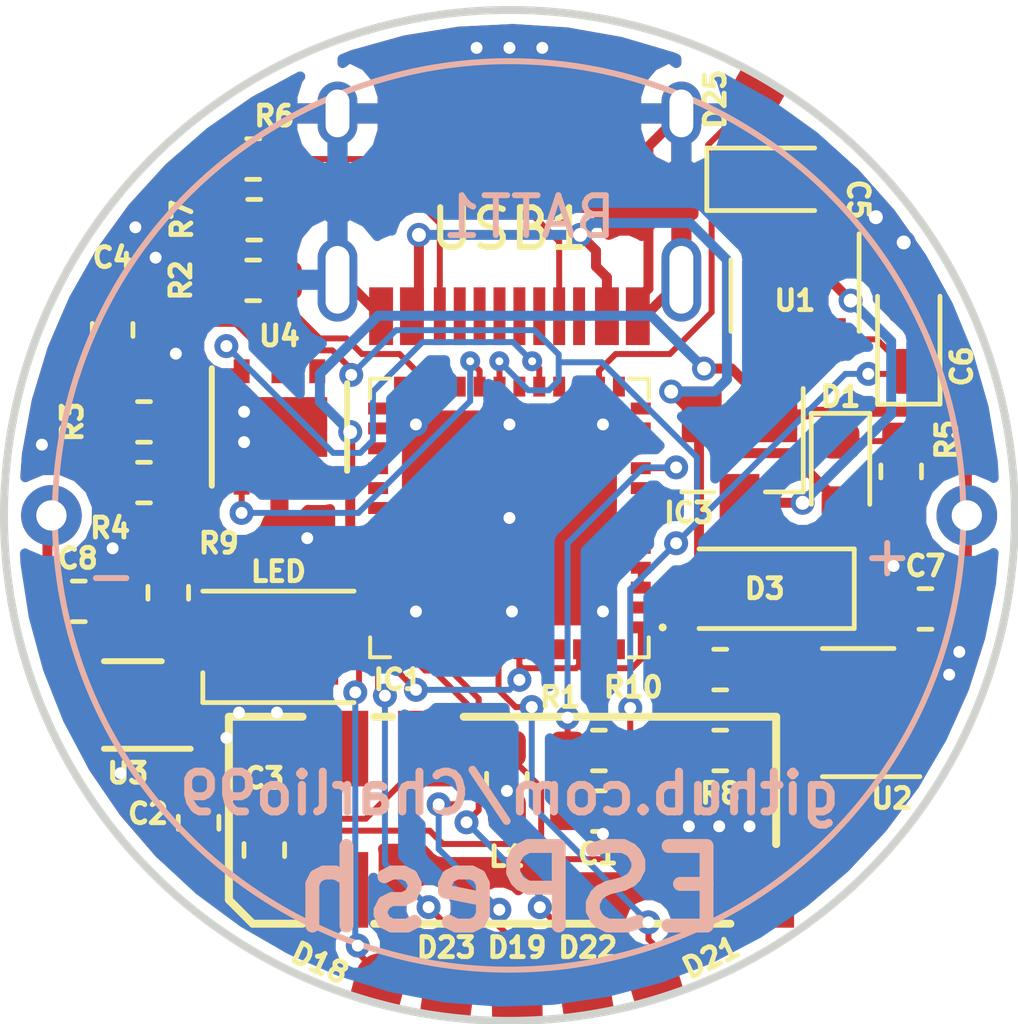
<source format=kicad_pcb>
(kicad_pcb (version 20171130) (host pcbnew "(5.0.1)-4")

  (general
    (thickness 1.6)
    (drawings 8)
    (tracks 369)
    (zones 0)
    (modules 37)
    (nets 67)
  )

  (page A4)
  (layers
    (0 F.Cu signal)
    (31 B.Cu signal)
    (32 B.Adhes user)
    (33 F.Adhes user)
    (34 B.Paste user)
    (35 F.Paste user)
    (36 B.SilkS user)
    (37 F.SilkS user)
    (38 B.Mask user)
    (39 F.Mask user)
    (40 Dwgs.User user hide)
    (41 Cmts.User user)
    (42 Eco1.User user)
    (43 Eco2.User user)
    (44 Edge.Cuts user)
    (45 Margin user)
    (46 B.CrtYd user)
    (47 F.CrtYd user)
    (48 B.Fab user hide)
    (49 F.Fab user hide)
  )

  (setup
    (last_trace_width 0.15)
    (trace_clearance 0.15)
    (zone_clearance 0.254)
    (zone_45_only no)
    (trace_min 0.128)
    (segment_width 0.2)
    (edge_width 0.15)
    (via_size 0.6)
    (via_drill 0.3)
    (via_min_size 0.45)
    (via_min_drill 0.2)
    (uvia_size 0.3)
    (uvia_drill 0.1)
    (uvias_allowed no)
    (uvia_min_size 0.2)
    (uvia_min_drill 0.1)
    (pcb_text_width 0.3)
    (pcb_text_size 1.5 1.5)
    (mod_edge_width 0.15)
    (mod_text_size 1 1)
    (mod_text_width 0.15)
    (pad_size 1.35 1.35)
    (pad_drill 0.8)
    (pad_to_mask_clearance 0.051)
    (solder_mask_min_width 0.25)
    (aux_axis_origin 0 0)
    (visible_elements 7FFFFFFF)
    (pcbplotparams
      (layerselection 0x010fc_ffffffff)
      (usegerberextensions false)
      (usegerberattributes false)
      (usegerberadvancedattributes false)
      (creategerberjobfile false)
      (excludeedgelayer true)
      (linewidth 0.100000)
      (plotframeref false)
      (viasonmask false)
      (mode 1)
      (useauxorigin false)
      (hpglpennumber 1)
      (hpglpenspeed 20)
      (hpglpendiameter 15.000000)
      (psnegative false)
      (psa4output false)
      (plotreference true)
      (plotvalue true)
      (plotinvisibletext false)
      (padsonsilk false)
      (subtractmaskfromsilk false)
      (outputformat 1)
      (mirror false)
      (drillshape 1)
      (scaleselection 1)
      (outputdirectory ""))
  )

  (net 0 "")
  (net 1 GND)
  (net 2 /D+)
  (net 3 /D-)
  (net 4 "Net-(R6-Pad1)")
  (net 5 "Net-(R7-Pad1)")
  (net 6 "Net-(USB1-Pad9)")
  (net 7 "Net-(USB1-Pad3)")
  (net 8 "Net-(USB1-Pad5)")
  (net 9 "Net-(ANT1-Pad2)")
  (net 10 "Net-(ANT1-Pad3)")
  (net 11 "Net-(ANT1-Pad4)")
  (net 12 /EN)
  (net 13 "Net-(C3-Pad2)")
  (net 14 +3V3)
  (net 15 "Net-(IC1-Pad5)")
  (net 16 "Net-(IC1-Pad6)")
  (net 17 "Net-(IC1-Pad7)")
  (net 18 "Net-(IC1-Pad8)")
  (net 19 /IO34)
  (net 20 /IO35)
  (net 21 /IO32)
  (net 22 /IO33)
  (net 23 /IO25)
  (net 24 /IO26)
  (net 25 /IO27)
  (net 26 /IO12)
  (net 27 /IO15)
  (net 28 /IO2)
  (net 29 /IO0)
  (net 30 /IO4)
  (net 31 /IO16)
  (net 32 "Net-(IC1-Pad26)")
  (net 33 /IO17)
  (net 34 "Net-(IC1-Pad28)")
  (net 35 "Net-(IC1-Pad29)")
  (net 36 "Net-(IC1-Pad30)")
  (net 37 "Net-(IC1-Pad31)")
  (net 38 "Net-(IC1-Pad32)")
  (net 39 "Net-(IC1-Pad33)")
  (net 40 /IO19)
  (net 41 /IO22)
  (net 42 /RXD)
  (net 43 /TXD)
  (net 44 /IO21)
  (net 45 "Net-(IC1-Pad44)")
  (net 46 "Net-(IC1-Pad45)")
  (net 47 "Net-(IC1-Pad47)")
  (net 48 "Net-(IC1-Pad48)")
  (net 49 VCC)
  (net 50 "Net-(U1-Pad4)")
  (net 51 "Net-(USB1-Pad8)")
  (net 52 +BATT)
  (net 53 -BATT)
  (net 54 VDD)
  (net 55 "Net-(C8-Pad1)")
  (net 56 "Net-(D1-Pad1)")
  (net 57 /LED)
  (net 58 "Net-(D2-Pad1)")
  (net 59 /IO18)
  (net 60 /IO23)
  (net 61 "Net-(R5-Pad2)")
  (net 62 /SCL)
  (net 63 /SDA)
  (net 64 "Net-(R8-Pad2)")
  (net 65 "Net-(U4-Pad3)")
  (net 66 "Net-(U4-Pad4)")

  (net_class Default "Esta es la clase de red por defecto."
    (clearance 0.15)
    (trace_width 0.15)
    (via_dia 0.6)
    (via_drill 0.3)
    (uvia_dia 0.3)
    (uvia_drill 0.1)
    (diff_pair_gap 0.15)
    (diff_pair_width 0.2)
    (add_net +3V3)
    (add_net /D+)
    (add_net /D-)
    (add_net /EN)
    (add_net /IO0)
    (add_net /IO12)
    (add_net /IO15)
    (add_net /IO16)
    (add_net /IO17)
    (add_net /IO18)
    (add_net /IO19)
    (add_net /IO2)
    (add_net /IO21)
    (add_net /IO22)
    (add_net /IO23)
    (add_net /IO25)
    (add_net /IO26)
    (add_net /IO27)
    (add_net /IO32)
    (add_net /IO33)
    (add_net /IO34)
    (add_net /IO35)
    (add_net /IO4)
    (add_net /LED)
    (add_net /RXD)
    (add_net /SCL)
    (add_net /SDA)
    (add_net /TXD)
    (add_net "Net-(ANT1-Pad2)")
    (add_net "Net-(ANT1-Pad3)")
    (add_net "Net-(ANT1-Pad4)")
    (add_net "Net-(C3-Pad2)")
    (add_net "Net-(C8-Pad1)")
    (add_net "Net-(D1-Pad1)")
    (add_net "Net-(D2-Pad1)")
    (add_net "Net-(IC1-Pad26)")
    (add_net "Net-(IC1-Pad28)")
    (add_net "Net-(IC1-Pad29)")
    (add_net "Net-(IC1-Pad30)")
    (add_net "Net-(IC1-Pad31)")
    (add_net "Net-(IC1-Pad32)")
    (add_net "Net-(IC1-Pad33)")
    (add_net "Net-(IC1-Pad44)")
    (add_net "Net-(IC1-Pad45)")
    (add_net "Net-(IC1-Pad47)")
    (add_net "Net-(IC1-Pad48)")
    (add_net "Net-(IC1-Pad5)")
    (add_net "Net-(IC1-Pad6)")
    (add_net "Net-(IC1-Pad7)")
    (add_net "Net-(IC1-Pad8)")
    (add_net "Net-(R5-Pad2)")
    (add_net "Net-(R6-Pad1)")
    (add_net "Net-(R7-Pad1)")
    (add_net "Net-(R8-Pad2)")
    (add_net "Net-(U1-Pad4)")
    (add_net "Net-(U4-Pad3)")
    (add_net "Net-(U4-Pad4)")
    (add_net "Net-(USB1-Pad3)")
    (add_net "Net-(USB1-Pad5)")
    (add_net "Net-(USB1-Pad8)")
    (add_net "Net-(USB1-Pad9)")
  )

  (net_class Power ""
    (clearance 0.15)
    (trace_width 0.25)
    (via_dia 0.6)
    (via_drill 0.35)
    (uvia_dia 0.3)
    (uvia_drill 0.1)
    (diff_pair_gap 0.15)
    (diff_pair_width 0.2)
    (add_net +BATT)
    (add_net -BATT)
    (add_net GND)
    (add_net VCC)
    (add_net VDD)
  )

  (module CustomFootprints:RoundPad (layer F.Cu) (tedit 5CD0F2E3) (tstamp 5CF86441)
    (at 156.6926 108.2421 287)
    (path /5CD1A561)
    (fp_text reference D21 (at 0.030379 -1.532093 26) (layer F.SilkS)
      (effects (font (size 0.5 0.5) (thickness 0.125)))
    )
    (fp_text value Conn_01x01 (at 0 -0.5 287) (layer F.Fab)
      (effects (font (size 1 1) (thickness 0.15)))
    )
    (pad 1 smd custom (at 0 0 287) (size 1.27 1.27) (layers F.Cu F.Paste F.Mask)
      (net 44 /IO21) (zone_connect 0)
      (options (clearance outline) (anchor circle))
      (primitives
        (gr_poly (pts
           (xy 0 0.635) (xy 0.635 0.635) (xy 0.635 -0.635) (xy 0 -0.635)) (width 0))
      ))
  )

  (module CustomFootprints:RoundPad (layer F.Cu) (tedit 5CD0F2E3) (tstamp 5CF86638)
    (at 149.86 108.3437 255)
    (path /5CD1A37B)
    (fp_text reference D18 (at 0.026422 1.570681 335) (layer F.SilkS)
      (effects (font (size 0.5 0.5) (thickness 0.125)))
    )
    (fp_text value Conn_01x01 (at 0 -0.5 255) (layer F.Fab)
      (effects (font (size 1 1) (thickness 0.15)))
    )
    (pad 1 smd custom (at 0 0 255) (size 1.27 1.27) (layers F.Cu F.Paste F.Mask)
      (net 59 /IO18) (zone_connect 0)
      (options (clearance outline) (anchor circle))
      (primitives
        (gr_poly (pts
           (xy 0 0.635) (xy 0.635 0.635) (xy 0.635 -0.635) (xy 0 -0.635)) (width 0))
      ))
  )

  (module CustomFootprints:RoundPad (layer F.Cu) (tedit 5CD0F2E3) (tstamp 5CF8642B)
    (at 153.289 108.7882 271)
    (path /5CD1A505)
    (fp_text reference D19 (at -1.219014 -0.021278) (layer F.SilkS)
      (effects (font (size 0.5 0.5) (thickness 0.125)))
    )
    (fp_text value Conn_01x01 (at 0 -0.5 271) (layer F.Fab)
      (effects (font (size 1 1) (thickness 0.15)))
    )
    (pad 1 smd custom (at 0 0 271) (size 1.27 1.27) (layers F.Cu F.Paste F.Mask)
      (net 40 /IO19) (zone_connect 0)
      (options (clearance outline) (anchor circle))
      (primitives
        (gr_poly (pts
           (xy 0 0.635) (xy 0.635 0.635) (xy 0.635 -0.635) (xy 0 -0.635)) (width 0))
      ))
  )

  (module CustomFootprints:RoundPad (layer F.Cu) (tedit 5CD0F2E3) (tstamp 5CF86457)
    (at 155.0035 108.6358 279)
    (path /5CD1A5C1)
    (fp_text reference D22 (at -1.043732 -0.229602) (layer F.SilkS)
      (effects (font (size 0.5 0.5) (thickness 0.125)))
    )
    (fp_text value Conn_01x01 (at 0 -0.5 279) (layer F.Fab)
      (effects (font (size 1 1) (thickness 0.15)))
    )
    (pad 1 smd custom (at 0 0 279) (size 1.27 1.27) (layers F.Cu F.Paste F.Mask)
      (net 41 /IO22) (zone_connect 0)
      (options (clearance outline) (anchor circle))
      (primitives
        (gr_poly (pts
           (xy 0 0.635) (xy 0.635 0.635) (xy 0.635 -0.635) (xy 0 -0.635)) (width 0))
      ))
  )

  (module CustomFootprints:RoundPad (layer F.Cu) (tedit 5CD0F2E3) (tstamp 5CF8646D)
    (at 151.5618 108.6866 262)
    (path /5CD1A61D)
    (fp_text reference D23 (at -1.099654 0.205845) (layer F.SilkS)
      (effects (font (size 0.5 0.5) (thickness 0.125)))
    )
    (fp_text value Conn_01x01 (at 0 -0.5 262) (layer F.Fab)
      (effects (font (size 1 1) (thickness 0.15)))
    )
    (pad 1 smd custom (at 0 0 262) (size 1.27 1.27) (layers F.Cu F.Paste F.Mask)
      (net 60 /IO23) (zone_connect 0)
      (options (clearance outline) (anchor circle))
      (primitives
        (gr_poly (pts
           (xy 0 0.635) (xy 0.635 0.635) (xy 0.635 -0.635) (xy 0 -0.635)) (width 0))
      ))
  )

  (module CustomFootprints:RoundPad (layer F.Cu) (tedit 5CD0F2E3) (tstamp 5CF86483)
    (at 159.1945 86.2965 60)
    (path /5CD1A68F)
    (fp_text reference D25 (at -0.430554 -0.821942 90) (layer F.SilkS)
      (effects (font (size 0.5 0.5) (thickness 0.125)))
    )
    (fp_text value Conn_01x01 (at 0 -0.5 60) (layer F.Fab)
      (effects (font (size 1 1) (thickness 0.15)))
    )
    (pad 1 smd custom (at 0 0 60) (size 1.27 1.27) (layers F.Cu F.Paste F.Mask)
      (net 23 /IO25) (zone_connect 0)
      (options (clearance outline) (anchor circle))
      (primitives
        (gr_poly (pts
           (xy 0 0.635) (xy 0.635 0.635) (xy 0.635 -0.635) (xy 0 -0.635)) (width 0))
      ))
  )

  (module LIR2450:LIR2450 (layer B.Cu) (tedit 5A54AEBA) (tstamp 5CCDF54D)
    (at 152.5905 96.7105)
    (path /5CE45705)
    (fp_text reference BATT1 (at 1 -7.5) (layer B.SilkS)
      (effects (font (size 1 1) (thickness 0.15)) (justify mirror))
    )
    (fp_text value LIR2450 (at 1 5) (layer B.Fab)
      (effects (font (size 1 1) (thickness 0.15)) (justify mirror))
    )
    (fp_text user - (at -9.5 1.5) (layer B.SilkS)
      (effects (font (size 1 1) (thickness 0.15)) (justify mirror))
    )
    (fp_text user + (at 10 1) (layer B.SilkS)
      (effects (font (size 1 1) (thickness 0.15)) (justify mirror))
    )
    (fp_circle (center 0.5 0) (end 10.5 5.5) (layer B.SilkS) (width 0.15))
    (pad 1 thru_hole circle (at 12 0) (size 1.524 1.524) (drill 0.762) (layers *.Cu *.Mask)
      (net 52 +BATT))
    (pad 2 thru_hole circle (at -11 0) (size 1.524 1.524) (drill 0.762) (layers *.Cu *.Mask)
      (net 53 -BATT))
    (model ${KIPRJMOD}/libs/LIR2450.3dshapes/lir2450.wrl
      (offset (xyz 0.5 0 0))
      (scale (xyz 0.35 0.35 0.35))
      (rotate (xyz -90 0 0))
    )
  )

  (module Package_TO_SOT_SMD:SuperSOT-3 (layer F.Cu) (tedit 5A02FF57) (tstamp 5CCDF5D8)
    (at 158.8795 95.2705 270)
    (descr "3-pin SuperSOT package https://www.fairchildsemi.com/package-drawings/MA/MA03B.pdf")
    (tags "SuperSOT-3 SSOT-3")
    (path /5CD4B1E9)
    (attr smd)
    (fp_text reference IC3 (at 1.3765 1.2725) (layer F.SilkS)
      (effects (font (size 0.5 0.5) (thickness 0.125)))
    )
    (fp_text value FDN340P (at 3.048 0.0635) (layer F.Fab) hide
      (effects (font (size 1.27 1.27) (thickness 0.254)))
    )
    (fp_line (start 2.05 1.7) (end -2.05 1.7) (layer F.CrtYd) (width 0.05))
    (fp_line (start 2.05 1.7) (end 2.05 -1.7) (layer F.CrtYd) (width 0.05))
    (fp_line (start -2.05 -1.7) (end -2.05 1.7) (layer F.CrtYd) (width 0.05))
    (fp_line (start -2.05 -1.7) (end 2.05 -1.7) (layer F.CrtYd) (width 0.05))
    (fp_line (start -0.15 -1.45) (end 0.7 -1.45) (layer F.Fab) (width 0.12))
    (fp_line (start -0.7 -0.9) (end -0.15 -1.45) (layer F.Fab) (width 0.12))
    (fp_line (start -0.7 1.45) (end -0.7 -0.9) (layer F.Fab) (width 0.12))
    (fp_line (start 0.7 1.45) (end -0.7 1.45) (layer F.Fab) (width 0.12))
    (fp_line (start 0.7 -1.45) (end 0.7 1.45) (layer F.Fab) (width 0.12))
    (fp_line (start 0.85 -1.6) (end 0.85 -0.65) (layer F.SilkS) (width 0.12))
    (fp_line (start -1.75 -1.6) (end 0.85 -1.6) (layer F.SilkS) (width 0.12))
    (fp_line (start 0.85 0.65) (end 0.85 1.45) (layer F.SilkS) (width 0.12))
    (fp_text user %R (at 0 0) (layer F.Fab)
      (effects (font (size 0.5 0.5) (thickness 0.075)))
    )
    (pad 3 smd rect (at 1.1 0 270) (size 1.4 1) (layers F.Cu F.Paste F.Mask)
      (net 54 VDD))
    (pad 2 smd rect (at -1.1 0.95 270) (size 1.4 1) (layers F.Cu F.Paste F.Mask)
      (net 49 VCC))
    (pad 1 smd rect (at -1.1 -0.95 270) (size 1.4 1) (layers F.Cu F.Paste F.Mask)
      (net 52 +BATT))
    (model ${KISYS3DMOD}/Package_TO_SOT_SMD.3dshapes/SuperSOT-3.wrl
      (at (xyz 0 0 0))
      (scale (xyz 1 1 1))
      (rotate (xyz 0 0 0))
    )
  )

  (module Resistor_SMD:R_0603_1608Metric (layer F.Cu) (tedit 5CCBAE3C) (tstamp 5CD9498F)
    (at 146.6595 87.757 180)
    (descr "Resistor SMD 0603 (1608 Metric), square (rectangular) end terminal, IPC_7351 nominal, (Body size source: http://www.tortai-tech.com/upload/download/2011102023233369053.pdf), generated with kicad-footprint-generator")
    (tags resistor)
    (path /5D3E7B4E)
    (attr smd)
    (fp_text reference R6 (at -0.5335 1.0795 180) (layer F.SilkS)
      (effects (font (size 0.5 0.5) (thickness 0.125)))
    )
    (fp_text value 5K1 (at 0 1.43 180) (layer F.Fab)
      (effects (font (size 1 1) (thickness 0.15)))
    )
    (fp_line (start -0.8 0.4) (end -0.8 -0.4) (layer F.Fab) (width 0.1))
    (fp_line (start -0.8 -0.4) (end 0.8 -0.4) (layer F.Fab) (width 0.1))
    (fp_line (start 0.8 -0.4) (end 0.8 0.4) (layer F.Fab) (width 0.1))
    (fp_line (start 0.8 0.4) (end -0.8 0.4) (layer F.Fab) (width 0.1))
    (fp_line (start -0.162779 -0.51) (end 0.162779 -0.51) (layer F.SilkS) (width 0.12))
    (fp_line (start -0.162779 0.51) (end 0.162779 0.51) (layer F.SilkS) (width 0.12))
    (fp_line (start -1.48 0.73) (end -1.48 -0.73) (layer F.CrtYd) (width 0.05))
    (fp_line (start -1.48 -0.73) (end 1.48 -0.73) (layer F.CrtYd) (width 0.05))
    (fp_line (start 1.48 -0.73) (end 1.48 0.73) (layer F.CrtYd) (width 0.05))
    (fp_line (start 1.48 0.73) (end -1.48 0.73) (layer F.CrtYd) (width 0.05))
    (fp_text user %R (at 0 0 180) (layer F.Fab)
      (effects (font (size 0.4 0.4) (thickness 0.06)))
    )
    (pad 1 smd roundrect (at -0.7875 0 180) (size 0.875 0.95) (layers F.Cu F.Paste F.Mask) (roundrect_rratio 0.25)
      (net 4 "Net-(R6-Pad1)"))
    (pad 2 smd roundrect (at 0.7875 0 180) (size 0.875 0.95) (layers F.Cu F.Paste F.Mask) (roundrect_rratio 0.25)
      (net 1 GND))
    (model ${KISYS3DMOD}/Resistor_SMD.3dshapes/R_0603_1608Metric.wrl
      (at (xyz 0 0 0))
      (scale (xyz 1 1 1))
      (rotate (xyz 0 0 0))
    )
  )

  (module Resistor_SMD:R_0603_1608Metric (layer F.Cu) (tedit 5CCBAE45) (tstamp 5CD949A0)
    (at 146.685 89.281 180)
    (descr "Resistor SMD 0603 (1608 Metric), square (rectangular) end terminal, IPC_7351 nominal, (Body size source: http://www.tortai-tech.com/upload/download/2011102023233369053.pdf), generated with kicad-footprint-generator")
    (tags resistor)
    (path /5D3E7B48)
    (attr smd)
    (fp_text reference R7 (at 1.816 0 90) (layer F.SilkS)
      (effects (font (size 0.5 0.5) (thickness 0.125)))
    )
    (fp_text value 5K1 (at 0 1.43 180) (layer F.Fab)
      (effects (font (size 1 1) (thickness 0.15)))
    )
    (fp_text user %R (at 0 0 180) (layer F.Fab)
      (effects (font (size 0.4 0.4) (thickness 0.06)))
    )
    (fp_line (start 1.48 0.73) (end -1.48 0.73) (layer F.CrtYd) (width 0.05))
    (fp_line (start 1.48 -0.73) (end 1.48 0.73) (layer F.CrtYd) (width 0.05))
    (fp_line (start -1.48 -0.73) (end 1.48 -0.73) (layer F.CrtYd) (width 0.05))
    (fp_line (start -1.48 0.73) (end -1.48 -0.73) (layer F.CrtYd) (width 0.05))
    (fp_line (start -0.162779 0.51) (end 0.162779 0.51) (layer F.SilkS) (width 0.12))
    (fp_line (start -0.162779 -0.51) (end 0.162779 -0.51) (layer F.SilkS) (width 0.12))
    (fp_line (start 0.8 0.4) (end -0.8 0.4) (layer F.Fab) (width 0.1))
    (fp_line (start 0.8 -0.4) (end 0.8 0.4) (layer F.Fab) (width 0.1))
    (fp_line (start -0.8 -0.4) (end 0.8 -0.4) (layer F.Fab) (width 0.1))
    (fp_line (start -0.8 0.4) (end -0.8 -0.4) (layer F.Fab) (width 0.1))
    (pad 2 smd roundrect (at 0.7875 0 180) (size 0.875 0.95) (layers F.Cu F.Paste F.Mask) (roundrect_rratio 0.25)
      (net 1 GND))
    (pad 1 smd roundrect (at -0.7875 0 180) (size 0.875 0.95) (layers F.Cu F.Paste F.Mask) (roundrect_rratio 0.25)
      (net 5 "Net-(R7-Pad1)"))
    (model ${KISYS3DMOD}/Resistor_SMD.3dshapes/R_0603_1608Metric.wrl
      (at (xyz 0 0 0))
      (scale (xyz 1 1 1))
      (rotate (xyz 0 0 0))
    )
  )

  (module Capacitor_SMD:C_0603_1608Metric (layer F.Cu) (tedit 5CCBABEA) (tstamp 5CD94858)
    (at 145.288 104.432 90)
    (descr "Capacitor SMD 0603 (1608 Metric), square (rectangular) end terminal, IPC_7351 nominal, (Body size source: http://www.tortai-tech.com/upload/download/2011102023233369053.pdf), generated with kicad-footprint-generator")
    (tags capacitor)
    (path /5D121830)
    (attr smd)
    (fp_text reference C2 (at 0.2285 -1.27 180) (layer F.SilkS)
      (effects (font (size 0.5 0.5) (thickness 0.125)))
    )
    (fp_text value 2.7pF (at 0 1.43 90) (layer F.Fab)
      (effects (font (size 1 1) (thickness 0.15)))
    )
    (fp_line (start -0.8 0.4) (end -0.8 -0.4) (layer F.Fab) (width 0.1))
    (fp_line (start -0.8 -0.4) (end 0.8 -0.4) (layer F.Fab) (width 0.1))
    (fp_line (start 0.8 -0.4) (end 0.8 0.4) (layer F.Fab) (width 0.1))
    (fp_line (start 0.8 0.4) (end -0.8 0.4) (layer F.Fab) (width 0.1))
    (fp_line (start -0.162779 -0.51) (end 0.162779 -0.51) (layer F.SilkS) (width 0.12))
    (fp_line (start -0.162779 0.51) (end 0.162779 0.51) (layer F.SilkS) (width 0.12))
    (fp_line (start -1.48 0.73) (end -1.48 -0.73) (layer F.CrtYd) (width 0.05))
    (fp_line (start -1.48 -0.73) (end 1.48 -0.73) (layer F.CrtYd) (width 0.05))
    (fp_line (start 1.48 -0.73) (end 1.48 0.73) (layer F.CrtYd) (width 0.05))
    (fp_line (start 1.48 0.73) (end -1.48 0.73) (layer F.CrtYd) (width 0.05))
    (fp_text user %R (at 0 0 90) (layer F.Fab)
      (effects (font (size 0.4 0.4) (thickness 0.06)))
    )
    (pad 1 smd roundrect (at -0.7875 0 90) (size 0.875 0.95) (layers F.Cu F.Paste F.Mask) (roundrect_rratio 0.25)
      (net 9 "Net-(ANT1-Pad2)"))
    (pad 2 smd roundrect (at 0.7875 0 90) (size 0.875 0.95) (layers F.Cu F.Paste F.Mask) (roundrect_rratio 0.25)
      (net 1 GND))
    (model ${KISYS3DMOD}/Capacitor_SMD.3dshapes/C_0603_1608Metric.wrl
      (at (xyz 0 0 0))
      (scale (xyz 1 1 1))
      (rotate (xyz 0 0 0))
    )
  )

  (module Capacitor_SMD:C_0603_1608Metric (layer F.Cu) (tedit 5CCBAC3D) (tstamp 5CE67F40)
    (at 146.939 105.118 270)
    (descr "Capacitor SMD 0603 (1608 Metric), square (rectangular) end terminal, IPC_7351 nominal, (Body size source: http://www.tortai-tech.com/upload/download/2011102023233369053.pdf), generated with kicad-footprint-generator")
    (tags capacitor)
    (path /5D121896)
    (attr smd)
    (fp_text reference C3 (at -1.8035 0 180) (layer F.SilkS)
      (effects (font (size 0.5 0.5) (thickness 0.125)))
    )
    (fp_text value 4.7pF (at 0 1.43 270) (layer F.Fab)
      (effects (font (size 1 1) (thickness 0.15)))
    )
    (fp_text user %R (at 0 0 270) (layer F.Fab)
      (effects (font (size 0.4 0.4) (thickness 0.06)))
    )
    (fp_line (start 1.48 0.73) (end -1.48 0.73) (layer F.CrtYd) (width 0.05))
    (fp_line (start 1.48 -0.73) (end 1.48 0.73) (layer F.CrtYd) (width 0.05))
    (fp_line (start -1.48 -0.73) (end 1.48 -0.73) (layer F.CrtYd) (width 0.05))
    (fp_line (start -1.48 0.73) (end -1.48 -0.73) (layer F.CrtYd) (width 0.05))
    (fp_line (start -0.162779 0.51) (end 0.162779 0.51) (layer F.SilkS) (width 0.12))
    (fp_line (start -0.162779 -0.51) (end 0.162779 -0.51) (layer F.SilkS) (width 0.12))
    (fp_line (start 0.8 0.4) (end -0.8 0.4) (layer F.Fab) (width 0.1))
    (fp_line (start 0.8 -0.4) (end 0.8 0.4) (layer F.Fab) (width 0.1))
    (fp_line (start -0.8 -0.4) (end 0.8 -0.4) (layer F.Fab) (width 0.1))
    (fp_line (start -0.8 0.4) (end -0.8 -0.4) (layer F.Fab) (width 0.1))
    (pad 2 smd roundrect (at 0.7875 0 270) (size 0.875 0.95) (layers F.Cu F.Paste F.Mask) (roundrect_rratio 0.25)
      (net 13 "Net-(C3-Pad2)"))
    (pad 1 smd roundrect (at -0.7875 0 270) (size 0.875 0.95) (layers F.Cu F.Paste F.Mask) (roundrect_rratio 0.25)
      (net 9 "Net-(ANT1-Pad2)"))
    (model ${KISYS3DMOD}/Capacitor_SMD.3dshapes/C_0603_1608Metric.wrl
      (at (xyz 0 0 0))
      (scale (xyz 1 1 1))
      (rotate (xyz 0 0 0))
    )
  )

  (module Inductor_SMD:L_0603_1608Metric (layer F.Cu) (tedit 5CCBAC02) (tstamp 5CD94924)
    (at 153.035 103.3525 90)
    (descr "Inductor SMD 0603 (1608 Metric), square (rectangular) end terminal, IPC_7351 nominal, (Body size source: http://www.tortai-tech.com/upload/download/2011102023233369053.pdf), generated with kicad-footprint-generator")
    (tags inductor)
    (path /5D0D81D3)
    (attr smd)
    (fp_text reference L1 (at -1.9305 0 180) (layer F.SilkS)
      (effects (font (size 0.5 0.5) (thickness 0.125)))
    )
    (fp_text value 1.6nH (at 0 1.43 90) (layer F.Fab)
      (effects (font (size 1 1) (thickness 0.15)))
    )
    (fp_line (start -0.8 0.4) (end -0.8 -0.4) (layer F.Fab) (width 0.1))
    (fp_line (start -0.8 -0.4) (end 0.8 -0.4) (layer F.Fab) (width 0.1))
    (fp_line (start 0.8 -0.4) (end 0.8 0.4) (layer F.Fab) (width 0.1))
    (fp_line (start 0.8 0.4) (end -0.8 0.4) (layer F.Fab) (width 0.1))
    (fp_line (start -0.162779 -0.51) (end 0.162779 -0.51) (layer F.SilkS) (width 0.12))
    (fp_line (start -0.162779 0.51) (end 0.162779 0.51) (layer F.SilkS) (width 0.12))
    (fp_line (start -1.48 0.73) (end -1.48 -0.73) (layer F.CrtYd) (width 0.05))
    (fp_line (start -1.48 -0.73) (end 1.48 -0.73) (layer F.CrtYd) (width 0.05))
    (fp_line (start 1.48 -0.73) (end 1.48 0.73) (layer F.CrtYd) (width 0.05))
    (fp_line (start 1.48 0.73) (end -1.48 0.73) (layer F.CrtYd) (width 0.05))
    (fp_text user %R (at 0 0 90) (layer F.Fab)
      (effects (font (size 0.4 0.4) (thickness 0.06)))
    )
    (pad 1 smd roundrect (at -0.7875 0 90) (size 0.875 0.95) (layers F.Cu F.Paste F.Mask) (roundrect_rratio 0.25)
      (net 1 GND))
    (pad 2 smd roundrect (at 0.7875 0 90) (size 0.875 0.95) (layers F.Cu F.Paste F.Mask) (roundrect_rratio 0.25)
      (net 13 "Net-(C3-Pad2)"))
    (model ${KISYS3DMOD}/Inductor_SMD.3dshapes/L_0603_1608Metric.wrl
      (at (xyz 0 0 0))
      (scale (xyz 1 1 1))
      (rotate (xyz 0 0 0))
    )
  )

  (module ESP32-PICO-D4:ESP32PICOD4 (layer F.Cu) (tedit 5CCBA218) (tstamp 5CCCD14B)
    (at 153.0985 96.774 180)
    (descr ESP32-PICO-D4-3)
    (tags "Integrated Circuit")
    (path /5D085F2A)
    (attr smd)
    (fp_text reference IC1 (at 2.794 -4.064 180) (layer F.SilkS)
      (effects (font (size 0.5 0.5) (thickness 0.125)))
    )
    (fp_text value ESP32-PICO-D4 (at -0.175 0 180) (layer F.SilkS) hide
      (effects (font (size 1.27 1.27) (thickness 0.254)))
    )
    (fp_line (start -3.5 -3.5) (end 3.5 -3.5) (layer Dwgs.User) (width 0.2))
    (fp_line (start 3.5 -3.5) (end 3.5 3.5) (layer Dwgs.User) (width 0.2))
    (fp_line (start 3.5 3.5) (end -3.5 3.5) (layer Dwgs.User) (width 0.2))
    (fp_line (start -3.5 3.5) (end -3.5 -3.5) (layer Dwgs.User) (width 0.2))
    (fp_line (start -4.6 -4.25) (end 4.25 -4.25) (layer Dwgs.User) (width 0.1))
    (fp_line (start 4.25 -4.25) (end 4.25 4.25) (layer Dwgs.User) (width 0.1))
    (fp_line (start 4.25 4.25) (end -4.6 4.25) (layer Dwgs.User) (width 0.1))
    (fp_line (start -4.6 4.25) (end -4.6 -4.25) (layer Dwgs.User) (width 0.1))
    (fp_line (start -3.5 3) (end -3.5 3.5) (layer F.SilkS) (width 0.1))
    (fp_line (start -3.5 3.5) (end -3 3.5) (layer F.SilkS) (width 0.1))
    (fp_line (start 3 3.5) (end 3.5 3.5) (layer F.SilkS) (width 0.1))
    (fp_line (start 3.5 3.5) (end 3.5 3) (layer F.SilkS) (width 0.1))
    (fp_line (start 3.5 -3) (end 3.5 -3.5) (layer F.SilkS) (width 0.1))
    (fp_line (start 3.5 -3.5) (end 3 -3.5) (layer F.SilkS) (width 0.1))
    (fp_line (start -3.5 -3) (end -3.5 -3.5) (layer F.SilkS) (width 0.1))
    (fp_line (start -3.5 -3.5) (end -3 -3.5) (layer F.SilkS) (width 0.1))
    (fp_line (start -3.8 -2.75) (end -3.8 -2.75) (layer F.SilkS) (width 0.1))
    (fp_line (start -3.9 -2.75) (end -3.9 -2.75) (layer F.SilkS) (width 0.1))
    (fp_arc (start -3.85 -2.75) (end -3.8 -2.75) (angle 180) (layer F.SilkS) (width 0.1))
    (fp_arc (start -3.85 -2.75) (end -3.9 -2.75) (angle 180) (layer F.SilkS) (width 0.1))
    (pad 1 smd rect (at -3.3 -2.75 270) (size 0.3 0.5) (layers F.Cu F.Paste)
      (net 14 +3V3))
    (pad 2 smd rect (at -3.3 -2.25 270) (size 0.3 0.5) (layers F.Cu F.Paste)
      (net 13 "Net-(C3-Pad2)"))
    (pad 3 smd rect (at -3.3 -1.75 270) (size 0.3 0.5) (layers F.Cu F.Paste)
      (net 14 +3V3))
    (pad 4 smd rect (at -3.3 -1.25 270) (size 0.3 0.5) (layers F.Cu F.Paste)
      (net 14 +3V3))
    (pad 5 smd rect (at -3.3 -0.75 270) (size 0.3 0.5) (layers F.Cu F.Paste)
      (net 15 "Net-(IC1-Pad5)"))
    (pad 6 smd rect (at -3.3 -0.25 270) (size 0.3 0.5) (layers F.Cu F.Paste)
      (net 16 "Net-(IC1-Pad6)"))
    (pad 7 smd rect (at -3.3 0.25 270) (size 0.3 0.5) (layers F.Cu F.Paste)
      (net 17 "Net-(IC1-Pad7)"))
    (pad 8 smd rect (at -3.3 0.75 270) (size 0.3 0.5) (layers F.Cu F.Paste)
      (net 18 "Net-(IC1-Pad8)"))
    (pad 9 smd rect (at -3.3 1.25 270) (size 0.3 0.5) (layers F.Cu F.Paste)
      (net 12 /EN))
    (pad 10 smd rect (at -3.3 1.75 270) (size 0.3 0.5) (layers F.Cu F.Paste)
      (net 19 /IO34))
    (pad 11 smd rect (at -3.3 2.25 270) (size 0.3 0.5) (layers F.Cu F.Paste)
      (net 20 /IO35))
    (pad 12 smd rect (at -3.3 2.75 270) (size 0.3 0.5) (layers F.Cu F.Paste)
      (net 21 /IO32))
    (pad 13 smd rect (at -2.75 3.3 180) (size 0.3 0.5) (layers F.Cu F.Paste)
      (net 22 /IO33))
    (pad 14 smd rect (at -2.25 3.3 180) (size 0.3 0.5) (layers F.Cu F.Paste)
      (net 23 /IO25))
    (pad 15 smd rect (at -1.75 3.3 180) (size 0.3 0.5) (layers F.Cu F.Paste)
      (net 24 /IO26))
    (pad 16 smd rect (at -1.25 3.3 180) (size 0.3 0.5) (layers F.Cu F.Paste)
      (net 25 /IO27))
    (pad 17 smd rect (at -0.75 3.3 180) (size 0.3 0.5) (layers F.Cu F.Paste)
      (net 62 /SCL))
    (pad 18 smd rect (at -0.25 3.3 180) (size 0.3 0.5) (layers F.Cu F.Paste)
      (net 26 /IO12))
    (pad 19 smd rect (at 0.25 3.3 180) (size 0.3 0.5) (layers F.Cu F.Paste)
      (net 14 +3V3))
    (pad 20 smd rect (at 0.75 3.3 180) (size 0.3 0.5) (layers F.Cu F.Paste)
      (net 63 /SDA))
    (pad 21 smd rect (at 1.25 3.3 180) (size 0.3 0.5) (layers F.Cu F.Paste)
      (net 27 /IO15))
    (pad 22 smd rect (at 1.75 3.3 180) (size 0.3 0.5) (layers F.Cu F.Paste)
      (net 28 /IO2))
    (pad 23 smd rect (at 2.25 3.3 180) (size 0.3 0.5) (layers F.Cu F.Paste)
      (net 29 /IO0))
    (pad 24 smd rect (at 2.75 3.3 180) (size 0.3 0.5) (layers F.Cu F.Paste)
      (net 30 /IO4))
    (pad 25 smd rect (at 3.3 2.75 270) (size 0.3 0.5) (layers F.Cu F.Paste)
      (net 31 /IO16))
    (pad 26 smd rect (at 3.3 2.25 270) (size 0.3 0.5) (layers F.Cu F.Paste)
      (net 32 "Net-(IC1-Pad26)"))
    (pad 27 smd rect (at 3.3 1.75 270) (size 0.3 0.5) (layers F.Cu F.Paste)
      (net 33 /IO17))
    (pad 28 smd rect (at 3.3 1.25 270) (size 0.3 0.5) (layers F.Cu F.Paste)
      (net 34 "Net-(IC1-Pad28)"))
    (pad 29 smd rect (at 3.3 0.75 270) (size 0.3 0.5) (layers F.Cu F.Paste)
      (net 35 "Net-(IC1-Pad29)"))
    (pad 30 smd rect (at 3.3 0.25 270) (size 0.3 0.5) (layers F.Cu F.Paste)
      (net 36 "Net-(IC1-Pad30)"))
    (pad 31 smd rect (at 3.3 -0.25 270) (size 0.3 0.5) (layers F.Cu F.Paste)
      (net 37 "Net-(IC1-Pad31)"))
    (pad 32 smd rect (at 3.3 -0.75 270) (size 0.3 0.5) (layers F.Cu F.Paste)
      (net 38 "Net-(IC1-Pad32)"))
    (pad 33 smd rect (at 3.3 -1.25 270) (size 0.3 0.5) (layers F.Cu F.Paste)
      (net 39 "Net-(IC1-Pad33)"))
    (pad 34 smd rect (at 3.3 -1.75 270) (size 0.3 0.5) (layers F.Cu F.Paste)
      (net 57 /LED))
    (pad 35 smd rect (at 3.3 -2.25 270) (size 0.3 0.5) (layers F.Cu F.Paste)
      (net 59 /IO18))
    (pad 36 smd rect (at 3.3 -2.75 270) (size 0.3 0.5) (layers F.Cu F.Paste)
      (net 60 /IO23))
    (pad 37 smd rect (at 2.75 -3.3 180) (size 0.3 0.5) (layers F.Cu F.Paste)
      (net 14 +3V3))
    (pad 38 smd rect (at 2.25 -3.3 180) (size 0.3 0.5) (layers F.Cu F.Paste)
      (net 40 /IO19))
    (pad 39 smd rect (at 1.75 -3.3 180) (size 0.3 0.5) (layers F.Cu F.Paste)
      (net 41 /IO22))
    (pad 40 smd rect (at 1.25 -3.3 180) (size 0.3 0.5) (layers F.Cu F.Paste)
      (net 42 /RXD))
    (pad 41 smd rect (at 0.75 -3.3 180) (size 0.3 0.5) (layers F.Cu F.Paste)
      (net 43 /TXD))
    (pad 42 smd rect (at 0.25 -3.3 180) (size 0.3 0.5) (layers F.Cu F.Paste)
      (net 44 /IO21))
    (pad 43 smd rect (at -0.25 -3.3 180) (size 0.3 0.5) (layers F.Cu F.Paste)
      (net 14 +3V3))
    (pad 44 smd rect (at -0.75 -3.3 180) (size 0.3 0.5) (layers F.Cu F.Paste)
      (net 45 "Net-(IC1-Pad44)"))
    (pad 45 smd rect (at -1.25 -3.3 180) (size 0.3 0.5) (layers F.Cu F.Paste)
      (net 46 "Net-(IC1-Pad45)"))
    (pad 46 smd rect (at -1.75 -3.3 180) (size 0.3 0.5) (layers F.Cu F.Paste)
      (net 14 +3V3))
    (pad 47 smd rect (at -2.25 -3.3 180) (size 0.3 0.5) (layers F.Cu F.Paste)
      (net 47 "Net-(IC1-Pad47)"))
    (pad 48 smd rect (at -2.75 -3.3 180) (size 0.3 0.5) (layers F.Cu F.Paste)
      (net 48 "Net-(IC1-Pad48)"))
    (pad 49 smd rect (at 0 0 180) (size 5.4 5.4) (layers F.Cu F.Paste)
      (net 1 GND))
    (model ${KISYS3DMOD}/Package_DFN_QFN.3dshapes/QFN-48-1EP_7x7mm_P0.5mm_EP5.15x5.15mm.step
      (at (xyz 0 0 0))
      (scale (xyz 1 1 1))
      (rotate (xyz 0 0 0))
    )
  )

  (module Type-C:HRO-TYPE-C-31-M-12-Assembly (layer F.Cu) (tedit 5CBCF878) (tstamp 5CF1CB6C)
    (at 153.0985 84.0105 180)
    (path /5D3B82CC)
    (attr smd)
    (fp_text reference USB1 (at 0 -5.5 180) (layer F.SilkS)
      (effects (font (size 1 1) (thickness 0.15)))
    )
    (fp_text value HRO-TYPE-C-31-M-12 (at 0 1.15 180) (layer F.Fab)
      (effects (font (size 1 1) (thickness 0.15)))
    )
    (fp_line (start -4.47 -7.3) (end 4.47 -7.3) (layer Dwgs.User) (width 0.15))
    (fp_line (start 4.47 0) (end 4.47 -7.3) (layer Dwgs.User) (width 0.15))
    (fp_line (start -4.47 0) (end -4.47 -7.3) (layer Dwgs.User) (width 0.15))
    (fp_line (start -4.47 0) (end 4.47 0) (layer Dwgs.User) (width 0.15))
    (fp_text user %R (at 0 -5.5 180) (layer F.Fab)
      (effects (font (size 1 1) (thickness 0.15)))
    )
    (fp_line (start -4.5 -7.5) (end 4.5 -7.5) (layer F.CrtYd) (width 0.15))
    (fp_line (start 4.5 -7.5) (end 4.5 0) (layer F.CrtYd) (width 0.15))
    (fp_line (start 4.5 0) (end -4.5 0) (layer F.CrtYd) (width 0.15))
    (fp_line (start -4.5 0) (end -4.5 -7.5) (layer F.CrtYd) (width 0.15))
    (fp_line (start -3.75 -7.5) (end -3.75 -8.5) (layer F.CrtYd) (width 0.15))
    (fp_line (start -3.75 -8.5) (end 3.75 -8.5) (layer F.CrtYd) (width 0.15))
    (fp_line (start 3.75 -8.5) (end 3.75 -7.5) (layer F.CrtYd) (width 0.15))
    (pad 13 thru_hole oval (at 4.32 -2.6 180) (size 1 1.6) (drill oval 0.6 1.2) (layers *.Cu *.Mask)
      (net 1 GND))
    (pad 13 thru_hole oval (at -4.32 -2.6 180) (size 1 1.6) (drill oval 0.6 1.2) (layers *.Cu *.Mask)
      (net 1 GND))
    (pad 13 thru_hole oval (at 4.32 -6.78 180) (size 1 2.1) (drill oval 0.6 1.7) (layers *.Cu *.Mask)
      (net 1 GND))
    (pad 13 thru_hole oval (at -4.32 -6.78 180) (size 1 2.1) (drill oval 0.6 1.7) (layers *.Cu *.Mask)
      (net 1 GND))
    (pad "" np_thru_hole circle (at -2.89 -6.25 180) (size 0.65 0.65) (drill 0.65) (layers *.Cu *.Mask))
    (pad "" np_thru_hole circle (at 2.89 -6.25 180) (size 0.65 0.65) (drill 0.65) (layers *.Cu *.Mask))
    (pad 6 smd rect (at -0.25 -7.695 180) (size 0.3 1.45) (layers F.Cu F.Paste F.Mask)
      (net 2 /D+))
    (pad 7 smd rect (at 0.25 -7.695 180) (size 0.3 1.45) (layers F.Cu F.Paste F.Mask)
      (net 3 /D-))
    (pad 8 smd rect (at 0.75 -7.695 180) (size 0.3 1.45) (layers F.Cu F.Paste F.Mask)
      (net 51 "Net-(USB1-Pad8)"))
    (pad 5 smd rect (at -0.75 -7.695 180) (size 0.3 1.45) (layers F.Cu F.Paste F.Mask)
      (net 8 "Net-(USB1-Pad5)"))
    (pad 9 smd rect (at 1.25 -7.695 180) (size 0.3 1.45) (layers F.Cu F.Paste F.Mask)
      (net 6 "Net-(USB1-Pad9)"))
    (pad 4 smd rect (at -1.25 -7.695 180) (size 0.3 1.45) (layers F.Cu F.Paste F.Mask)
      (net 4 "Net-(R6-Pad1)"))
    (pad 10 smd rect (at 1.75 -7.695 180) (size 0.3 1.45) (layers F.Cu F.Paste F.Mask)
      (net 5 "Net-(R7-Pad1)"))
    (pad 3 smd rect (at -1.75 -7.695 180) (size 0.3 1.45) (layers F.Cu F.Paste F.Mask)
      (net 7 "Net-(USB1-Pad3)"))
    (pad 2 smd rect (at -2.45 -7.695 180) (size 0.6 1.45) (layers F.Cu F.Paste F.Mask)
      (net 49 VCC))
    (pad 11 smd rect (at 2.45 -7.695 180) (size 0.6 1.45) (layers F.Cu F.Paste F.Mask)
      (net 49 VCC))
    (pad 1 smd rect (at -3.225 -7.695 180) (size 0.6 1.45) (layers F.Cu F.Paste F.Mask)
      (net 1 GND))
    (pad 12 smd rect (at 3.225 -7.695 180) (size 0.6 1.45) (layers F.Cu F.Paste F.Mask)
      (net 1 GND))
    (model "${KIPRJMOD}/libs/Type-C.pretty/HRO  TYPE-C-31-M-12.step"
      (offset (xyz -4.5 0 0))
      (scale (xyz 1 1 1))
      (rotate (xyz -90 0 0))
    )
  )

  (module PRO-OB-440:PRO-OB-440_1 (layer F.Cu) (tedit 5CCBA8B1) (tstamp 5CD94836)
    (at 146.05 104.3686 90)
    (descr PRO-OB-440)
    (tags Antenna)
    (path /5D1117D2)
    (attr smd)
    (fp_text reference ANT1 (at 2.0574 12.7254 180) (layer F.SilkS) hide
      (effects (font (size 0.5 0.5) (thickness 0.125)))
    )
    (fp_text value PRO-OB-440 (at 2.0574 8.6868 180) (layer F.SilkS) hide
      (effects (font (size 0.5 0.5) (thickness 0.125)))
    )
    (fp_line (start -2.615 0) (end 2.615 0) (layer Dwgs.User) (width 0.2))
    (fp_line (start 2.615 0) (end 2.615 13.75) (layer Dwgs.User) (width 0.2))
    (fp_line (start 2.615 13.75) (end -2.615 13.75) (layer Dwgs.User) (width 0.2))
    (fp_line (start -2.615 13.75) (end -2.615 0) (layer Dwgs.User) (width 0.2))
    (fp_line (start 2.6 13.75) (end 2.6 5.9) (layer F.SilkS) (width 0.2))
    (fp_line (start 2.6 0) (end -2 0) (layer F.SilkS) (width 0.2))
    (fp_line (start -2.6 3.65) (end -2.6 12.6) (layer F.SilkS) (width 0.2))
    (fp_line (start 2.6 13.75) (end -0.6 13.75) (layer F.SilkS) (width 0.2))
    (fp_line (start 2.6 0) (end 2.6 1.85) (layer F.SilkS) (width 0.2))
    (fp_line (start -2.6 0.6) (end -2.6 1.85) (layer F.SilkS) (width 0.2))
    (fp_line (start 2.6 3.65) (end 2.6 4.1) (layer F.SilkS) (width 0.2))
    (fp_line (start -2 0) (end -2.6 0.6) (layer F.SilkS) (width 0.2))
    (pad 1 smd rect (at 1.8 2.75 180) (size 1.5 1.9) (layers F.Cu F.Paste)
      (net 1 GND))
    (pad 2 smd rect (at 1.8 5 180) (size 1.5 1.9) (layers F.Cu F.Paste)
      (net 9 "Net-(ANT1-Pad2)"))
    (pad 3 smd rect (at -1.75 2.75 180) (size 1.5 1.9) (layers F.Cu F.Paste)
      (net 10 "Net-(ANT1-Pad3)"))
    (pad 4 smd rect (at -1.75 13.5 180) (size 1.4 1.9) (layers F.Cu F.Paste)
      (net 11 "Net-(ANT1-Pad4)"))
    (model ${KIPRJMOD}/libs/PRO-OB-440.3dshapes/PRO-OB-440.STEP
      (offset (xyz 0 -7 3.5))
      (scale (xyz 1 1 1))
      (rotate (xyz -90 0 -90))
    )
  )

  (module Capacitor_SMD:C_0603_1608Metric (layer F.Cu) (tedit 5CCBAB94) (tstamp 5CD94847)
    (at 155.3465 104.14)
    (descr "Capacitor SMD 0603 (1608 Metric), square (rectangular) end terminal, IPC_7351 nominal, (Body size source: http://www.tortai-tech.com/upload/download/2011102023233369053.pdf), generated with kicad-footprint-generator")
    (tags capacitor)
    (path /5D31FF4F)
    (attr smd)
    (fp_text reference C1 (at -0.0255 1.0795 180) (layer F.SilkS)
      (effects (font (size 0.5 0.5) (thickness 0.125)))
    )
    (fp_text value 0.1uF (at 0 1.43) (layer F.Fab)
      (effects (font (size 1 1) (thickness 0.15)))
    )
    (fp_text user %R (at 0 0) (layer F.Fab)
      (effects (font (size 0.4 0.4) (thickness 0.06)))
    )
    (fp_line (start 1.48 0.73) (end -1.48 0.73) (layer F.CrtYd) (width 0.05))
    (fp_line (start 1.48 -0.73) (end 1.48 0.73) (layer F.CrtYd) (width 0.05))
    (fp_line (start -1.48 -0.73) (end 1.48 -0.73) (layer F.CrtYd) (width 0.05))
    (fp_line (start -1.48 0.73) (end -1.48 -0.73) (layer F.CrtYd) (width 0.05))
    (fp_line (start -0.162779 0.51) (end 0.162779 0.51) (layer F.SilkS) (width 0.12))
    (fp_line (start -0.162779 -0.51) (end 0.162779 -0.51) (layer F.SilkS) (width 0.12))
    (fp_line (start 0.8 0.4) (end -0.8 0.4) (layer F.Fab) (width 0.1))
    (fp_line (start 0.8 -0.4) (end 0.8 0.4) (layer F.Fab) (width 0.1))
    (fp_line (start -0.8 -0.4) (end 0.8 -0.4) (layer F.Fab) (width 0.1))
    (fp_line (start -0.8 0.4) (end -0.8 -0.4) (layer F.Fab) (width 0.1))
    (pad 2 smd roundrect (at 0.7875 0) (size 0.875 0.95) (layers F.Cu F.Paste F.Mask) (roundrect_rratio 0.25)
      (net 1 GND))
    (pad 1 smd roundrect (at -0.7875 0) (size 0.875 0.95) (layers F.Cu F.Paste F.Mask) (roundrect_rratio 0.25)
      (net 12 /EN))
    (model ${KISYS3DMOD}/Capacitor_SMD.3dshapes/C_0603_1608Metric.wrl
      (at (xyz 0 0 0))
      (scale (xyz 1 1 1))
      (rotate (xyz 0 0 0))
    )
  )

  (module Resistor_SMD:R_0603_1608Metric (layer F.Cu) (tedit 5CCBABA3) (tstamp 5CCD21A4)
    (at 155.3465 102.616)
    (descr "Resistor SMD 0603 (1608 Metric), square (rectangular) end terminal, IPC_7351 nominal, (Body size source: http://www.tortai-tech.com/upload/download/2011102023233369053.pdf), generated with kicad-footprint-generator")
    (tags resistor)
    (path /5D31FCE9)
    (attr smd)
    (fp_text reference R1 (at -0.978 -1.3335) (layer F.SilkS)
      (effects (font (size 0.5 0.5) (thickness 0.125)))
    )
    (fp_text value 10K (at 0 1.43) (layer F.Fab)
      (effects (font (size 1 1) (thickness 0.15)))
    )
    (fp_text user %R (at 0 0) (layer F.Fab)
      (effects (font (size 0.4 0.4) (thickness 0.06)))
    )
    (fp_line (start 1.48 0.73) (end -1.48 0.73) (layer F.CrtYd) (width 0.05))
    (fp_line (start 1.48 -0.73) (end 1.48 0.73) (layer F.CrtYd) (width 0.05))
    (fp_line (start -1.48 -0.73) (end 1.48 -0.73) (layer F.CrtYd) (width 0.05))
    (fp_line (start -1.48 0.73) (end -1.48 -0.73) (layer F.CrtYd) (width 0.05))
    (fp_line (start -0.162779 0.51) (end 0.162779 0.51) (layer F.SilkS) (width 0.12))
    (fp_line (start -0.162779 -0.51) (end 0.162779 -0.51) (layer F.SilkS) (width 0.12))
    (fp_line (start 0.8 0.4) (end -0.8 0.4) (layer F.Fab) (width 0.1))
    (fp_line (start 0.8 -0.4) (end 0.8 0.4) (layer F.Fab) (width 0.1))
    (fp_line (start -0.8 -0.4) (end 0.8 -0.4) (layer F.Fab) (width 0.1))
    (fp_line (start -0.8 0.4) (end -0.8 -0.4) (layer F.Fab) (width 0.1))
    (pad 2 smd roundrect (at 0.7875 0) (size 0.875 0.95) (layers F.Cu F.Paste F.Mask) (roundrect_rratio 0.25)
      (net 14 +3V3))
    (pad 1 smd roundrect (at -0.7875 0) (size 0.875 0.95) (layers F.Cu F.Paste F.Mask) (roundrect_rratio 0.25)
      (net 12 /EN))
    (model ${KISYS3DMOD}/Resistor_SMD.3dshapes/R_0603_1608Metric.wrl
      (at (xyz 0 0 0))
      (scale (xyz 1 1 1))
      (rotate (xyz 0 0 0))
    )
  )

  (module Package_TO_SOT_SMD:SOT-23-5 (layer F.Cu) (tedit 5CCBABB4) (tstamp 5CD949D7)
    (at 160.274 91.186 270)
    (descr "5-pin SOT23 package")
    (tags SOT-23-5)
    (path /5D06F08A)
    (attr smd)
    (fp_text reference U1 (at 0.127 0.0025) (layer F.SilkS)
      (effects (font (size 0.5 0.5) (thickness 0.125)))
    )
    (fp_text value SPX3819M5-L-3-3 (at 0 2.9 270) (layer F.Fab)
      (effects (font (size 1 1) (thickness 0.15)))
    )
    (fp_text user %R (at 0 0) (layer F.Fab)
      (effects (font (size 0.5 0.5) (thickness 0.075)))
    )
    (fp_line (start -0.9 1.61) (end 0.9 1.61) (layer F.SilkS) (width 0.12))
    (fp_line (start 0.9 -1.61) (end -1.55 -1.61) (layer F.SilkS) (width 0.12))
    (fp_line (start -1.9 -1.8) (end 1.9 -1.8) (layer F.CrtYd) (width 0.05))
    (fp_line (start 1.9 -1.8) (end 1.9 1.8) (layer F.CrtYd) (width 0.05))
    (fp_line (start 1.9 1.8) (end -1.9 1.8) (layer F.CrtYd) (width 0.05))
    (fp_line (start -1.9 1.8) (end -1.9 -1.8) (layer F.CrtYd) (width 0.05))
    (fp_line (start -0.9 -0.9) (end -0.25 -1.55) (layer F.Fab) (width 0.1))
    (fp_line (start 0.9 -1.55) (end -0.25 -1.55) (layer F.Fab) (width 0.1))
    (fp_line (start -0.9 -0.9) (end -0.9 1.55) (layer F.Fab) (width 0.1))
    (fp_line (start 0.9 1.55) (end -0.9 1.55) (layer F.Fab) (width 0.1))
    (fp_line (start 0.9 -1.55) (end 0.9 1.55) (layer F.Fab) (width 0.1))
    (pad 1 smd rect (at -1.1 -0.95 270) (size 1.06 0.65) (layers F.Cu F.Paste F.Mask)
      (net 54 VDD))
    (pad 2 smd rect (at -1.1 0 270) (size 1.06 0.65) (layers F.Cu F.Paste F.Mask)
      (net 1 GND))
    (pad 3 smd rect (at -1.1 0.95 270) (size 1.06 0.65) (layers F.Cu F.Paste F.Mask)
      (net 54 VDD))
    (pad 4 smd rect (at 1.1 0.95 270) (size 1.06 0.65) (layers F.Cu F.Paste F.Mask)
      (net 50 "Net-(U1-Pad4)"))
    (pad 5 smd rect (at 1.1 -0.95 270) (size 1.06 0.65) (layers F.Cu F.Paste F.Mask)
      (net 14 +3V3))
    (model ${KISYS3DMOD}/Package_TO_SOT_SMD.3dshapes/SOT-23-5.wrl
      (at (xyz 0 0 0))
      (scale (xyz 1 1 1))
      (rotate (xyz 0 0 0))
    )
  )

  (module Capacitor_Tantalum_SMD:CP_EIA-2012-12_Kemet-R (layer F.Cu) (tedit 5CD0EAA6) (tstamp 5CE697DC)
    (at 159.7675 88.265)
    (descr "Tantalum Capacitor SMD Kemet-R (2012-12 Metric), IPC_7351 nominal, (Body size from: https://www.vishay.com/docs/40182/tmch.pdf), generated with kicad-footprint-generator")
    (tags "capacitor tantalum")
    (path /5D5C877A)
    (attr smd)
    (fp_text reference C5 (at 2.094 0.508 -90 unlocked) (layer F.SilkS)
      (effects (font (size 0.5 0.5) (thickness 0.125)))
    )
    (fp_text value 10uF (at 0 1.58) (layer F.Fab)
      (effects (font (size 1 1) (thickness 0.15)))
    )
    (fp_line (start 1 -0.625) (end -0.6875 -0.625) (layer F.Fab) (width 0.1))
    (fp_line (start -0.6875 -0.625) (end -1 -0.3125) (layer F.Fab) (width 0.1))
    (fp_line (start -1 -0.3125) (end -1 0.625) (layer F.Fab) (width 0.1))
    (fp_line (start -1 0.625) (end 1 0.625) (layer F.Fab) (width 0.1))
    (fp_line (start 1 0.625) (end 1 -0.625) (layer F.Fab) (width 0.1))
    (fp_line (start 1 -0.785) (end -1.71 -0.785) (layer F.SilkS) (width 0.12))
    (fp_line (start -1.71 -0.785) (end -1.71 0.785) (layer F.SilkS) (width 0.12))
    (fp_line (start -1.71 0.785) (end 1 0.785) (layer F.SilkS) (width 0.12))
    (fp_line (start -1.7 0.88) (end -1.7 -0.88) (layer F.CrtYd) (width 0.05))
    (fp_line (start -1.7 -0.88) (end 1.7 -0.88) (layer F.CrtYd) (width 0.05))
    (fp_line (start 1.7 -0.88) (end 1.7 0.88) (layer F.CrtYd) (width 0.05))
    (fp_line (start 1.7 0.88) (end -1.7 0.88) (layer F.CrtYd) (width 0.05))
    (fp_text user %R (at 0 0) (layer F.Fab)
      (effects (font (size 0.5 0.5) (thickness 0.08)))
    )
    (pad 1 smd roundrect (at -0.8875 0) (size 1.125 1.05) (layers F.Cu F.Paste F.Mask) (roundrect_rratio 0.238095)
      (net 54 VDD))
    (pad 2 smd roundrect (at 0.8875 0) (size 1.125 1.05) (layers F.Cu F.Paste F.Mask) (roundrect_rratio 0.238095)
      (net 1 GND))
    (model ${KISYS3DMOD}/Capacitor_Tantalum_SMD.3dshapes/CP_EIA-2012-12_Kemet-R.wrl
      (at (xyz 0 0 0))
      (scale (xyz 1 1 1))
      (rotate (xyz 0 0 0))
    )
  )

  (module Capacitor_Tantalum_SMD:CP_EIA-2012-12_Kemet-R (layer F.Cu) (tedit 5CCBB471) (tstamp 5CE697EF)
    (at 163.1315 92.2035 90)
    (descr "Tantalum Capacitor SMD Kemet-R (2012-12 Metric), IPC_7351 nominal, (Body size from: https://www.vishay.com/docs/40182/tmch.pdf), generated with kicad-footprint-generator")
    (tags "capacitor tantalum")
    (path /5D5C888E)
    (attr smd)
    (fp_text reference C6 (at -0.762 1.3335 90 unlocked) (layer F.SilkS)
      (effects (font (size 0.5 0.5) (thickness 0.125)))
    )
    (fp_text value 10uF (at 0 1.58 90) (layer F.Fab)
      (effects (font (size 1 1) (thickness 0.15)))
    )
    (fp_text user %R (at 0 0 90) (layer F.Fab)
      (effects (font (size 0.5 0.5) (thickness 0.08)))
    )
    (fp_line (start 1.7 0.88) (end -1.7 0.88) (layer F.CrtYd) (width 0.05))
    (fp_line (start 1.7 -0.88) (end 1.7 0.88) (layer F.CrtYd) (width 0.05))
    (fp_line (start -1.7 -0.88) (end 1.7 -0.88) (layer F.CrtYd) (width 0.05))
    (fp_line (start -1.7 0.88) (end -1.7 -0.88) (layer F.CrtYd) (width 0.05))
    (fp_line (start -1.71 0.785) (end 1 0.785) (layer F.SilkS) (width 0.12))
    (fp_line (start -1.71 -0.785) (end -1.71 0.785) (layer F.SilkS) (width 0.12))
    (fp_line (start 1 -0.785) (end -1.71 -0.785) (layer F.SilkS) (width 0.12))
    (fp_line (start 1 0.625) (end 1 -0.625) (layer F.Fab) (width 0.1))
    (fp_line (start -1 0.625) (end 1 0.625) (layer F.Fab) (width 0.1))
    (fp_line (start -1 -0.3125) (end -1 0.625) (layer F.Fab) (width 0.1))
    (fp_line (start -0.6875 -0.625) (end -1 -0.3125) (layer F.Fab) (width 0.1))
    (fp_line (start 1 -0.625) (end -0.6875 -0.625) (layer F.Fab) (width 0.1))
    (pad 2 smd roundrect (at 0.8875 0 90) (size 1.125 1.05) (layers F.Cu F.Paste F.Mask) (roundrect_rratio 0.238095)
      (net 1 GND))
    (pad 1 smd roundrect (at -0.8875 0 90) (size 1.125 1.05) (layers F.Cu F.Paste F.Mask) (roundrect_rratio 0.238095)
      (net 14 +3V3))
    (model ${KISYS3DMOD}/Capacitor_Tantalum_SMD.3dshapes/CP_EIA-2012-12_Kemet-R.wrl
      (at (xyz 0 0 0))
      (scale (xyz 1 1 1))
      (rotate (xyz 0 0 0))
    )
  )

  (module Capacitor_SMD:C_0603_1608Metric (layer F.Cu) (tedit 5B301BBE) (tstamp 5CCE17C5)
    (at 163.5505 99.06 180)
    (descr "Capacitor SMD 0603 (1608 Metric), square (rectangular) end terminal, IPC_7351 nominal, (Body size source: http://www.tortai-tech.com/upload/download/2011102023233369053.pdf), generated with kicad-footprint-generator")
    (tags capacitor)
    (path /5CDD5692)
    (attr smd)
    (fp_text reference C7 (at 0 1.0795 180) (layer F.SilkS)
      (effects (font (size 0.5 0.5) (thickness 0.15)))
    )
    (fp_text value 10uF (at 0 1.43 180) (layer F.Fab)
      (effects (font (size 1 1) (thickness 0.15)))
    )
    (fp_text user %R (at 0 0 180) (layer F.Fab)
      (effects (font (size 0.4 0.4) (thickness 0.06)))
    )
    (fp_line (start 1.48 0.73) (end -1.48 0.73) (layer F.CrtYd) (width 0.05))
    (fp_line (start 1.48 -0.73) (end 1.48 0.73) (layer F.CrtYd) (width 0.05))
    (fp_line (start -1.48 -0.73) (end 1.48 -0.73) (layer F.CrtYd) (width 0.05))
    (fp_line (start -1.48 0.73) (end -1.48 -0.73) (layer F.CrtYd) (width 0.05))
    (fp_line (start -0.162779 0.51) (end 0.162779 0.51) (layer F.SilkS) (width 0.12))
    (fp_line (start -0.162779 -0.51) (end 0.162779 -0.51) (layer F.SilkS) (width 0.12))
    (fp_line (start 0.8 0.4) (end -0.8 0.4) (layer F.Fab) (width 0.1))
    (fp_line (start 0.8 -0.4) (end 0.8 0.4) (layer F.Fab) (width 0.1))
    (fp_line (start -0.8 -0.4) (end 0.8 -0.4) (layer F.Fab) (width 0.1))
    (fp_line (start -0.8 0.4) (end -0.8 -0.4) (layer F.Fab) (width 0.1))
    (pad 2 smd roundrect (at 0.7875 0 180) (size 0.875 0.95) (layers F.Cu F.Paste F.Mask) (roundrect_rratio 0.25)
      (net 1 GND))
    (pad 1 smd roundrect (at -0.7875 0 180) (size 0.875 0.95) (layers F.Cu F.Paste F.Mask) (roundrect_rratio 0.25)
      (net 52 +BATT))
    (model ${KISYS3DMOD}/Capacitor_SMD.3dshapes/C_0603_1608Metric.wrl
      (at (xyz 0 0 0))
      (scale (xyz 1 1 1))
      (rotate (xyz 0 0 0))
    )
  )

  (module Capacitor_SMD:C_0603_1608Metric (layer F.Cu) (tedit 5B301BBE) (tstamp 5CCDF56F)
    (at 142.278 98.8695 180)
    (descr "Capacitor SMD 0603 (1608 Metric), square (rectangular) end terminal, IPC_7351 nominal, (Body size source: http://www.tortai-tech.com/upload/download/2011102023233369053.pdf), generated with kicad-footprint-generator")
    (tags capacitor)
    (path /5CE62156)
    (attr smd)
    (fp_text reference C8 (at 0.0255 1.0795 180) (layer F.SilkS)
      (effects (font (size 0.5 0.5) (thickness 0.125)))
    )
    (fp_text value 0.1uF (at 0 1.43 180) (layer F.Fab)
      (effects (font (size 1 1) (thickness 0.15)))
    )
    (fp_line (start -0.8 0.4) (end -0.8 -0.4) (layer F.Fab) (width 0.1))
    (fp_line (start -0.8 -0.4) (end 0.8 -0.4) (layer F.Fab) (width 0.1))
    (fp_line (start 0.8 -0.4) (end 0.8 0.4) (layer F.Fab) (width 0.1))
    (fp_line (start 0.8 0.4) (end -0.8 0.4) (layer F.Fab) (width 0.1))
    (fp_line (start -0.162779 -0.51) (end 0.162779 -0.51) (layer F.SilkS) (width 0.12))
    (fp_line (start -0.162779 0.51) (end 0.162779 0.51) (layer F.SilkS) (width 0.12))
    (fp_line (start -1.48 0.73) (end -1.48 -0.73) (layer F.CrtYd) (width 0.05))
    (fp_line (start -1.48 -0.73) (end 1.48 -0.73) (layer F.CrtYd) (width 0.05))
    (fp_line (start 1.48 -0.73) (end 1.48 0.73) (layer F.CrtYd) (width 0.05))
    (fp_line (start 1.48 0.73) (end -1.48 0.73) (layer F.CrtYd) (width 0.05))
    (fp_text user %R (at 0 0 180) (layer F.Fab)
      (effects (font (size 0.4 0.4) (thickness 0.06)))
    )
    (pad 1 smd roundrect (at -0.7875 0 180) (size 0.875 0.95) (layers F.Cu F.Paste F.Mask) (roundrect_rratio 0.25)
      (net 55 "Net-(C8-Pad1)"))
    (pad 2 smd roundrect (at 0.7875 0 180) (size 0.875 0.95) (layers F.Cu F.Paste F.Mask) (roundrect_rratio 0.25)
      (net 53 -BATT))
    (model ${KISYS3DMOD}/Capacitor_SMD.3dshapes/C_0603_1608Metric.wrl
      (at (xyz 0 0 0))
      (scale (xyz 1 1 1))
      (rotate (xyz 0 0 0))
    )
  )

  (module LED_SMD:LED_0603_1608Metric (layer F.Cu) (tedit 5B301BBE) (tstamp 5CCDF593)
    (at 161.417 95.631 270)
    (descr "LED SMD 0603 (1608 Metric), square (rectangular) end terminal, IPC_7351 nominal, (Body size source: http://www.tortai-tech.com/upload/download/2011102023233369053.pdf), generated with kicad-footprint-generator")
    (tags diode)
    (path /5CDE1547)
    (attr smd)
    (fp_text reference D1 (at -1.905 0) (layer F.SilkS)
      (effects (font (size 0.5 0.5) (thickness 0.125)))
    )
    (fp_text value LED (at 0 1.43 270) (layer F.Fab)
      (effects (font (size 1 1) (thickness 0.15)))
    )
    (fp_line (start 0.8 -0.4) (end -0.5 -0.4) (layer F.Fab) (width 0.1))
    (fp_line (start -0.5 -0.4) (end -0.8 -0.1) (layer F.Fab) (width 0.1))
    (fp_line (start -0.8 -0.1) (end -0.8 0.4) (layer F.Fab) (width 0.1))
    (fp_line (start -0.8 0.4) (end 0.8 0.4) (layer F.Fab) (width 0.1))
    (fp_line (start 0.8 0.4) (end 0.8 -0.4) (layer F.Fab) (width 0.1))
    (fp_line (start 0.8 -0.735) (end -1.485 -0.735) (layer F.SilkS) (width 0.12))
    (fp_line (start -1.485 -0.735) (end -1.485 0.735) (layer F.SilkS) (width 0.12))
    (fp_line (start -1.485 0.735) (end 0.8 0.735) (layer F.SilkS) (width 0.12))
    (fp_line (start -1.48 0.73) (end -1.48 -0.73) (layer F.CrtYd) (width 0.05))
    (fp_line (start -1.48 -0.73) (end 1.48 -0.73) (layer F.CrtYd) (width 0.05))
    (fp_line (start 1.48 -0.73) (end 1.48 0.73) (layer F.CrtYd) (width 0.05))
    (fp_line (start 1.48 0.73) (end -1.48 0.73) (layer F.CrtYd) (width 0.05))
    (fp_text user %R (at 0 0 270) (layer F.Fab)
      (effects (font (size 0.4 0.4) (thickness 0.06)))
    )
    (pad 1 smd roundrect (at -0.7875 0 270) (size 0.875 0.95) (layers F.Cu F.Paste F.Mask) (roundrect_rratio 0.25)
      (net 56 "Net-(D1-Pad1)"))
    (pad 2 smd roundrect (at 0.7875 0 270) (size 0.875 0.95) (layers F.Cu F.Paste F.Mask) (roundrect_rratio 0.25)
      (net 49 VCC))
    (model ${KISYS3DMOD}/LED_SMD.3dshapes/LED_0603_1608Metric.wrl
      (at (xyz 0 0 0))
      (scale (xyz 1 1 1))
      (rotate (xyz 0 0 0))
    )
  )

  (module LED_SMD:LED_SK6805_PLCC4_2.4x2.7mm_P1.3mm (layer F.Cu) (tedit 5CD0EE3B) (tstamp 5CCDF5AA)
    (at 147.2946 100.0125)
    (descr https://cdn-shop.adafruit.com/product-files/3484/3484_Datasheet.pdf)
    (tags "LED RGB NeoPixel Nano")
    (path /5CF2F153)
    (attr smd)
    (fp_text reference LED (at 0 -1.89) (layer F.SilkS)
      (effects (font (size 0.5 0.5) (thickness 0.125)))
    )
    (fp_text value SK6805 (at 0 2.7) (layer F.Fab)
      (effects (font (size 1 1) (thickness 0.15)))
    )
    (fp_text user %R (at 0 0) (layer F.Fab)
      (effects (font (size 0.4 0.4) (thickness 0.08)))
    )
    (fp_line (start 1.75 -1.45) (end -1.75 -1.45) (layer F.CrtYd) (width 0.05))
    (fp_line (start 1.75 1.45) (end 1.75 -1.45) (layer F.CrtYd) (width 0.05))
    (fp_line (start -1.75 1.45) (end 1.75 1.45) (layer F.CrtYd) (width 0.05))
    (fp_line (start -1.75 -1.45) (end -1.75 1.45) (layer F.CrtYd) (width 0.05))
    (fp_line (start -1.35 0.6) (end -0.75 1.2) (layer F.Fab) (width 0.1))
    (fp_line (start -1.35 -1.2) (end -1.35 1.2) (layer F.Fab) (width 0.1))
    (fp_line (start -1.35 1.2) (end 1.35 1.2) (layer F.Fab) (width 0.1))
    (fp_line (start 1.35 1.2) (end 1.35 -1.2) (layer F.Fab) (width 0.1))
    (fp_line (start 1.35 -1.2) (end -1.35 -1.2) (layer F.Fab) (width 0.1))
    (fp_line (start -1.9 -1.4) (end 1.9 -1.4) (layer F.SilkS) (width 0.12))
    (fp_line (start -1.9 1.4) (end 1.9 1.4) (layer F.SilkS) (width 0.12))
    (fp_line (start -1.9 1.4) (end -1.9 0.65) (layer F.SilkS) (width 0.12))
    (fp_circle (center 0 0) (end 0 -1) (layer F.Fab) (width 0.1))
    (pad 3 smd rect (at 1 0.65) (size 1 0.6) (layers F.Cu F.Paste F.Mask)
      (net 57 /LED))
    (pad 4 smd rect (at 1 -0.65) (size 1 0.6) (layers F.Cu F.Paste F.Mask)
      (net 52 +BATT))
    (pad 2 smd rect (at -1 0.65) (size 1 0.6) (layers F.Cu F.Paste F.Mask)
      (net 1 GND))
    (pad 1 smd rect (at -1 -0.65) (size 1 0.6) (layers F.Cu F.Paste F.Mask)
      (net 58 "Net-(D2-Pad1)"))
    (model ${KISYS3DMOD}/LED_SMD.3dshapes/LED_SK6805_PLCC4_2.4x2.7mm_P1.3mm.wrl
      (at (xyz 0 0 0))
      (scale (xyz 1 1 1))
      (rotate (xyz 0 0 0))
    )
    (model ${KIPRJMOD}/libs/WS2812B.3dshapes/WS2812B.stp
      (at (xyz 0 0 0))
      (scale (xyz 0.4 0.4 0.4))
      (rotate (xyz 0 0 -90))
    )
  )

  (module Diode_SMD:D_SOD-123 (layer F.Cu) (tedit 58645DC7) (tstamp 5CCDF5C3)
    (at 159.512 98.552 180)
    (descr SOD-123)
    (tags SOD-123)
    (path /5CD55795)
    (attr smd)
    (fp_text reference D3 (at 0 0 180) (layer F.SilkS)
      (effects (font (size 0.5 0.5) (thickness 0.125)))
    )
    (fp_text value MBR0520 (at 0 2.1 180) (layer F.Fab)
      (effects (font (size 1 1) (thickness 0.15)))
    )
    (fp_text user %R (at 0 -2 180) (layer F.Fab)
      (effects (font (size 1 1) (thickness 0.15)))
    )
    (fp_line (start -2.25 -1) (end -2.25 1) (layer F.SilkS) (width 0.12))
    (fp_line (start 0.25 0) (end 0.75 0) (layer F.Fab) (width 0.1))
    (fp_line (start 0.25 0.4) (end -0.35 0) (layer F.Fab) (width 0.1))
    (fp_line (start 0.25 -0.4) (end 0.25 0.4) (layer F.Fab) (width 0.1))
    (fp_line (start -0.35 0) (end 0.25 -0.4) (layer F.Fab) (width 0.1))
    (fp_line (start -0.35 0) (end -0.35 0.55) (layer F.Fab) (width 0.1))
    (fp_line (start -0.35 0) (end -0.35 -0.55) (layer F.Fab) (width 0.1))
    (fp_line (start -0.75 0) (end -0.35 0) (layer F.Fab) (width 0.1))
    (fp_line (start -1.4 0.9) (end -1.4 -0.9) (layer F.Fab) (width 0.1))
    (fp_line (start 1.4 0.9) (end -1.4 0.9) (layer F.Fab) (width 0.1))
    (fp_line (start 1.4 -0.9) (end 1.4 0.9) (layer F.Fab) (width 0.1))
    (fp_line (start -1.4 -0.9) (end 1.4 -0.9) (layer F.Fab) (width 0.1))
    (fp_line (start -2.35 -1.15) (end 2.35 -1.15) (layer F.CrtYd) (width 0.05))
    (fp_line (start 2.35 -1.15) (end 2.35 1.15) (layer F.CrtYd) (width 0.05))
    (fp_line (start 2.35 1.15) (end -2.35 1.15) (layer F.CrtYd) (width 0.05))
    (fp_line (start -2.35 -1.15) (end -2.35 1.15) (layer F.CrtYd) (width 0.05))
    (fp_line (start -2.25 1) (end 1.65 1) (layer F.SilkS) (width 0.12))
    (fp_line (start -2.25 -1) (end 1.65 -1) (layer F.SilkS) (width 0.12))
    (pad 1 smd rect (at -1.65 0 180) (size 0.9 1.2) (layers F.Cu F.Paste F.Mask)
      (net 54 VDD))
    (pad 2 smd rect (at 1.65 0 180) (size 0.9 1.2) (layers F.Cu F.Paste F.Mask)
      (net 49 VCC))
    (model ${KISYS3DMOD}/Diode_SMD.3dshapes/D_SOD-123.wrl
      (at (xyz 0 0 0))
      (scale (xyz 1 1 1))
      (rotate (xyz 0 0 0))
    )
  )

  (module Resistor_SMD:R_0603_1608Metric (layer F.Cu) (tedit 5B301BBD) (tstamp 5CCDF5E9)
    (at 162.941 95.6055 270)
    (descr "Resistor SMD 0603 (1608 Metric), square (rectangular) end terminal, IPC_7351 nominal, (Body size source: http://www.tortai-tech.com/upload/download/2011102023233369053.pdf), generated with kicad-footprint-generator")
    (tags resistor)
    (path /5CDE03BF)
    (attr smd)
    (fp_text reference R5 (at -0.8 -1.143 270) (layer F.SilkS)
      (effects (font (size 0.5 0.5) (thickness 0.125)))
    )
    (fp_text value 2K (at 0 1.43 270) (layer F.Fab)
      (effects (font (size 1 1) (thickness 0.15)))
    )
    (fp_text user %R (at 0 0 270) (layer F.Fab)
      (effects (font (size 0.4 0.4) (thickness 0.06)))
    )
    (fp_line (start 1.48 0.73) (end -1.48 0.73) (layer F.CrtYd) (width 0.05))
    (fp_line (start 1.48 -0.73) (end 1.48 0.73) (layer F.CrtYd) (width 0.05))
    (fp_line (start -1.48 -0.73) (end 1.48 -0.73) (layer F.CrtYd) (width 0.05))
    (fp_line (start -1.48 0.73) (end -1.48 -0.73) (layer F.CrtYd) (width 0.05))
    (fp_line (start -0.162779 0.51) (end 0.162779 0.51) (layer F.SilkS) (width 0.12))
    (fp_line (start -0.162779 -0.51) (end 0.162779 -0.51) (layer F.SilkS) (width 0.12))
    (fp_line (start 0.8 0.4) (end -0.8 0.4) (layer F.Fab) (width 0.1))
    (fp_line (start 0.8 -0.4) (end 0.8 0.4) (layer F.Fab) (width 0.1))
    (fp_line (start -0.8 -0.4) (end 0.8 -0.4) (layer F.Fab) (width 0.1))
    (fp_line (start -0.8 0.4) (end -0.8 -0.4) (layer F.Fab) (width 0.1))
    (pad 2 smd roundrect (at 0.7875 0 270) (size 0.875 0.95) (layers F.Cu F.Paste F.Mask) (roundrect_rratio 0.25)
      (net 61 "Net-(R5-Pad2)"))
    (pad 1 smd roundrect (at -0.7875 0 270) (size 0.875 0.95) (layers F.Cu F.Paste F.Mask) (roundrect_rratio 0.25)
      (net 56 "Net-(D1-Pad1)"))
    (model ${KISYS3DMOD}/Resistor_SMD.3dshapes/R_0603_1608Metric.wrl
      (at (xyz 0 0 0))
      (scale (xyz 1 1 1))
      (rotate (xyz 0 0 0))
    )
  )

  (module Resistor_SMD:R_0603_1608Metric (layer F.Cu) (tedit 5B301BBD) (tstamp 5CCDF5FA)
    (at 158.3945 102.616)
    (descr "Resistor SMD 0603 (1608 Metric), square (rectangular) end terminal, IPC_7351 nominal, (Body size source: http://www.tortai-tech.com/upload/download/2011102023233369053.pdf), generated with kicad-footprint-generator")
    (tags resistor)
    (path /5CE08382)
    (attr smd)
    (fp_text reference R8 (at 0 1.0795) (layer F.SilkS)
      (effects (font (size 0.5 0.5) (thickness 0.125)))
    )
    (fp_text value 43K (at 0 1.43) (layer F.Fab)
      (effects (font (size 1 1) (thickness 0.15)))
    )
    (fp_line (start -0.8 0.4) (end -0.8 -0.4) (layer F.Fab) (width 0.1))
    (fp_line (start -0.8 -0.4) (end 0.8 -0.4) (layer F.Fab) (width 0.1))
    (fp_line (start 0.8 -0.4) (end 0.8 0.4) (layer F.Fab) (width 0.1))
    (fp_line (start 0.8 0.4) (end -0.8 0.4) (layer F.Fab) (width 0.1))
    (fp_line (start -0.162779 -0.51) (end 0.162779 -0.51) (layer F.SilkS) (width 0.12))
    (fp_line (start -0.162779 0.51) (end 0.162779 0.51) (layer F.SilkS) (width 0.12))
    (fp_line (start -1.48 0.73) (end -1.48 -0.73) (layer F.CrtYd) (width 0.05))
    (fp_line (start -1.48 -0.73) (end 1.48 -0.73) (layer F.CrtYd) (width 0.05))
    (fp_line (start 1.48 -0.73) (end 1.48 0.73) (layer F.CrtYd) (width 0.05))
    (fp_line (start 1.48 0.73) (end -1.48 0.73) (layer F.CrtYd) (width 0.05))
    (fp_text user %R (at 0 0) (layer F.Fab)
      (effects (font (size 0.4 0.4) (thickness 0.06)))
    )
    (pad 1 smd roundrect (at -0.7875 0) (size 0.875 0.95) (layers F.Cu F.Paste F.Mask) (roundrect_rratio 0.25)
      (net 1 GND))
    (pad 2 smd roundrect (at 0.7875 0) (size 0.875 0.95) (layers F.Cu F.Paste F.Mask) (roundrect_rratio 0.25)
      (net 64 "Net-(R8-Pad2)"))
    (model ${KISYS3DMOD}/Resistor_SMD.3dshapes/R_0603_1608Metric.wrl
      (at (xyz 0 0 0))
      (scale (xyz 1 1 1))
      (rotate (xyz 0 0 0))
    )
  )

  (module Resistor_SMD:R_0603_1608Metric (layer F.Cu) (tedit 5B301BBD) (tstamp 5CCE19D0)
    (at 144.526 98.6535 90)
    (descr "Resistor SMD 0603 (1608 Metric), square (rectangular) end terminal, IPC_7351 nominal, (Body size source: http://www.tortai-tech.com/upload/download/2011102023233369053.pdf), generated with kicad-footprint-generator")
    (tags resistor)
    (path /5CDD4F34)
    (attr smd)
    (fp_text reference R9 (at 1.2445 1.27 180) (layer F.SilkS)
      (effects (font (size 0.5 0.5) (thickness 0.125)))
    )
    (fp_text value 100 (at 0 1.43 90) (layer F.Fab)
      (effects (font (size 1 1) (thickness 0.15)))
    )
    (fp_line (start -0.8 0.4) (end -0.8 -0.4) (layer F.Fab) (width 0.1))
    (fp_line (start -0.8 -0.4) (end 0.8 -0.4) (layer F.Fab) (width 0.1))
    (fp_line (start 0.8 -0.4) (end 0.8 0.4) (layer F.Fab) (width 0.1))
    (fp_line (start 0.8 0.4) (end -0.8 0.4) (layer F.Fab) (width 0.1))
    (fp_line (start -0.162779 -0.51) (end 0.162779 -0.51) (layer F.SilkS) (width 0.12))
    (fp_line (start -0.162779 0.51) (end 0.162779 0.51) (layer F.SilkS) (width 0.12))
    (fp_line (start -1.48 0.73) (end -1.48 -0.73) (layer F.CrtYd) (width 0.05))
    (fp_line (start -1.48 -0.73) (end 1.48 -0.73) (layer F.CrtYd) (width 0.05))
    (fp_line (start 1.48 -0.73) (end 1.48 0.73) (layer F.CrtYd) (width 0.05))
    (fp_line (start 1.48 0.73) (end -1.48 0.73) (layer F.CrtYd) (width 0.05))
    (fp_text user %R (at 0 0 90) (layer F.Fab)
      (effects (font (size 0.4 0.4) (thickness 0.06)))
    )
    (pad 1 smd roundrect (at -0.7875 0 90) (size 0.875 0.95) (layers F.Cu F.Paste F.Mask) (roundrect_rratio 0.25)
      (net 55 "Net-(C8-Pad1)"))
    (pad 2 smd roundrect (at 0.7875 0 90) (size 0.875 0.95) (layers F.Cu F.Paste F.Mask) (roundrect_rratio 0.25)
      (net 52 +BATT))
    (model ${KISYS3DMOD}/Resistor_SMD.3dshapes/R_0603_1608Metric.wrl
      (at (xyz 0 0 0))
      (scale (xyz 1 1 1))
      (rotate (xyz 0 0 0))
    )
  )

  (module Resistor_SMD:R_0603_1608Metric (layer F.Cu) (tedit 5B301BBD) (tstamp 5CCDF61C)
    (at 158.3945 100.584 180)
    (descr "Resistor SMD 0603 (1608 Metric), square (rectangular) end terminal, IPC_7351 nominal, (Body size source: http://www.tortai-tech.com/upload/download/2011102023233369053.pdf), generated with kicad-footprint-generator")
    (tags resistor)
    (path /5CD61D32)
    (attr smd)
    (fp_text reference R10 (at 2.1845 -0.4445 180) (layer F.SilkS)
      (effects (font (size 0.5 0.5) (thickness 0.125)))
    )
    (fp_text value 100K (at 0 1.43 180) (layer F.Fab)
      (effects (font (size 1 1) (thickness 0.15)))
    )
    (fp_text user %R (at 0 0 180) (layer F.Fab)
      (effects (font (size 0.4 0.4) (thickness 0.06)))
    )
    (fp_line (start 1.48 0.73) (end -1.48 0.73) (layer F.CrtYd) (width 0.05))
    (fp_line (start 1.48 -0.73) (end 1.48 0.73) (layer F.CrtYd) (width 0.05))
    (fp_line (start -1.48 -0.73) (end 1.48 -0.73) (layer F.CrtYd) (width 0.05))
    (fp_line (start -1.48 0.73) (end -1.48 -0.73) (layer F.CrtYd) (width 0.05))
    (fp_line (start -0.162779 0.51) (end 0.162779 0.51) (layer F.SilkS) (width 0.12))
    (fp_line (start -0.162779 -0.51) (end 0.162779 -0.51) (layer F.SilkS) (width 0.12))
    (fp_line (start 0.8 0.4) (end -0.8 0.4) (layer F.Fab) (width 0.1))
    (fp_line (start 0.8 -0.4) (end 0.8 0.4) (layer F.Fab) (width 0.1))
    (fp_line (start -0.8 -0.4) (end 0.8 -0.4) (layer F.Fab) (width 0.1))
    (fp_line (start -0.8 0.4) (end -0.8 -0.4) (layer F.Fab) (width 0.1))
    (pad 2 smd roundrect (at 0.7875 0 180) (size 0.875 0.95) (layers F.Cu F.Paste F.Mask) (roundrect_rratio 0.25)
      (net 1 GND))
    (pad 1 smd roundrect (at -0.7875 0 180) (size 0.875 0.95) (layers F.Cu F.Paste F.Mask) (roundrect_rratio 0.25)
      (net 49 VCC))
    (model ${KISYS3DMOD}/Resistor_SMD.3dshapes/R_0603_1608Metric.wrl
      (at (xyz 0 0 0))
      (scale (xyz 1 1 1))
      (rotate (xyz 0 0 0))
    )
  )

  (module Package_TO_SOT_SMD:SOT-23-5 (layer F.Cu) (tedit 5A02FF57) (tstamp 5CCDF631)
    (at 161.8615 101.6635 180)
    (descr "5-pin SOT23 package")
    (tags SOT-23-5)
    (path /5CDDF1C1)
    (attr smd)
    (fp_text reference U2 (at -0.846 -2.159 180) (layer F.SilkS)
      (effects (font (size 0.5 0.5) (thickness 0.125)))
    )
    (fp_text value SL4054ST25P (at 0 2.9 180) (layer F.Fab)
      (effects (font (size 1 1) (thickness 0.15)))
    )
    (fp_text user %R (at 0 0 270) (layer F.Fab)
      (effects (font (size 0.5 0.5) (thickness 0.075)))
    )
    (fp_line (start -0.9 1.61) (end 0.9 1.61) (layer F.SilkS) (width 0.12))
    (fp_line (start 0.9 -1.61) (end -1.55 -1.61) (layer F.SilkS) (width 0.12))
    (fp_line (start -1.9 -1.8) (end 1.9 -1.8) (layer F.CrtYd) (width 0.05))
    (fp_line (start 1.9 -1.8) (end 1.9 1.8) (layer F.CrtYd) (width 0.05))
    (fp_line (start 1.9 1.8) (end -1.9 1.8) (layer F.CrtYd) (width 0.05))
    (fp_line (start -1.9 1.8) (end -1.9 -1.8) (layer F.CrtYd) (width 0.05))
    (fp_line (start -0.9 -0.9) (end -0.25 -1.55) (layer F.Fab) (width 0.1))
    (fp_line (start 0.9 -1.55) (end -0.25 -1.55) (layer F.Fab) (width 0.1))
    (fp_line (start -0.9 -0.9) (end -0.9 1.55) (layer F.Fab) (width 0.1))
    (fp_line (start 0.9 1.55) (end -0.9 1.55) (layer F.Fab) (width 0.1))
    (fp_line (start 0.9 -1.55) (end 0.9 1.55) (layer F.Fab) (width 0.1))
    (pad 1 smd rect (at -1.1 -0.95 180) (size 1.06 0.65) (layers F.Cu F.Paste F.Mask)
      (net 61 "Net-(R5-Pad2)"))
    (pad 2 smd rect (at -1.1 0 180) (size 1.06 0.65) (layers F.Cu F.Paste F.Mask)
      (net 1 GND))
    (pad 3 smd rect (at -1.1 0.95 180) (size 1.06 0.65) (layers F.Cu F.Paste F.Mask)
      (net 52 +BATT))
    (pad 4 smd rect (at 1.1 0.95 180) (size 1.06 0.65) (layers F.Cu F.Paste F.Mask)
      (net 49 VCC))
    (pad 5 smd rect (at 1.1 -0.95 180) (size 1.06 0.65) (layers F.Cu F.Paste F.Mask)
      (net 64 "Net-(R8-Pad2)"))
    (model ${KISYS3DMOD}/Package_TO_SOT_SMD.3dshapes/SOT-23-5.wrl
      (at (xyz 0 0 0))
      (scale (xyz 1 1 1))
      (rotate (xyz 0 0 0))
    )
  )

  (module Package_DFN_QFN:DFN-6-1EP_2x2mm_P0.65mm_EP1x1.6mm (layer F.Cu) (tedit 5A64E13E) (tstamp 5CCE38B8)
    (at 143.637 101.473 180)
    (descr "6-Lead Plastic Dual Flat, No Lead Package (MA) - 2x2x0.9 mm Body [DFN] (see Microchip Packaging Specification 00000049BS.pdf)")
    (tags "DFN 0.65")
    (path /5CDD3157)
    (attr smd)
    (fp_text reference U3 (at 0.127 -1.7145) (layer F.SilkS)
      (effects (font (size 0.5 0.5) (thickness 0.125)))
    )
    (fp_text value XB6566H0 (at 0 2.025 180) (layer F.Fab)
      (effects (font (size 1 1) (thickness 0.15)))
    )
    (fp_text user %R (at 0 0 180) (layer F.Fab)
      (effects (font (size 0.5 0.5) (thickness 0.075)))
    )
    (fp_line (start 0 -1) (end 1 -1) (layer F.Fab) (width 0.15))
    (fp_line (start 1 -1) (end 1 1) (layer F.Fab) (width 0.15))
    (fp_line (start 1 1) (end -1 1) (layer F.Fab) (width 0.15))
    (fp_line (start -1 1) (end -1 0) (layer F.Fab) (width 0.15))
    (fp_line (start -1 0) (end 0 -1) (layer F.Fab) (width 0.15))
    (fp_line (start -1.65 -1.25) (end -1.65 1.25) (layer F.CrtYd) (width 0.05))
    (fp_line (start 1.65 -1.25) (end 1.65 1.25) (layer F.CrtYd) (width 0.05))
    (fp_line (start -1.65 -1.25) (end 1.65 -1.25) (layer F.CrtYd) (width 0.05))
    (fp_line (start -1.65 1.25) (end 1.65 1.25) (layer F.CrtYd) (width 0.05))
    (fp_line (start -0.725 1.1) (end 0.725 1.1) (layer F.SilkS) (width 0.15))
    (fp_line (start -1.45 -1.1) (end 0.725 -1.1) (layer F.SilkS) (width 0.15))
    (pad 1 smd rect (at -1.05 -0.65 180) (size 0.65 0.35) (layers F.Cu F.Paste F.Mask)
      (net 55 "Net-(C8-Pad1)"))
    (pad 2 smd rect (at -1.05 0 180) (size 0.65 0.35) (layers F.Cu F.Paste F.Mask)
      (net 53 -BATT))
    (pad 3 smd rect (at -1.05 0.65 180) (size 0.65 0.35) (layers F.Cu F.Paste F.Mask)
      (net 53 -BATT))
    (pad 4 smd rect (at 1.05 0.65 180) (size 0.65 0.35) (layers F.Cu F.Paste F.Mask)
      (net 1 GND))
    (pad 5 smd rect (at 1.05 0 180) (size 0.65 0.35) (layers F.Cu F.Paste F.Mask)
      (net 1 GND))
    (pad 6 smd rect (at 1.05 -0.65 180) (size 0.65 0.35) (layers F.Cu F.Paste F.Mask)
      (net 1 GND))
    (pad 7 smd rect (at 0 0 180) (size 1 1.6) (layers F.Cu F.Mask)
      (net 53 -BATT))
    (pad "" smd rect (at 0 -0.4 180) (size 0.82 0.63) (layers F.Paste))
    (pad "" smd rect (at 0 0.4 180) (size 0.82 0.63) (layers F.Paste))
    (model ${KISYS3DMOD}/Package_DFN_QFN.3dshapes/DFN-6-1EP_2x2mm_P0.65mm_EP1x1.6mm.wrl
      (at (xyz 0 0 0))
      (scale (xyz 1 1 1))
      (rotate (xyz 0 0 0))
    )
  )

  (module Capacitor_SMD:C_0603_1608Metric (layer F.Cu) (tedit 5B301BBE) (tstamp 5CCE348F)
    (at 143.129 92.0495 270)
    (descr "Capacitor SMD 0603 (1608 Metric), square (rectangular) end terminal, IPC_7351 nominal, (Body size source: http://www.tortai-tech.com/upload/download/2011102023233369053.pdf), generated with kicad-footprint-generator")
    (tags capacitor)
    (path /5D00ECE5)
    (attr smd)
    (fp_text reference C4 (at -1.816 0) (layer F.SilkS)
      (effects (font (size 0.5 0.5) (thickness 0.125)))
    )
    (fp_text value 0.1uF (at 0 1.43 270) (layer F.Fab)
      (effects (font (size 1 1) (thickness 0.15)))
    )
    (fp_line (start -0.8 0.4) (end -0.8 -0.4) (layer F.Fab) (width 0.1))
    (fp_line (start -0.8 -0.4) (end 0.8 -0.4) (layer F.Fab) (width 0.1))
    (fp_line (start 0.8 -0.4) (end 0.8 0.4) (layer F.Fab) (width 0.1))
    (fp_line (start 0.8 0.4) (end -0.8 0.4) (layer F.Fab) (width 0.1))
    (fp_line (start -0.162779 -0.51) (end 0.162779 -0.51) (layer F.SilkS) (width 0.12))
    (fp_line (start -0.162779 0.51) (end 0.162779 0.51) (layer F.SilkS) (width 0.12))
    (fp_line (start -1.48 0.73) (end -1.48 -0.73) (layer F.CrtYd) (width 0.05))
    (fp_line (start -1.48 -0.73) (end 1.48 -0.73) (layer F.CrtYd) (width 0.05))
    (fp_line (start 1.48 -0.73) (end 1.48 0.73) (layer F.CrtYd) (width 0.05))
    (fp_line (start 1.48 0.73) (end -1.48 0.73) (layer F.CrtYd) (width 0.05))
    (fp_text user %R (at 0 0 270) (layer F.Fab)
      (effects (font (size 0.4 0.4) (thickness 0.06)))
    )
    (pad 1 smd roundrect (at -0.7875 0 270) (size 0.875 0.95) (layers F.Cu F.Paste F.Mask) (roundrect_rratio 0.25)
      (net 1 GND))
    (pad 2 smd roundrect (at 0.7875 0 270) (size 0.875 0.95) (layers F.Cu F.Paste F.Mask) (roundrect_rratio 0.25)
      (net 14 +3V3))
    (model ${KISYS3DMOD}/Capacitor_SMD.3dshapes/C_0603_1608Metric.wrl
      (at (xyz 0 0 0))
      (scale (xyz 1 1 1))
      (rotate (xyz 0 0 0))
    )
  )

  (module Resistor_SMD:R_0603_1608Metric (layer F.Cu) (tedit 5B301BBD) (tstamp 5CCE34A0)
    (at 146.6595 90.805)
    (descr "Resistor SMD 0603 (1608 Metric), square (rectangular) end terminal, IPC_7351 nominal, (Body size source: http://www.tortai-tech.com/upload/download/2011102023233369053.pdf), generated with kicad-footprint-generator")
    (tags resistor)
    (path /5D073354)
    (attr smd)
    (fp_text reference R2 (at -1.816 0 90) (layer F.SilkS)
      (effects (font (size 0.5 0.5) (thickness 0.125)))
    )
    (fp_text value 10K (at 0 1.43) (layer F.Fab)
      (effects (font (size 1 1) (thickness 0.15)))
    )
    (fp_line (start -0.8 0.4) (end -0.8 -0.4) (layer F.Fab) (width 0.1))
    (fp_line (start -0.8 -0.4) (end 0.8 -0.4) (layer F.Fab) (width 0.1))
    (fp_line (start 0.8 -0.4) (end 0.8 0.4) (layer F.Fab) (width 0.1))
    (fp_line (start 0.8 0.4) (end -0.8 0.4) (layer F.Fab) (width 0.1))
    (fp_line (start -0.162779 -0.51) (end 0.162779 -0.51) (layer F.SilkS) (width 0.12))
    (fp_line (start -0.162779 0.51) (end 0.162779 0.51) (layer F.SilkS) (width 0.12))
    (fp_line (start -1.48 0.73) (end -1.48 -0.73) (layer F.CrtYd) (width 0.05))
    (fp_line (start -1.48 -0.73) (end 1.48 -0.73) (layer F.CrtYd) (width 0.05))
    (fp_line (start 1.48 -0.73) (end 1.48 0.73) (layer F.CrtYd) (width 0.05))
    (fp_line (start 1.48 0.73) (end -1.48 0.73) (layer F.CrtYd) (width 0.05))
    (fp_text user %R (at 0 0) (layer F.Fab)
      (effects (font (size 0.4 0.4) (thickness 0.06)))
    )
    (pad 1 smd roundrect (at -0.7875 0) (size 0.875 0.95) (layers F.Cu F.Paste F.Mask) (roundrect_rratio 0.25)
      (net 14 +3V3))
    (pad 2 smd roundrect (at 0.7875 0) (size 0.875 0.95) (layers F.Cu F.Paste F.Mask) (roundrect_rratio 0.25)
      (net 29 /IO0))
    (model ${KISYS3DMOD}/Resistor_SMD.3dshapes/R_0603_1608Metric.wrl
      (at (xyz 0 0 0))
      (scale (xyz 1 1 1))
      (rotate (xyz 0 0 0))
    )
  )

  (module Resistor_SMD:R_0603_1608Metric (layer F.Cu) (tedit 5B301BBD) (tstamp 5CCE34B1)
    (at 143.9165 94.361)
    (descr "Resistor SMD 0603 (1608 Metric), square (rectangular) end terminal, IPC_7351 nominal, (Body size source: http://www.tortai-tech.com/upload/download/2011102023233369053.pdf), generated with kicad-footprint-generator")
    (tags resistor)
    (path /5D086414)
    (attr smd)
    (fp_text reference R3 (at -1.8035 0 90) (layer F.SilkS)
      (effects (font (size 0.5 0.5) (thickness 0.125)))
    )
    (fp_text value 6.8K (at 0 1.43) (layer F.Fab)
      (effects (font (size 1 1) (thickness 0.15)))
    )
    (fp_text user %R (at 0 0) (layer F.Fab)
      (effects (font (size 0.4 0.4) (thickness 0.06)))
    )
    (fp_line (start 1.48 0.73) (end -1.48 0.73) (layer F.CrtYd) (width 0.05))
    (fp_line (start 1.48 -0.73) (end 1.48 0.73) (layer F.CrtYd) (width 0.05))
    (fp_line (start -1.48 -0.73) (end 1.48 -0.73) (layer F.CrtYd) (width 0.05))
    (fp_line (start -1.48 0.73) (end -1.48 -0.73) (layer F.CrtYd) (width 0.05))
    (fp_line (start -0.162779 0.51) (end 0.162779 0.51) (layer F.SilkS) (width 0.12))
    (fp_line (start -0.162779 -0.51) (end 0.162779 -0.51) (layer F.SilkS) (width 0.12))
    (fp_line (start 0.8 0.4) (end -0.8 0.4) (layer F.Fab) (width 0.1))
    (fp_line (start 0.8 -0.4) (end 0.8 0.4) (layer F.Fab) (width 0.1))
    (fp_line (start -0.8 -0.4) (end 0.8 -0.4) (layer F.Fab) (width 0.1))
    (fp_line (start -0.8 0.4) (end -0.8 -0.4) (layer F.Fab) (width 0.1))
    (pad 2 smd roundrect (at 0.7875 0) (size 0.875 0.95) (layers F.Cu F.Paste F.Mask) (roundrect_rratio 0.25)
      (net 62 /SCL))
    (pad 1 smd roundrect (at -0.7875 0) (size 0.875 0.95) (layers F.Cu F.Paste F.Mask) (roundrect_rratio 0.25)
      (net 14 +3V3))
    (model ${KISYS3DMOD}/Resistor_SMD.3dshapes/R_0603_1608Metric.wrl
      (at (xyz 0 0 0))
      (scale (xyz 1 1 1))
      (rotate (xyz 0 0 0))
    )
  )

  (module Resistor_SMD:R_0603_1608Metric (layer F.Cu) (tedit 5B301BBD) (tstamp 5CCE34C2)
    (at 143.9165 95.885)
    (descr "Resistor SMD 0603 (1608 Metric), square (rectangular) end terminal, IPC_7351 nominal, (Body size source: http://www.tortai-tech.com/upload/download/2011102023233369053.pdf), generated with kicad-footprint-generator")
    (tags resistor)
    (path /5D087A18)
    (attr smd)
    (fp_text reference R4 (at -0.851 1.143) (layer F.SilkS)
      (effects (font (size 0.5 0.5) (thickness 0.125)))
    )
    (fp_text value 6.8K (at 0 1.43) (layer F.Fab)
      (effects (font (size 1 1) (thickness 0.15)))
    )
    (fp_line (start -0.8 0.4) (end -0.8 -0.4) (layer F.Fab) (width 0.1))
    (fp_line (start -0.8 -0.4) (end 0.8 -0.4) (layer F.Fab) (width 0.1))
    (fp_line (start 0.8 -0.4) (end 0.8 0.4) (layer F.Fab) (width 0.1))
    (fp_line (start 0.8 0.4) (end -0.8 0.4) (layer F.Fab) (width 0.1))
    (fp_line (start -0.162779 -0.51) (end 0.162779 -0.51) (layer F.SilkS) (width 0.12))
    (fp_line (start -0.162779 0.51) (end 0.162779 0.51) (layer F.SilkS) (width 0.12))
    (fp_line (start -1.48 0.73) (end -1.48 -0.73) (layer F.CrtYd) (width 0.05))
    (fp_line (start -1.48 -0.73) (end 1.48 -0.73) (layer F.CrtYd) (width 0.05))
    (fp_line (start 1.48 -0.73) (end 1.48 0.73) (layer F.CrtYd) (width 0.05))
    (fp_line (start 1.48 0.73) (end -1.48 0.73) (layer F.CrtYd) (width 0.05))
    (fp_text user %R (at 0 0) (layer F.Fab)
      (effects (font (size 0.4 0.4) (thickness 0.06)))
    )
    (pad 1 smd roundrect (at -0.7875 0) (size 0.875 0.95) (layers F.Cu F.Paste F.Mask) (roundrect_rratio 0.25)
      (net 14 +3V3))
    (pad 2 smd roundrect (at 0.7875 0) (size 0.875 0.95) (layers F.Cu F.Paste F.Mask) (roundrect_rratio 0.25)
      (net 63 /SDA))
    (model ${KISYS3DMOD}/Resistor_SMD.3dshapes/R_0603_1608Metric.wrl
      (at (xyz 0 0 0))
      (scale (xyz 1 1 1))
      (rotate (xyz 0 0 0))
    )
  )

  (module Package_SON:Texas_PWSON-N6 (layer F.Cu) (tedit 5A15BFB4) (tstamp 5CCE34D9)
    (at 147.32 94.488 90)
    (descr "Plastic Small Outline No-Lead http://www.ti.com/lit/ml/mpds176e/mpds176e.pdf")
    (tags "Plastic Small Outline No-Lead")
    (path /5CFFF9D9)
    (attr smd)
    (fp_text reference U4 (at 2.286 0 180) (layer F.SilkS)
      (effects (font (size 0.5 0.5) (thickness 0.125)))
    )
    (fp_text value HDC1080 (at 0 2.725 90) (layer F.Fab)
      (effects (font (size 1 1) (thickness 0.15)))
    )
    (fp_line (start 1.475 -1.7) (end -1.475 -1.7) (layer F.SilkS) (width 0.15))
    (fp_line (start 1.1 1.7) (end -1.1 1.7) (layer F.SilkS) (width 0.15))
    (fp_line (start 1.475 -1.5) (end -0.825 -1.5) (layer F.Fab) (width 0.15))
    (fp_line (start -1.475 1.5) (end -1.475 -0.75) (layer F.Fab) (width 0.15))
    (fp_line (start -1.475 -0.75) (end -0.825 -1.5) (layer F.Fab) (width 0.15))
    (fp_line (start 1.98 1.85) (end 1.98 -1.85) (layer F.CrtYd) (width 0.05))
    (fp_line (start -1.98 1.85) (end 1.98 1.85) (layer F.CrtYd) (width 0.05))
    (fp_line (start -1.98 1.85) (end -1.98 -1.85) (layer F.CrtYd) (width 0.05))
    (fp_line (start -1.98 -1.86) (end 1.98 -1.86) (layer F.CrtYd) (width 0.05))
    (fp_text user %R (at 0 0 90) (layer F.Fab)
      (effects (font (size 0.5 0.5) (thickness 0.1)))
    )
    (fp_line (start 1.475 1.5) (end -1.475 1.5) (layer F.Fab) (width 0.15))
    (fp_line (start 1.475 -1.5) (end 1.475 1.5) (layer F.Fab) (width 0.15))
    (pad 7 smd rect (at 0 0 90) (size 1.5 2.4) (layers F.Cu F.Paste F.Mask)
      (net 1 GND))
    (pad 1 smd rect (at -1.4 -0.95 90) (size 0.6 0.4) (layers F.Cu F.Paste F.Mask)
      (net 63 /SDA))
    (pad 2 smd rect (at -1.4 0 90) (size 0.6 0.4) (layers F.Cu F.Paste F.Mask)
      (net 1 GND))
    (pad 3 smd rect (at -1.4 0.95 90) (size 0.6 0.4) (layers F.Cu F.Paste F.Mask)
      (net 65 "Net-(U4-Pad3)"))
    (pad 4 smd rect (at 1.4 0.95 90) (size 0.6 0.4) (layers F.Cu F.Paste F.Mask)
      (net 66 "Net-(U4-Pad4)"))
    (pad 5 smd rect (at 1.4 0 90) (size 0.6 0.4) (layers F.Cu F.Paste F.Mask)
      (net 14 +3V3))
    (pad 6 smd rect (at 1.4 -0.95 90) (size 0.6 0.4) (layers F.Cu F.Paste F.Mask)
      (net 62 /SCL))
    (model ${KISYS3DMOD}/Package_SON.3dshapes/Texas_PWSON-N6.wrl
      (at (xyz 0 0 0))
      (scale (xyz 1 1 1))
      (rotate (xyz 0 0 0))
    )
    (model ${KISYS3DMOD}/Package_SON.3dshapes/WSON-6_1.5x1.5mm_P0.5mm.wrl
      (at (xyz 0 0 0))
      (scale (xyz 2.2 2 1))
      (rotate (xyz 0 0 0))
    )
  )

  (gr_circle (center 153.0985 96.7105) (end 163.2585 89.0905) (layer Edge.Cuts) (width 0.2))
  (dimension 25.4 (width 0.3) (layer Dwgs.User)
    (gr_text "25,400 mm" (at 132.52 134.62 270) (layer Dwgs.User)
      (effects (font (size 1.5 1.5) (thickness 0.3)))
    )
    (feature1 (pts (xy 167.64 147.32) (xy 134.033579 147.32)))
    (feature2 (pts (xy 167.64 121.92) (xy 134.033579 121.92)))
    (crossbar (pts (xy 134.62 121.92) (xy 134.62 147.32)))
    (arrow1a (pts (xy 134.62 147.32) (xy 134.033579 146.193496)))
    (arrow1b (pts (xy 134.62 147.32) (xy 135.206421 146.193496)))
    (arrow2a (pts (xy 134.62 121.92) (xy 134.033579 123.046504)))
    (arrow2b (pts (xy 134.62 121.92) (xy 135.206421 123.046504)))
  )
  (dimension 25.4 (width 0.3) (layer Dwgs.User)
    (gr_text "25,400 mm" (at 154.94 149.42) (layer Dwgs.User)
      (effects (font (size 1.5 1.5) (thickness 0.3)))
    )
    (feature1 (pts (xy 167.64 121.92) (xy 167.64 147.906421)))
    (feature2 (pts (xy 142.24 121.92) (xy 142.24 147.906421)))
    (crossbar (pts (xy 142.24 147.32) (xy 167.64 147.32)))
    (arrow1a (pts (xy 167.64 147.32) (xy 166.513496 147.906421)))
    (arrow1b (pts (xy 167.64 147.32) (xy 166.513496 146.733579)))
    (arrow2a (pts (xy 142.24 147.32) (xy 143.366504 147.906421)))
    (arrow2b (pts (xy 142.24 147.32) (xy 143.366504 146.733579)))
  )
  (dimension 18.75 (width 0.3) (layer Dwgs.User)
    (gr_text "18,750 mm" (at 195.85 86.875 270) (layer Dwgs.User)
      (effects (font (size 1.5 1.5) (thickness 0.3)))
    )
    (feature1 (pts (xy 181.5 96.25) (xy 194.336421 96.25)))
    (feature2 (pts (xy 181.5 77.5) (xy 194.336421 77.5)))
    (crossbar (pts (xy 193.75 77.5) (xy 193.75 96.25)))
    (arrow1a (pts (xy 193.75 96.25) (xy 193.163579 95.123496)))
    (arrow1b (pts (xy 193.75 96.25) (xy 194.336421 95.123496)))
    (arrow2a (pts (xy 193.75 77.5) (xy 193.163579 78.626504)))
    (arrow2b (pts (xy 193.75 77.5) (xy 194.336421 78.626504)))
  )
  (dimension 37.5 (width 0.3) (layer Dwgs.User)
    (gr_text "37,500 mm" (at 200.1 96.25 270) (layer Dwgs.User)
      (effects (font (size 1.5 1.5) (thickness 0.3)))
    )
    (feature1 (pts (xy 186 115) (xy 198.586421 115)))
    (feature2 (pts (xy 186 77.5) (xy 198.586421 77.5)))
    (crossbar (pts (xy 198 77.5) (xy 198 115)))
    (arrow1a (pts (xy 198 115) (xy 197.413579 113.873496)))
    (arrow1b (pts (xy 198 115) (xy 198.586421 113.873496)))
    (arrow2a (pts (xy 198 77.5) (xy 197.413579 78.626504)))
    (arrow2b (pts (xy 198 77.5) (xy 198.586421 78.626504)))
  )
  (dimension 66 (width 0.3) (layer Dwgs.User)
    (gr_text "66,000 mm" (at 153 65.4) (layer Dwgs.User)
      (effects (font (size 1.5 1.5) (thickness 0.3)))
    )
    (feature1 (pts (xy 186 77.5) (xy 186 66.913579)))
    (feature2 (pts (xy 120 77.5) (xy 120 66.913579)))
    (crossbar (pts (xy 120 67.5) (xy 186 67.5)))
    (arrow1a (pts (xy 186 67.5) (xy 184.873496 68.086421)))
    (arrow1b (pts (xy 186 67.5) (xy 184.873496 66.913579)))
    (arrow2a (pts (xy 120 67.5) (xy 121.126504 68.086421)))
    (arrow2b (pts (xy 120 67.5) (xy 121.126504 66.913579)))
  )
  (gr_text ESPesh (at 153.0985 106.1085) (layer B.SilkS) (tstamp 5D0CA61C)
    (effects (font (size 2 2) (thickness 0.35)) (justify mirror))
  )
  (gr_text github.com/Charlio99 (at 153.0985 103.6955) (layer B.SilkS)
    (effects (font (size 1 1) (thickness 0.2)) (justify mirror))
  )

  (via (at 153.162 99.1235) (size 0.6) (drill 0.3) (layers F.Cu B.Cu) (net 1))
  (via (at 153.0985 94.4245) (size 0.6) (drill 0.3) (layers F.Cu B.Cu) (net 1))
  (via (at 146.431 94.869) (size 0.6) (drill 0.3) (layers F.Cu B.Cu) (net 1))
  (via (at 146.431 94.107) (size 0.6) (drill 0.3) (layers F.Cu B.Cu) (net 1))
  (via (at 150.749 99.1235) (size 0.6) (drill 0.3) (layers F.Cu B.Cu) (net 1))
  (via (at 155.448 99.1235) (size 0.6) (drill 0.3) (layers F.Cu B.Cu) (net 1))
  (via (at 153.0985 96.774) (size 0.6) (drill 0.3) (layers F.Cu B.Cu) (net 1))
  (via (at 155.448 94.4245) (size 0.6) (drill 0.3) (layers F.Cu B.Cu) (net 1))
  (via (at 150.749 94.4245) (size 0.6) (drill 0.3) (layers F.Cu B.Cu) (net 1))
  (segment (start 160.274 88.519) (end 160.655 88.138) (width 0.15) (layer F.Cu) (net 1))
  (segment (start 157.4185 91.0605) (end 157.4185 90.7905) (width 0.15) (layer F.Cu) (net 1))
  (segment (start 148.7785 91.0605) (end 148.7785 90.7905) (width 0.15) (layer F.Cu) (net 1))
  (via (at 155.448 104.7115) (size 0.6) (drill 0.3) (layers F.Cu B.Cu) (net 1))
  (segment (start 155.5625 104.7115) (end 156.134 104.14) (width 0.15) (layer F.Cu) (net 1))
  (segment (start 155.448 104.7115) (end 155.5625 104.7115) (width 0.15) (layer F.Cu) (net 1))
  (via (at 157.607 104.521) (size 0.6) (drill 0.3) (layers F.Cu B.Cu) (net 1))
  (via (at 158.369 104.521) (size 0.6) (drill 0.3) (layers F.Cu B.Cu) (net 1))
  (via (at 159.131 104.521) (size 0.6) (drill 0.3) (layers F.Cu B.Cu) (net 1))
  (segment (start 142.587 102.123) (end 142.587 101.473) (width 0.15) (layer F.Cu) (net 1))
  (segment (start 142.587 101.473) (end 142.587 100.823) (width 0.15) (layer F.Cu) (net 1))
  (segment (start 147.32 94.488) (end 147.32 95.888) (width 0.15) (layer F.Cu) (net 1))
  (via (at 146.304 101.6635) (size 0.6) (drill 0.3) (layers F.Cu B.Cu) (net 1))
  (via (at 147.2565 101.6635) (size 0.6) (drill 0.3) (layers F.Cu B.Cu) (net 1))
  (via (at 145.9865 102.2985) (size 0.6) (drill 0.3) (layers F.Cu B.Cu) (net 1))
  (via (at 144.2085 90.2335) (size 0.6) (drill 0.3) (layers F.Cu B.Cu) (net 1))
  (via (at 143.7005 89.4715) (size 0.6) (drill 0.3) (layers F.Cu B.Cu) (net 1))
  (segment (start 160.274 88.646) (end 160.655 88.265) (width 0.15) (layer F.Cu) (net 1))
  (segment (start 160.274 90.086) (end 160.274 88.646) (width 0.15) (layer F.Cu) (net 1))
  (segment (start 160.274 90.086) (end 160.274 89.662) (width 0.15) (layer F.Cu) (net 1))
  (segment (start 160.401 88.9) (end 160.401 89.535) (width 0.15) (layer F.Cu) (net 1))
  (segment (start 160.274 89.662) (end 160.401 89.535) (width 0.15) (layer F.Cu) (net 1))
  (segment (start 160.401 88.9) (end 160.401 88.8365) (width 0.15) (layer F.Cu) (net 1))
  (via (at 153.035 103.632) (size 0.6) (drill 0.3) (layers F.Cu B.Cu) (net 1))
  (via (at 143.3265 103.1875) (size 0.6) (drill 0.3) (layers F.Cu B.Cu) (net 1))
  (segment (start 142.587 102.123) (end 142.587 102.1375) (width 0.15) (layer F.Cu) (net 1))
  (segment (start 142.587 102.1375) (end 142.6845 102.235) (width 0.15) (layer F.Cu) (net 1))
  (via (at 153.0985 84.963) (size 0.6) (drill 0.3) (layers F.Cu B.Cu) (net 1))
  (via (at 153.924 84.963) (size 0.6) (drill 0.3) (layers F.Cu B.Cu) (net 1))
  (via (at 152.273 84.963) (size 0.6) (drill 0.3) (layers F.Cu B.Cu) (net 1))
  (via (at 162.306006 89.2175) (size 0.6) (drill 0.35) (layers F.Cu B.Cu) (net 1))
  (via (at 163.004484 89.8525) (size 0.6) (drill 0.35) (layers F.Cu B.Cu) (net 1))
  (via (at 162.7505 97.9805) (size 0.6) (drill 0.3) (layers F.Cu B.Cu) (net 1))
  (via (at 164.1475 100.711) (size 0.6) (drill 0.3) (layers F.Cu B.Cu) (net 1))
  (via (at 164.4015 100.1395) (size 0.6) (drill 0.3) (layers F.Cu B.Cu) (net 1))
  (via (at 148.0185 97.282) (size 0.6) (drill 0.3) (layers F.Cu B.Cu) (net 1))
  (via (at 143.129 97.536) (size 0.6) (drill 0.3) (layers F.Cu B.Cu) (net 1))
  (via (at 141.351 94.9325) (size 0.6) (drill 0.3) (layers F.Cu B.Cu) (net 1))
  (via (at 144.7165 92.6465) (size 0.6) (drill 0.3) (layers F.Cu B.Cu) (net 1))
  (segment (start 156.5035 91.7055) (end 157.4185 90.7905) (width 0.25) (layer F.Cu) (net 1))
  (segment (start 156.3235 91.7055) (end 156.5035 91.7055) (width 0.25) (layer F.Cu) (net 1))
  (segment (start 142.587 102.448) (end 143.3265 103.1875) (width 0.25) (layer F.Cu) (net 1))
  (segment (start 142.587 102.123) (end 142.587 102.448) (width 0.25) (layer F.Cu) (net 1))
  (segment (start 153.035 103.632) (end 153.035 104.14) (width 0.25) (layer F.Cu) (net 1))
  (segment (start 148.7785 90.7905) (end 148.9585 90.7905) (width 0.25) (layer F.Cu) (net 1))
  (segment (start 148.9585 90.7905) (end 149.8735 91.7055) (width 0.25) (layer F.Cu) (net 1))
  (segment (start 157.4185 86.612) (end 157.4185 86.6105) (width 0.25) (layer F.Cu) (net 1))
  (segment (start 156.591 87.4395) (end 157.4185 86.612) (width 0.25) (layer F.Cu) (net 1))
  (segment (start 156.591 91.013) (end 156.591 87.4395) (width 0.25) (layer F.Cu) (net 1))
  (segment (start 156.3235 91.7055) (end 156.3235 91.2805) (width 0.25) (layer F.Cu) (net 1))
  (segment (start 156.3235 91.2805) (end 156.591 91.013) (width 0.25) (layer F.Cu) (net 1))
  (segment (start 154.3485 89.8325) (end 154.3485 91.7055) (width 0.15) (layer F.Cu) (net 4))
  (segment (start 147.447 87.757) (end 152.273 87.757) (width 0.15) (layer F.Cu) (net 4))
  (segment (start 152.273 87.757) (end 154.3485 89.8325) (width 0.15) (layer F.Cu) (net 4))
  (segment (start 151.3485 90.8305) (end 151.3485 91.7055) (width 0.15) (layer F.Cu) (net 5))
  (segment (start 151.3485 89.3725) (end 151.3485 90.8305) (width 0.15) (layer F.Cu) (net 5))
  (segment (start 150.795388 88.819388) (end 151.3485 89.3725) (width 0.15) (layer F.Cu) (net 5))
  (segment (start 147.4725 89.281) (end 147.934112 88.819388) (width 0.15) (layer F.Cu) (net 5))
  (segment (start 147.934112 88.819388) (end 150.795388 88.819388) (width 0.15) (layer F.Cu) (net 5))
  (segment (start 146.177 104.3305) (end 146.939 104.3305) (width 0.15) (layer F.Cu) (net 9))
  (segment (start 145.288 105.2195) (end 146.177 104.3305) (width 0.15) (layer F.Cu) (net 9))
  (segment (start 151.05 102.7686) (end 151.05 102.5686) (width 0.15) (layer F.Cu) (net 9))
  (segment (start 149.4881 104.3305) (end 151.05 102.7686) (width 0.15) (layer F.Cu) (net 9))
  (segment (start 146.939 104.3305) (end 149.4881 104.3305) (width 0.15) (layer F.Cu) (net 9))
  (segment (start 154.559 103.565) (end 154.559 102.616) (width 0.15) (layer F.Cu) (net 12))
  (segment (start 154.559 104.14) (end 154.559 103.565) (width 0.15) (layer F.Cu) (net 12))
  (via (at 157.287 95.504) (size 0.6) (drill 0.3) (layers F.Cu B.Cu) (net 12))
  (segment (start 156.3985 95.524) (end 157.267 95.524) (width 0.15) (layer F.Cu) (net 12))
  (segment (start 157.267 95.524) (end 157.287 95.504) (width 0.15) (layer F.Cu) (net 12))
  (via (at 154.559 101.7905) (size 0.6) (drill 0.3) (layers F.Cu B.Cu) (net 12))
  (segment (start 154.559 101.7905) (end 154.559 102.616) (width 0.15) (layer F.Cu) (net 12))
  (segment (start 154.559 97.409) (end 154.559 101.7905) (width 0.15) (layer B.Cu) (net 12))
  (segment (start 157.287 95.504) (end 156.464 95.504) (width 0.15) (layer B.Cu) (net 12))
  (segment (start 156.464 95.504) (end 154.559 97.409) (width 0.15) (layer B.Cu) (net 12))
  (segment (start 156.873501 99.099001) (end 156.7985 99.024) (width 0.15) (layer F.Cu) (net 13))
  (segment (start 153.89649 103.55349) (end 153.89649 104.87449) (width 0.15) (layer F.Cu) (net 13))
  (segment (start 152.908 102.565) (end 153.89649 103.55349) (width 0.15) (layer F.Cu) (net 13))
  (segment (start 153.89649 104.87449) (end 154.3685 105.3465) (width 0.15) (layer F.Cu) (net 13))
  (segment (start 156.7985 99.024) (end 156.3985 99.024) (width 0.15) (layer F.Cu) (net 13))
  (segment (start 154.3685 105.3465) (end 156.464 105.3465) (width 0.15) (layer F.Cu) (net 13))
  (segment (start 156.464 105.3465) (end 156.873501 104.936999) (width 0.15) (layer F.Cu) (net 13))
  (segment (start 156.873501 104.936999) (end 156.873501 99.099001) (width 0.15) (layer F.Cu) (net 13))
  (segment (start 148.21399 104.63051) (end 151.093092 104.63051) (width 0.15) (layer F.Cu) (net 13))
  (segment (start 146.939 105.9055) (end 148.21399 104.63051) (width 0.15) (layer F.Cu) (net 13))
  (segment (start 153.80548 104.9655) (end 153.89649 104.87449) (width 0.15) (layer F.Cu) (net 13))
  (segment (start 151.428082 104.9655) (end 153.80548 104.9655) (width 0.15) (layer F.Cu) (net 13))
  (segment (start 151.093092 104.63051) (end 151.428082 104.9655) (width 0.15) (layer F.Cu) (net 13))
  (segment (start 162.3265 92.286) (end 163.1315 93.091) (width 0.15) (layer F.Cu) (net 14))
  (segment (start 161.224 92.286) (end 162.3265 92.286) (width 0.15) (layer F.Cu) (net 14))
  (segment (start 156.3985 98.024) (end 156.3985 98.524) (width 0.15) (layer F.Cu) (net 14))
  (segment (start 154.923501 100.549001) (end 154.8485 100.474) (width 0.15) (layer F.Cu) (net 14))
  (segment (start 156.178501 100.549001) (end 154.923501 100.549001) (width 0.15) (layer F.Cu) (net 14))
  (segment (start 156.3985 100.329002) (end 156.178501 100.549001) (width 0.15) (layer F.Cu) (net 14))
  (segment (start 156.3985 99.524) (end 156.3985 100.329002) (width 0.15) (layer F.Cu) (net 14))
  (segment (start 156.134 100.593502) (end 156.178501 100.549001) (width 0.15) (layer F.Cu) (net 14))
  (segment (start 156.134 102.616) (end 156.134 101.549) (width 0.15) (layer F.Cu) (net 14))
  (segment (start 154.8485 100.474) (end 154.8485 100.074) (width 0.15) (layer F.Cu) (net 14))
  (segment (start 154.773499 100.549001) (end 154.8485 100.474) (width 0.15) (layer F.Cu) (net 14))
  (via (at 157.287 97.409) (size 0.6) (drill 0.3) (layers F.Cu B.Cu) (net 14))
  (segment (start 156.3985 98.024) (end 156.672 98.024) (width 0.15) (layer F.Cu) (net 14))
  (segment (start 156.672 98.024) (end 157.287 97.409) (width 0.15) (layer F.Cu) (net 14))
  (via (at 162.1155 93.1545) (size 0.6) (drill 0.3) (layers F.Cu B.Cu) (net 14))
  (segment (start 157.287 97.409) (end 161.5415 93.1545) (width 0.15) (layer B.Cu) (net 14))
  (segment (start 161.5415 93.1545) (end 162.1155 93.1545) (width 0.15) (layer B.Cu) (net 14))
  (segment (start 163.068 93.1545) (end 163.1315 93.091) (width 0.15) (layer F.Cu) (net 14))
  (segment (start 162.1155 93.1545) (end 163.068 93.1545) (width 0.15) (layer F.Cu) (net 14))
  (segment (start 156.134 101.549) (end 156.134 100.593502) (width 0.15) (layer F.Cu) (net 14) (tstamp 5CCE2CC4))
  (via (at 156.134 101.549) (size 0.6) (drill 0.3) (layers F.Cu B.Cu) (net 14))
  (segment (start 156.134 98.562) (end 157.287 97.409) (width 0.15) (layer B.Cu) (net 14))
  (segment (start 156.134 101.549) (end 156.134 98.562) (width 0.15) (layer B.Cu) (net 14))
  (via (at 149.123587 93.180087) (size 0.6) (drill 0.3) (layers F.Cu B.Cu) (net 14))
  (segment (start 149.123587 93.036585) (end 149.123587 93.180087) (width 0.15) (layer F.Cu) (net 14))
  (segment (start 148.650001 92.562999) (end 149.123587 93.036585) (width 0.15) (layer F.Cu) (net 14))
  (segment (start 147.745001 92.562999) (end 148.650001 92.562999) (width 0.15) (layer F.Cu) (net 14))
  (segment (start 147.32 92.988) (end 147.745001 92.562999) (width 0.15) (layer F.Cu) (net 14))
  (segment (start 147.32 92.988) (end 147.32 93.088) (width 0.15) (layer F.Cu) (net 14))
  (segment (start 146.894999 92.562999) (end 147.32 92.988) (width 0.15) (layer F.Cu) (net 14))
  (segment (start 157.812001 96.883999) (end 157.287 97.409) (width 0.15) (layer B.Cu) (net 14))
  (segment (start 157.812001 95.251999) (end 157.812001 96.883999) (width 0.15) (layer B.Cu) (net 14))
  (segment (start 154.335501 92.862999) (end 155.423001 92.862999) (width 0.15) (layer B.Cu) (net 14))
  (segment (start 155.423001 92.862999) (end 157.812001 95.251999) (width 0.15) (layer B.Cu) (net 14))
  (segment (start 143.129 95.31) (end 143.129 94.361) (width 0.15) (layer F.Cu) (net 14))
  (segment (start 143.129 95.885) (end 143.129 95.31) (width 0.15) (layer F.Cu) (net 14))
  (segment (start 143.129 94.361) (end 143.129 93.325554) (width 0.15) (layer F.Cu) (net 14))
  (segment (start 143.129 93.786) (end 143.129 92.837) (width 0.15) (layer F.Cu) (net 14))
  (segment (start 143.129 94.361) (end 143.129 93.786) (width 0.15) (layer F.Cu) (net 14))
  (segment (start 144.0695 91.8965) (end 146.2285 91.8965) (width 0.15) (layer F.Cu) (net 14))
  (segment (start 143.129 92.837) (end 144.0695 91.8965) (width 0.15) (layer F.Cu) (net 14))
  (segment (start 145.83701 91.50501) (end 146.2285 91.8965) (width 0.15) (layer F.Cu) (net 14))
  (segment (start 146.2285 91.8965) (end 146.894999 92.562999) (width 0.15) (layer F.Cu) (net 14))
  (segment (start 145.872 91.47002) (end 145.872 90.805) (width 0.15) (layer F.Cu) (net 14))
  (segment (start 145.83701 91.50501) (end 145.872 91.47002) (width 0.15) (layer F.Cu) (net 14))
  (via (at 150.749 101.092) (size 0.6) (drill 0.3) (layers F.Cu B.Cu) (net 14))
  (segment (start 150.3485 100.074) (end 150.3485 100.6915) (width 0.15) (layer F.Cu) (net 14))
  (segment (start 150.3485 100.6915) (end 150.749 101.092) (width 0.15) (layer F.Cu) (net 14))
  (segment (start 153.3485 100.474) (end 153.3485 100.074) (width 0.15) (layer F.Cu) (net 14))
  (segment (start 153.423501 100.549001) (end 153.3485 100.474) (width 0.15) (layer F.Cu) (net 14))
  (segment (start 154.773499 100.549001) (end 153.423501 100.549001) (width 0.15) (layer F.Cu) (net 14))
  (segment (start 150.749 101.092) (end 153.0985 101.092) (width 0.15) (layer B.Cu) (net 14))
  (via (at 153.348494 100.842006) (size 0.6) (drill 0.3) (layers F.Cu B.Cu) (net 14))
  (segment (start 153.0985 101.092) (end 153.348494 100.842006) (width 0.15) (layer B.Cu) (net 14))
  (segment (start 153.3485 100.074) (end 153.3485 100.842) (width 0.15) (layer F.Cu) (net 14))
  (segment (start 153.3485 100.842) (end 153.348494 100.842006) (width 0.15) (layer F.Cu) (net 14))
  (segment (start 153.573541 93.566001) (end 153.094499 93.086959) (width 0.15) (layer B.Cu) (net 14))
  (via (at 152.8445 92.83696) (size 0.5) (drill 0.2) (layers F.Cu B.Cu) (net 14))
  (segment (start 154.335501 93.319001) (end 154.088501 93.566001) (width 0.15) (layer B.Cu) (net 14))
  (segment (start 152.8485 92.84096) (end 152.8445 92.83696) (width 0.15) (layer F.Cu) (net 14))
  (segment (start 152.8485 93.474) (end 152.8485 92.84096) (width 0.15) (layer F.Cu) (net 14))
  (segment (start 154.335501 92.862999) (end 154.335501 93.319001) (width 0.15) (layer B.Cu) (net 14))
  (segment (start 154.088501 93.566001) (end 153.573541 93.566001) (width 0.15) (layer B.Cu) (net 14))
  (segment (start 153.094499 93.086959) (end 152.8445 92.83696) (width 0.15) (layer B.Cu) (net 14))
  (segment (start 154.335501 92.666009) (end 154.335501 92.862999) (width 0.15) (layer B.Cu) (net 14))
  (segment (start 150.248174 92.0555) (end 153.724992 92.0555) (width 0.15) (layer B.Cu) (net 14))
  (segment (start 149.123587 93.180087) (end 150.248174 92.0555) (width 0.15) (layer B.Cu) (net 14))
  (segment (start 153.724992 92.0555) (end 154.335501 92.666009) (width 0.15) (layer B.Cu) (net 14))
  (segment (start 158.09249 88.736758) (end 158.09249 87.39851) (width 0.15) (layer F.Cu) (net 23))
  (segment (start 155.3485 93.074) (end 155.766999 92.655501) (width 0.15) (layer F.Cu) (net 23))
  (segment (start 155.3485 93.474) (end 155.3485 93.074) (width 0.15) (layer F.Cu) (net 23))
  (segment (start 158.09249 87.39851) (end 158.91918 86.57182) (width 0.15) (layer F.Cu) (net 23))
  (segment (start 155.766999 92.655501) (end 157.128817 92.655501) (width 0.15) (layer F.Cu) (net 23))
  (segment (start 157.128817 92.655501) (end 158.1785 91.605818) (width 0.15) (layer F.Cu) (net 23))
  (segment (start 158.1785 91.605818) (end 158.1785 88.822768) (width 0.15) (layer F.Cu) (net 23))
  (segment (start 158.1785 88.822768) (end 158.09249 88.736758) (width 0.15) (layer F.Cu) (net 23))
  (segment (start 150.335003 92.655501) (end 149.393499 92.655501) (width 0.15) (layer F.Cu) (net 29))
  (segment (start 150.8485 93.168998) (end 150.335003 92.655501) (width 0.15) (layer F.Cu) (net 29))
  (segment (start 150.8485 93.474) (end 150.8485 93.168998) (width 0.15) (layer F.Cu) (net 29))
  (segment (start 149.000987 92.262989) (end 149.393499 92.655501) (width 0.15) (layer F.Cu) (net 29))
  (segment (start 148.329989 92.262989) (end 149.000987 92.262989) (width 0.15) (layer F.Cu) (net 29))
  (segment (start 147.447 91.38) (end 148.329989 92.262989) (width 0.15) (layer F.Cu) (net 29))
  (segment (start 147.447 90.805) (end 147.447 91.38) (width 0.15) (layer F.Cu) (net 29))
  (via (at 151.3205 103.968602) (size 0.6) (drill 0.3) (layers F.Cu B.Cu) (net 40))
  (via (at 152.8445 106.6165) (size 0.6) (drill 0.3) (layers F.Cu B.Cu) (net 40))
  (segment (start 151.3205 103.968602) (end 151.3205 105.0925) (width 0.15) (layer B.Cu) (net 40))
  (segment (start 151.3205 105.0925) (end 152.8445 106.6165) (width 0.15) (layer B.Cu) (net 40))
  (segment (start 152.8445 107.040764) (end 153.289 107.485264) (width 0.15) (layer F.Cu) (net 40))
  (segment (start 152.8445 106.6165) (end 152.8445 107.040764) (width 0.15) (layer F.Cu) (net 40))
  (segment (start 151.755 103.968602) (end 151.3205 103.968602) (width 0.15) (layer F.Cu) (net 40))
  (segment (start 151.892 103.831602) (end 151.755 103.968602) (width 0.15) (layer F.Cu) (net 40))
  (segment (start 151.980001 103.743601) (end 151.892 103.743601) (width 0.15) (layer F.Cu) (net 40))
  (segment (start 150.8485 100.074) (end 150.8485 100.474) (width 0.15) (layer F.Cu) (net 40))
  (segment (start 150.8485 100.474) (end 150.981598 100.607098) (width 0.15) (layer F.Cu) (net 40))
  (segment (start 150.981598 100.607098) (end 151.1935 100.607098) (width 0.15) (layer F.Cu) (net 40))
  (segment (start 151.1935 100.607098) (end 152.025001 101.438599) (width 0.15) (layer F.Cu) (net 40))
  (segment (start 151.892 103.743601) (end 151.892 103.831602) (width 0.15) (layer F.Cu) (net 40))
  (segment (start 152.025001 101.438599) (end 152.025001 103.698601) (width 0.15) (layer F.Cu) (net 40))
  (segment (start 152.025001 103.698601) (end 151.980001 103.743601) (width 0.15) (layer F.Cu) (net 40))
  (segment (start 153.289 107.485264) (end 153.289 108.7628) (width 0.15) (layer F.Cu) (net 40))
  (via (at 152.019969 104.421831) (size 0.6) (drill 0.3) (layers F.Cu B.Cu) (net 41))
  (segment (start 152.325011 104.116789) (end 152.019969 104.421831) (width 0.15) (layer F.Cu) (net 41))
  (segment (start 152.325011 101.314331) (end 152.325011 104.116789) (width 0.15) (layer F.Cu) (net 41))
  (segment (start 151.3485 100.074) (end 151.3485 100.33782) (width 0.15) (layer F.Cu) (net 41))
  (segment (start 151.3485 100.33782) (end 152.325011 101.314331) (width 0.15) (layer F.Cu) (net 41))
  (via (at 153.8605 106.553) (size 0.6) (drill 0.3) (layers F.Cu B.Cu) (net 41))
  (segment (start 152.019969 104.421831) (end 153.8605 106.262362) (width 0.15) (layer B.Cu) (net 41))
  (segment (start 153.8605 106.262362) (end 153.8605 106.553) (width 0.15) (layer B.Cu) (net 41))
  (segment (start 154.160499 106.852999) (end 154.160499 107.741999) (width 0.15) (layer F.Cu) (net 41))
  (segment (start 153.8605 106.553) (end 154.160499 106.852999) (width 0.15) (layer F.Cu) (net 41))
  (segment (start 154.160499 107.741999) (end 155.0035 108.585) (width 0.15) (layer F.Cu) (net 41))
  (via (at 153.658901 101.524758) (size 0.6) (drill 0.3) (layers F.Cu B.Cu) (net 44))
  (segment (start 153.254244 101.524758) (end 153.658901 101.524758) (width 0.15) (layer F.Cu) (net 44))
  (segment (start 152.823493 101.094007) (end 153.254244 101.524758) (width 0.15) (layer F.Cu) (net 44))
  (segment (start 152.823493 100.499007) (end 152.823493 101.094007) (width 0.15) (layer F.Cu) (net 44))
  (segment (start 152.8485 100.074) (end 152.8485 100.474) (width 0.15) (layer F.Cu) (net 44))
  (segment (start 152.8485 100.474) (end 152.823493 100.499007) (width 0.15) (layer F.Cu) (net 44))
  (via (at 156.591 106.934) (size 0.6) (drill 0.3) (layers F.Cu B.Cu) (net 44))
  (segment (start 153.658901 101.524758) (end 153.658901 104.001901) (width 0.15) (layer B.Cu) (net 44))
  (segment (start 153.658901 104.001901) (end 156.591 106.934) (width 0.15) (layer B.Cu) (net 44))
  (segment (start 156.591 107.358264) (end 156.697384 107.464648) (width 0.15) (layer F.Cu) (net 44))
  (segment (start 156.591 106.934) (end 156.591 107.358264) (width 0.15) (layer F.Cu) (net 44))
  (segment (start 156.697384 107.464648) (end 156.697384 108.1526) (width 0.15) (layer F.Cu) (net 44))
  (segment (start 157.862 94.238) (end 157.9295 94.1705) (width 0.25) (layer F.Cu) (net 49))
  (segment (start 157.862 98.552) (end 157.862 94.238) (width 0.25) (layer F.Cu) (net 49))
  (segment (start 157.9295 94.3705) (end 157.9295 94.1705) (width 0.25) (layer F.Cu) (net 49))
  (segment (start 158.704501 95.145501) (end 157.9295 94.3705) (width 0.25) (layer F.Cu) (net 49))
  (segment (start 160.144001 95.145501) (end 158.704501 95.145501) (width 0.25) (layer F.Cu) (net 49))
  (segment (start 161.417 96.4185) (end 160.144001 95.145501) (width 0.25) (layer F.Cu) (net 49))
  (segment (start 159.3115 100.7135) (end 159.182 100.584) (width 0.25) (layer F.Cu) (net 49))
  (segment (start 160.7615 100.7135) (end 159.3115 100.7135) (width 0.25) (layer F.Cu) (net 49))
  (segment (start 159.182 100.022) (end 159.182 100.584) (width 0.25) (layer F.Cu) (net 49))
  (segment (start 157.862 98.702) (end 159.182 100.022) (width 0.25) (layer F.Cu) (net 49))
  (segment (start 157.862 98.552) (end 157.862 98.702) (width 0.25) (layer F.Cu) (net 49))
  (segment (start 157.9295 93.9705) (end 157.9295 94.1705) (width 0.25) (layer F.Cu) (net 49))
  (via (at 150.8235 89.662) (size 0.6) (drill 0.35) (layers F.Cu B.Cu) (net 49))
  (segment (start 150.6485 91.7055) (end 150.8235 91.5305) (width 0.25) (layer F.Cu) (net 49))
  (segment (start 150.8235 91.5305) (end 150.8235 89.662) (width 0.25) (layer F.Cu) (net 49))
  (via (at 154.8765 89.662) (size 0.6) (drill 0.35) (layers F.Cu B.Cu) (net 49))
  (segment (start 150.8235 89.662) (end 154.8765 89.662) (width 0.25) (layer B.Cu) (net 49))
  (segment (start 155.5485 90.7305) (end 155.5485 91.7055) (width 0.25) (layer F.Cu) (net 49))
  (segment (start 155.273501 90.455501) (end 155.5485 90.7305) (width 0.25) (layer F.Cu) (net 49))
  (segment (start 155.273501 90.059001) (end 155.273501 90.455501) (width 0.25) (layer F.Cu) (net 49))
  (segment (start 154.8765 89.662) (end 155.273501 90.059001) (width 0.25) (layer F.Cu) (net 49))
  (via (at 157.1625 93.599) (size 0.6) (drill 0.35) (layers F.Cu B.Cu) (net 49))
  (segment (start 157.9295 94.1705) (end 157.734 94.1705) (width 0.25) (layer F.Cu) (net 49))
  (segment (start 157.734 94.1705) (end 157.1625 93.599) (width 0.25) (layer F.Cu) (net 49))
  (segment (start 155.176499 89.362001) (end 154.8765 89.662) (width 0.25) (layer B.Cu) (net 49))
  (segment (start 157.63603 89.362001) (end 155.176499 89.362001) (width 0.25) (layer B.Cu) (net 49))
  (segment (start 158.563001 90.288972) (end 157.63603 89.362001) (width 0.25) (layer B.Cu) (net 49))
  (segment (start 158.563001 93.296499) (end 158.563001 90.288972) (width 0.25) (layer B.Cu) (net 49))
  (segment (start 158.2605 93.599) (end 158.563001 93.296499) (width 0.25) (layer B.Cu) (net 49))
  (segment (start 157.1625 93.599) (end 158.2605 93.599) (width 0.25) (layer B.Cu) (net 49))
  (segment (start 164.5905 98.8075) (end 164.338 99.06) (width 0.25) (layer F.Cu) (net 52))
  (segment (start 164.5905 96.7105) (end 164.5905 98.8075) (width 0.25) (layer F.Cu) (net 52))
  (segment (start 162.9615 100.4365) (end 164.338 99.06) (width 0.25) (layer F.Cu) (net 52))
  (segment (start 162.9615 100.7135) (end 162.9615 100.4365) (width 0.25) (layer F.Cu) (net 52))
  (segment (start 164.5905 95.63287) (end 164.5905 96.7105) (width 0.25) (layer F.Cu) (net 52))
  (segment (start 164.5905 95.294216) (end 164.5905 95.63287) (width 0.25) (layer F.Cu) (net 52))
  (segment (start 163.401774 94.10549) (end 164.5905 95.294216) (width 0.25) (layer F.Cu) (net 52))
  (segment (start 160.64451 94.10549) (end 163.401774 94.10549) (width 0.25) (layer F.Cu) (net 52))
  (segment (start 160.5795 94.1705) (end 160.64451 94.10549) (width 0.25) (layer F.Cu) (net 52))
  (segment (start 159.8295 94.1705) (end 160.5795 94.1705) (width 0.25) (layer F.Cu) (net 52))
  (segment (start 148.32 98.8125) (end 148.32 99.3625) (width 0.25) (layer F.Cu) (net 52))
  (segment (start 144.526 97.866) (end 147.3735 97.866) (width 0.25) (layer F.Cu) (net 52))
  (segment (start 159.8295 94.1705) (end 158.679498 93.020498) (width 0.25) (layer F.Cu) (net 52))
  (segment (start 158.679498 93.020498) (end 157.988 93.020498) (width 0.25) (layer F.Cu) (net 52))
  (via (at 157.988 93.020498) (size 0.6) (drill 0.35) (layers F.Cu B.Cu) (net 52))
  (segment (start 148.1025 98.595) (end 148.32 98.8125) (width 0.25) (layer F.Cu) (net 52))
  (segment (start 147.3735 97.866) (end 148.1025 98.595) (width 0.25) (layer F.Cu) (net 52))
  (segment (start 149.7965 91.694) (end 148.336 93.1545) (width 0.25) (layer B.Cu) (net 52))
  (segment (start 157.988 93.020498) (end 156.661502 91.694) (width 0.25) (layer B.Cu) (net 52))
  (segment (start 156.661502 91.694) (end 149.7965 91.694) (width 0.25) (layer B.Cu) (net 52))
  (via (at 149.098 94.615) (size 0.6) (drill 0.35) (layers F.Cu B.Cu) (net 52))
  (segment (start 148.336 93.853) (end 149.098 94.615) (width 0.25) (layer B.Cu) (net 52))
  (segment (start 148.336 93.726) (end 148.336 93.853) (width 0.25) (layer B.Cu) (net 52))
  (segment (start 148.336 93.1545) (end 148.336 93.726) (width 0.25) (layer B.Cu) (net 52))
  (segment (start 148.32 98.5045) (end 148.32 99.3625) (width 0.25) (layer F.Cu) (net 52))
  (segment (start 149.098 94.615) (end 149.098 97.7265) (width 0.25) (layer F.Cu) (net 52))
  (segment (start 149.098 97.7265) (end 148.32 98.5045) (width 0.25) (layer F.Cu) (net 52))
  (segment (start 144.687 101.473) (end 144.687 100.823) (width 0.25) (layer F.Cu) (net 53))
  (segment (start 144.687 101.473) (end 143.637 101.473) (width 0.25) (layer F.Cu) (net 53))
  (segment (start 143.637 100.423) (end 143.637 101.473) (width 0.25) (layer F.Cu) (net 53))
  (segment (start 142.83351 99.61951) (end 143.637 100.423) (width 0.25) (layer F.Cu) (net 53))
  (segment (start 142.24051 99.61951) (end 142.83351 99.61951) (width 0.25) (layer F.Cu) (net 53))
  (segment (start 141.4905 98.8695) (end 142.24051 99.61951) (width 0.25) (layer F.Cu) (net 53))
  (segment (start 141.4905 96.8105) (end 141.5905 96.7105) (width 0.25) (layer F.Cu) (net 53))
  (segment (start 141.4905 98.8695) (end 141.4905 96.8105) (width 0.25) (layer F.Cu) (net 53))
  (segment (start 160.861 98.552) (end 161.162 98.552) (width 0.25) (layer F.Cu) (net 54))
  (segment (start 158.8795 96.5705) (end 160.861 98.552) (width 0.25) (layer F.Cu) (net 54))
  (segment (start 158.8795 96.3705) (end 158.8795 96.5705) (width 0.25) (layer F.Cu) (net 54))
  (segment (start 158.88 89.642) (end 159.324 90.086) (width 0.25) (layer F.Cu) (net 54))
  (segment (start 161.224 90.866) (end 161.224 90.086) (width 0.25) (layer F.Cu) (net 54))
  (segment (start 161.198999 90.891001) (end 161.224 90.866) (width 0.25) (layer F.Cu) (net 54))
  (segment (start 159.349001 90.891001) (end 161.198999 90.891001) (width 0.25) (layer F.Cu) (net 54))
  (segment (start 159.324 90.866) (end 159.349001 90.891001) (width 0.25) (layer F.Cu) (net 54))
  (segment (start 159.324 90.086) (end 159.324 90.866) (width 0.25) (layer F.Cu) (net 54))
  (via (at 161.671 91.313) (size 0.6) (drill 0.35) (layers F.Cu B.Cu) (net 54))
  (segment (start 161.224 90.866) (end 161.671 91.313) (width 0.25) (layer F.Cu) (net 54))
  (via (at 160.4645 96.393) (size 0.6) (drill 0.35) (layers F.Cu B.Cu) (net 54))
  (segment (start 162.690501 94.166999) (end 160.4645 96.393) (width 0.25) (layer B.Cu) (net 54))
  (segment (start 161.671 91.313) (end 162.690501 92.332501) (width 0.25) (layer B.Cu) (net 54))
  (segment (start 162.690501 92.332501) (end 162.690501 94.166999) (width 0.25) (layer B.Cu) (net 54))
  (segment (start 158.902 96.393) (end 158.8795 96.3705) (width 0.25) (layer F.Cu) (net 54))
  (segment (start 160.4645 96.393) (end 158.902 96.393) (width 0.25) (layer F.Cu) (net 54))
  (segment (start 158.88 89.642) (end 158.88 88.265) (width 0.25) (layer F.Cu) (net 54))
  (segment (start 143.9545 98.8695) (end 143.0655 98.8695) (width 0.15) (layer F.Cu) (net 55))
  (segment (start 144.526 99.441) (end 143.9545 98.8695) (width 0.15) (layer F.Cu) (net 55))
  (segment (start 145.162 102.123) (end 144.687 102.123) (width 0.15) (layer F.Cu) (net 55))
  (segment (start 145.4785 101.8065) (end 145.162 102.123) (width 0.15) (layer F.Cu) (net 55))
  (segment (start 144.526 99.441) (end 145.4785 100.3935) (width 0.15) (layer F.Cu) (net 55))
  (segment (start 145.4785 100.3935) (end 145.4785 101.8065) (width 0.15) (layer F.Cu) (net 55))
  (segment (start 162.9155 94.8435) (end 162.941 94.818) (width 0.15) (layer F.Cu) (net 56))
  (segment (start 161.417 94.8435) (end 162.9155 94.8435) (width 0.15) (layer F.Cu) (net 56))
  (segment (start 149.3985 98.524) (end 149.7985 98.524) (width 0.15) (layer F.Cu) (net 57))
  (segment (start 149.019601 98.902899) (end 149.3985 98.524) (width 0.15) (layer F.Cu) (net 57))
  (segment (start 149.019601 100.162899) (end 149.019601 98.902899) (width 0.15) (layer F.Cu) (net 57))
  (segment (start 148.32 100.6625) (end 148.52 100.6625) (width 0.15) (layer F.Cu) (net 57))
  (segment (start 148.52 100.6625) (end 149.019601 100.162899) (width 0.15) (layer F.Cu) (net 57))
  (segment (start 149.3985 99.024) (end 149.319611 99.102889) (width 0.15) (layer F.Cu) (net 59))
  (segment (start 149.7985 99.024) (end 149.3985 99.024) (width 0.15) (layer F.Cu) (net 59))
  (via (at 149.225 101.1555) (size 0.6) (drill 0.3) (layers F.Cu B.Cu) (net 59))
  (segment (start 149.319611 99.102889) (end 149.319611 101.060889) (width 0.15) (layer F.Cu) (net 59))
  (segment (start 149.319611 101.060889) (end 149.225 101.1555) (width 0.15) (layer F.Cu) (net 59))
  (via (at 149.2885 107.518602) (size 0.6) (drill 0.3) (layers F.Cu B.Cu) (net 59))
  (segment (start 149.225 101.1555) (end 149.225 107.455102) (width 0.15) (layer B.Cu) (net 59))
  (segment (start 149.225 107.455102) (end 149.2885 107.518602) (width 0.15) (layer B.Cu) (net 59))
  (segment (start 149.2885 107.696) (end 149.86 108.2675) (width 0.15) (layer F.Cu) (net 59))
  (segment (start 149.2885 107.518602) (end 149.2885 107.696) (width 0.15) (layer F.Cu) (net 59))
  (via (at 149.970415 101.238323) (size 0.6) (drill 0.3) (layers F.Cu B.Cu) (net 60))
  (segment (start 149.7985 99.524) (end 149.7985 101.066408) (width 0.15) (layer F.Cu) (net 60))
  (segment (start 149.7985 101.066408) (end 149.970415 101.238323) (width 0.15) (layer F.Cu) (net 60))
  (via (at 151.0665 106.553) (size 0.6) (drill 0.3) (layers F.Cu B.Cu) (net 60))
  (segment (start 149.970415 105.456915) (end 150.766501 106.253001) (width 0.15) (layer B.Cu) (net 60))
  (segment (start 150.766501 106.253001) (end 151.0665 106.553) (width 0.15) (layer B.Cu) (net 60))
  (segment (start 149.970415 101.238323) (end 149.970415 105.456915) (width 0.15) (layer B.Cu) (net 60))
  (segment (start 151.556231 107.042731) (end 151.556231 108.644163) (width 0.15) (layer F.Cu) (net 60))
  (segment (start 151.0665 106.553) (end 151.556231 107.042731) (width 0.15) (layer F.Cu) (net 60))
  (segment (start 162.2815 102.6135) (end 162.9615 102.6135) (width 0.15) (layer F.Cu) (net 61))
  (segment (start 162.10049 102.43249) (end 162.2815 102.6135) (width 0.15) (layer F.Cu) (net 61))
  (segment (start 162.10049 97.77101) (end 162.10049 102.43249) (width 0.15) (layer F.Cu) (net 61))
  (segment (start 162.941 96.9305) (end 162.10049 97.77101) (width 0.15) (layer F.Cu) (net 61))
  (segment (start 162.941 96.393) (end 162.941 96.9305) (width 0.15) (layer F.Cu) (net 61))
  (via (at 145.9865 92.456) (size 0.6) (drill 0.3) (layers F.Cu B.Cu) (net 62))
  (segment (start 146.37 93.088) (end 146.37 92.8395) (width 0.15) (layer F.Cu) (net 62))
  (segment (start 146.37 92.8395) (end 145.9865 92.456) (width 0.15) (layer F.Cu) (net 62))
  (segment (start 145.977 93.088) (end 144.704 94.361) (width 0.15) (layer F.Cu) (net 62))
  (segment (start 146.37 93.088) (end 145.977 93.088) (width 0.15) (layer F.Cu) (net 62))
  (segment (start 153.188495 92.355511) (end 153.419985 92.587001) (width 0.15) (layer B.Cu) (net 62))
  (via (at 153.669984 92.837) (size 0.5) (drill 0.2) (layers F.Cu B.Cu) (net 62))
  (segment (start 149.6695 93.599) (end 150.912989 92.355511) (width 0.15) (layer B.Cu) (net 62))
  (segment (start 149.6695 94.820502) (end 149.6695 93.599) (width 0.15) (layer B.Cu) (net 62))
  (segment (start 150.912989 92.355511) (end 153.188495 92.355511) (width 0.15) (layer B.Cu) (net 62))
  (segment (start 149.350001 95.140001) (end 149.6695 94.820502) (width 0.15) (layer B.Cu) (net 62))
  (segment (start 148.670501 95.140001) (end 149.350001 95.140001) (width 0.15) (layer B.Cu) (net 62))
  (segment (start 153.419985 92.587001) (end 153.669984 92.837) (width 0.15) (layer B.Cu) (net 62))
  (segment (start 145.9865 92.456) (end 148.670501 95.140001) (width 0.15) (layer B.Cu) (net 62))
  (segment (start 153.8485 93.015516) (end 153.669984 92.837) (width 0.15) (layer F.Cu) (net 62))
  (segment (start 153.8485 93.474) (end 153.8485 93.015516) (width 0.15) (layer F.Cu) (net 62))
  (via (at 146.3675 96.647) (size 0.6) (drill 0.3) (layers F.Cu B.Cu) (net 63))
  (segment (start 146.37 95.888) (end 146.37 96.6445) (width 0.15) (layer F.Cu) (net 63))
  (segment (start 146.37 96.6445) (end 146.3675 96.647) (width 0.15) (layer F.Cu) (net 63))
  (segment (start 146.367 95.885) (end 146.37 95.888) (width 0.15) (layer F.Cu) (net 63))
  (segment (start 144.704 95.885) (end 146.367 95.885) (width 0.15) (layer F.Cu) (net 63))
  (via (at 152.111522 92.837) (size 0.5) (drill 0.2) (layers F.Cu B.Cu) (net 63))
  (segment (start 152.111522 93.190553) (end 152.111522 92.837) (width 0.15) (layer B.Cu) (net 63))
  (segment (start 152.3485 93.474) (end 152.3485 93.073978) (width 0.15) (layer F.Cu) (net 63))
  (segment (start 152.3485 93.073978) (end 152.111522 92.837) (width 0.15) (layer F.Cu) (net 63))
  (segment (start 152.111522 93.83898) (end 152.111522 93.190553) (width 0.15) (layer B.Cu) (net 63))
  (segment (start 149.303502 96.647) (end 152.111522 93.83898) (width 0.15) (layer B.Cu) (net 63))
  (segment (start 146.3675 96.647) (end 149.303502 96.647) (width 0.15) (layer B.Cu) (net 63))
  (segment (start 160.759 102.616) (end 160.7615 102.6135) (width 0.15) (layer F.Cu) (net 64))
  (segment (start 159.182 102.616) (end 160.759 102.616) (width 0.15) (layer F.Cu) (net 64))

  (zone (net 1) (net_name GND) (layer F.Cu) (tstamp 5CE6C8A0) (hatch edge 0.508)
    (connect_pads (clearance 0.254))
    (min_thickness 0.254)
    (fill yes (arc_segments 16) (thermal_gap 0.508) (thermal_bridge_width 0.508))
    (polygon
      (pts
        (xy 140.3985 84.0105) (xy 165.7985 84.0105) (xy 165.7985 109.4105) (xy 140.3985 109.4105)
      )
    )
    (filled_polygon
      (pts
        (xy 157.734 100.457) (xy 157.754 100.457) (xy 157.754 100.711) (xy 157.734 100.711) (xy 157.734 101.53525)
        (xy 157.79875 101.6) (xy 157.734 101.66475) (xy 157.734 102.489) (xy 157.754 102.489) (xy 157.754 102.743)
        (xy 157.734 102.743) (xy 157.734 103.56725) (xy 157.89275 103.726) (xy 158.170809 103.726) (xy 158.404198 103.629327)
        (xy 158.582827 103.450699) (xy 158.620584 103.359546) (xy 158.730879 103.433243) (xy 158.96325 103.479464) (xy 159.40075 103.479464)
        (xy 159.633121 103.433243) (xy 159.830115 103.301615) (xy 159.923008 103.162592) (xy 159.956814 103.213186) (xy 160.082841 103.297394)
        (xy 160.2315 103.326964) (xy 161.2915 103.326964) (xy 161.440159 103.297394) (xy 161.566186 103.213186) (xy 161.650394 103.087159)
        (xy 161.679964 102.9385) (xy 161.679964 102.623904) (xy 161.746294 102.723175) (xy 161.746297 102.723178) (xy 161.771734 102.761247)
        (xy 161.809803 102.786684) (xy 161.927303 102.904184) (xy 161.952743 102.942257) (xy 161.990815 102.967696) (xy 162.057738 103.012413)
        (xy 162.072606 103.087159) (xy 162.156814 103.213186) (xy 162.282841 103.297394) (xy 162.4315 103.326964) (xy 163.361287 103.326964)
        (xy 163.275965 103.472391) (xy 162.458797 104.564722) (xy 161.524961 105.559156) (xy 160.638464 106.313624) (xy 160.638464 105.1686)
        (xy 160.608894 105.019941) (xy 160.524686 104.893914) (xy 160.398659 104.809706) (xy 160.25 104.780136) (xy 158.85 104.780136)
        (xy 158.701341 104.809706) (xy 158.575314 104.893914) (xy 158.491106 105.019941) (xy 158.461536 105.1686) (xy 158.461536 107.0686)
        (xy 158.491106 107.217259) (xy 158.575314 107.343286) (xy 158.701341 107.427494) (xy 158.85 107.457064) (xy 158.875162 107.457064)
        (xy 158.146223 107.838144) (xy 157.700007 108.01122) (xy 157.671344 107.917468) (xy 157.663924 107.903656) (xy 157.650223 107.858843)
        (xy 157.620926 107.788549) (xy 157.562006 107.678894) (xy 157.51956 107.615668) (xy 157.44038 107.519615) (xy 157.386418 107.465887)
        (xy 157.290021 107.387126) (xy 157.226608 107.344955) (xy 157.17029 107.31501) (xy 157.272 107.069459) (xy 157.272 106.798541)
        (xy 157.168324 106.548244) (xy 156.976756 106.356676) (xy 156.726459 106.253) (xy 156.455541 106.253) (xy 156.205244 106.356676)
        (xy 156.013676 106.548244) (xy 155.91 106.798541) (xy 155.91 107.069459) (xy 156.013676 107.319756) (xy 156.087233 107.393313)
        (xy 155.995515 107.46892) (xy 155.941787 107.522882) (xy 155.863026 107.619279) (xy 155.820855 107.682692) (xy 155.762414 107.792603)
        (xy 155.733424 107.863026) (xy 155.722878 107.898068) (xy 155.71056 107.884743) (xy 155.653635 107.834159) (xy 155.552927 107.76099)
        (xy 155.487225 107.722481) (xy 155.374177 107.670366) (xy 155.302228 107.645417) (xy 155.181186 107.616358) (xy 155.105754 107.605924)
        (xy 154.981368 107.601037) (xy 154.905348 107.605521) (xy 154.782399 107.624994) (xy 154.708715 107.644221) (xy 154.707902 107.644521)
        (xy 154.616499 107.553118) (xy 154.616499 106.897904) (xy 154.625431 106.852999) (xy 154.616499 106.808094) (xy 154.616499 106.80809)
        (xy 154.590041 106.675077) (xy 154.5415 106.60243) (xy 154.5415 106.417541) (xy 154.437824 106.167244) (xy 154.246256 105.975676)
        (xy 153.995959 105.872) (xy 153.725041 105.872) (xy 153.474744 105.975676) (xy 153.32075 106.12967) (xy 153.230256 106.039176)
        (xy 152.979959 105.9355) (xy 152.709041 105.9355) (xy 152.458744 106.039176) (xy 152.267176 106.230744) (xy 152.1635 106.481041)
        (xy 152.1635 106.751959) (xy 152.267176 107.002256) (xy 152.397913 107.132993) (xy 152.410253 107.195026) (xy 152.414959 107.218686)
        (xy 152.490304 107.331449) (xy 152.490307 107.331452) (xy 152.515744 107.369521) (xy 152.553813 107.394958) (xy 152.833 107.674146)
        (xy 152.833 107.861081) (xy 152.825038 107.864543) (xy 152.758512 107.901609) (xy 152.656232 107.972563) (xy 152.598218 108.021893)
        (xy 152.511745 108.111438) (xy 152.464468 108.17114) (xy 152.454277 108.186984) (xy 152.448269 108.174528) (xy 152.408621 108.109511)
        (xy 152.333706 108.010096) (xy 152.282137 107.954064) (xy 152.189267 107.871174) (xy 152.127755 107.826278) (xy 152.020498 107.763099)
        (xy 152.012231 107.759266) (xy 152.012231 107.087634) (xy 152.021163 107.04273) (xy 152.012231 106.997826) (xy 152.012231 106.997822)
        (xy 151.985773 106.864809) (xy 151.884988 106.713974) (xy 151.846917 106.688536) (xy 151.7475 106.589119) (xy 151.7475 106.417541)
        (xy 151.643824 106.167244) (xy 151.452256 105.975676) (xy 151.201959 105.872) (xy 150.931041 105.872) (xy 150.680744 105.975676)
        (xy 150.489176 106.167244) (xy 150.3855 106.417541) (xy 150.3855 106.688459) (xy 150.489176 106.938756) (xy 150.680744 107.130324)
        (xy 150.931041 107.234) (xy 151.100231 107.234) (xy 151.100231 107.760942) (xy 151.056859 107.781862) (xy 150.991842 107.82151)
        (xy 150.892427 107.896425) (xy 150.836395 107.947994) (xy 150.815521 107.971382) (xy 150.806248 107.944065) (xy 150.774819 107.8747)
        (xy 150.712578 107.766895) (xy 150.66822 107.704993) (xy 150.586143 107.611403) (xy 150.530562 107.559346) (xy 150.431804 107.483567)
        (xy 150.367137 107.443355) (xy 150.255493 107.388298) (xy 150.184219 107.361472) (xy 150.063978 107.329254) (xy 149.988846 107.31685)
        (xy 149.940734 107.313696) (xy 149.903891 107.224747) (xy 149.908894 107.217259) (xy 149.938464 107.0686) (xy 149.938464 105.1686)
        (xy 149.922135 105.08651) (xy 150.904211 105.08651) (xy 151.073886 105.256185) (xy 151.099325 105.294257) (xy 151.25016 105.395042)
        (xy 151.383173 105.4215) (xy 151.383177 105.4215) (xy 151.428081 105.430432) (xy 151.472985 105.4215) (xy 153.760576 105.4215)
        (xy 153.80548 105.430432) (xy 153.807207 105.430088) (xy 154.014306 105.637188) (xy 154.039743 105.675257) (xy 154.077812 105.700694)
        (xy 154.077814 105.700696) (xy 154.154371 105.751849) (xy 154.190578 105.776042) (xy 154.323591 105.8025) (xy 154.323596 105.8025)
        (xy 154.3685 105.811432) (xy 154.413404 105.8025) (xy 156.419096 105.8025) (xy 156.464 105.811432) (xy 156.508904 105.8025)
        (xy 156.508909 105.8025) (xy 156.641922 105.776042) (xy 156.792757 105.675257) (xy 156.818196 105.637186) (xy 157.164189 105.291193)
        (xy 157.202258 105.265756) (xy 157.227695 105.227687) (xy 157.227697 105.227685) (xy 157.303043 105.114922) (xy 157.30902 105.084874)
        (xy 157.329501 104.981908) (xy 157.329501 104.981905) (xy 157.338433 104.936999) (xy 157.329501 104.892094) (xy 157.329501 103.717749)
        (xy 157.48 103.56725) (xy 157.48 102.743) (xy 157.46 102.743) (xy 157.46 102.489) (xy 157.48 102.489)
        (xy 157.48 101.66475) (xy 157.41525 101.6) (xy 157.48 101.53525) (xy 157.48 100.711) (xy 157.46 100.711)
        (xy 157.46 100.457) (xy 157.48 100.457) (xy 157.48 100.437) (xy 157.734 100.437)
      )
    )
    (filled_polygon
      (pts
        (xy 146.4216 100.5355) (xy 146.4416 100.5355) (xy 146.4416 100.7895) (xy 146.4216 100.7895) (xy 146.4216 101.43875)
        (xy 146.58035 101.5975) (xy 146.920909 101.5975) (xy 147.154298 101.500827) (xy 147.332927 101.322199) (xy 147.4296 101.08881)
        (xy 147.4296 101.080462) (xy 147.435706 101.111159) (xy 147.519914 101.237186) (xy 147.527991 101.242583) (xy 147.511673 101.258901)
        (xy 147.415 101.49229) (xy 147.415 102.28285) (xy 147.57375 102.4416) (xy 148.673 102.4416) (xy 148.673 102.4216)
        (xy 148.927 102.4216) (xy 148.927 102.4416) (xy 148.947 102.4416) (xy 148.947 102.6956) (xy 148.927 102.6956)
        (xy 148.927 102.7156) (xy 148.673 102.7156) (xy 148.673 102.6956) (xy 147.57375 102.6956) (xy 147.415 102.85435)
        (xy 147.415 103.548247) (xy 147.19525 103.504536) (xy 146.68275 103.504536) (xy 146.450379 103.550757) (xy 146.398 103.585756)
        (xy 146.398 103.517498) (xy 146.239252 103.517498) (xy 146.398 103.35875) (xy 146.398 103.080691) (xy 146.301327 102.847302)
        (xy 146.122699 102.668673) (xy 145.88931 102.572) (xy 145.57375 102.572) (xy 145.415 102.73075) (xy 145.415 103.5175)
        (xy 145.435 103.5175) (xy 145.435 103.7715) (xy 145.415 103.7715) (xy 145.415 103.7915) (xy 145.161 103.7915)
        (xy 145.161 103.7715) (xy 144.33675 103.7715) (xy 144.178 103.93025) (xy 144.178 104.208309) (xy 144.274673 104.441698)
        (xy 144.453301 104.620327) (xy 144.544454 104.658084) (xy 144.470757 104.768379) (xy 144.424536 105.00075) (xy 144.424536 105.305623)
        (xy 144.308887 105.198531) (xy 143.417513 104.165864) (xy 142.646804 103.040272) (xy 142.589766 102.933) (xy 142.714002 102.933)
        (xy 142.714002 102.774252) (xy 142.87275 102.933) (xy 143.038309 102.933) (xy 143.271698 102.836327) (xy 143.446562 102.661464)
        (xy 144.137 102.661464) (xy 144.201099 102.648714) (xy 144.213341 102.656894) (xy 144.362 102.686464) (xy 144.43551 102.686464)
        (xy 144.274673 102.847302) (xy 144.178 103.080691) (xy 144.178 103.35875) (xy 144.33675 103.5175) (xy 145.161 103.5175)
        (xy 145.161 102.73075) (xy 145.099341 102.669091) (xy 145.160659 102.656894) (xy 145.286686 102.572686) (xy 145.294049 102.561667)
        (xy 145.339922 102.552542) (xy 145.490757 102.451757) (xy 145.516196 102.413685) (xy 145.769185 102.160696) (xy 145.807257 102.135257)
        (xy 145.908042 101.984422) (xy 145.9345 101.851409) (xy 145.9345 101.851405) (xy 145.943432 101.8065) (xy 145.9345 101.761595)
        (xy 145.9345 101.5975) (xy 146.00885 101.5975) (xy 146.1676 101.43875) (xy 146.1676 100.7895) (xy 146.1476 100.7895)
        (xy 146.1476 100.5355) (xy 146.1676 100.5355) (xy 146.1676 100.5155) (xy 146.4216 100.5155)
      )
    )
    (filled_polygon
      (pts
        (xy 153.162 104.013) (xy 153.182 104.013) (xy 153.182 104.267) (xy 153.162 104.267) (xy 153.162 104.287)
        (xy 152.908 104.287) (xy 152.908 104.267) (xy 152.888 104.267) (xy 152.888 104.013) (xy 152.908 104.013)
        (xy 152.908 103.993) (xy 153.162 103.993)
      )
    )
    (filled_polygon
      (pts
        (xy 156.261 104.013) (xy 156.281 104.013) (xy 156.281 104.267) (xy 156.261 104.267) (xy 156.261 104.287)
        (xy 156.007 104.287) (xy 156.007 104.267) (xy 155.987 104.267) (xy 155.987 104.013) (xy 156.007 104.013)
        (xy 156.007 103.993) (xy 156.261 103.993)
      )
    )
    (filled_polygon
      (pts
        (xy 142.714 100.7355) (xy 142.734 100.7355) (xy 142.734 100.80175) (xy 142.714 100.82175) (xy 142.714 102.12425)
        (xy 142.734 102.14425) (xy 142.734 102.2105) (xy 142.714 102.2105) (xy 142.714 102.27) (xy 142.46 102.27)
        (xy 142.46 102.2105) (xy 142.44 102.2105) (xy 142.44 102.14425) (xy 142.46 102.12425) (xy 142.46 100.82175)
        (xy 142.37375 100.7355) (xy 142.46 100.7355) (xy 142.46 100.676) (xy 142.714 100.676)
      )
    )
    (filled_polygon
      (pts
        (xy 164.521135 101.049552) (xy 164.122393 101.945143) (xy 163.96775 101.7905) (xy 163.0885 101.7905) (xy 163.0885 101.8105)
        (xy 162.8345 101.8105) (xy 162.8345 101.7905) (xy 162.8145 101.7905) (xy 162.8145 101.5365) (xy 162.8345 101.5365)
        (xy 162.8345 101.5165) (xy 163.0885 101.5165) (xy 163.0885 101.5365) (xy 163.96775 101.5365) (xy 164.1265 101.37775)
        (xy 164.1265 101.21219) (xy 164.029827 100.978801) (xy 163.879964 100.828939) (xy 163.879964 100.3885) (xy 163.854269 100.259322)
        (xy 164.190128 99.923464) (xy 164.55675 99.923464) (xy 164.789121 99.877243) (xy 164.920958 99.789152)
      )
    )
    (filled_polygon
      (pts
        (xy 163.621511 97.357958) (xy 163.943042 97.679489) (xy 164.0845 97.738083) (xy 164.084501 98.203448) (xy 163.886879 98.242757)
        (xy 163.776584 98.316454) (xy 163.738827 98.225301) (xy 163.560198 98.046673) (xy 163.326809 97.95) (xy 163.04875 97.95)
        (xy 162.89 98.10875) (xy 162.89 98.933) (xy 162.91 98.933) (xy 162.91 99.187) (xy 162.89 99.187)
        (xy 162.89 99.207) (xy 162.636 99.207) (xy 162.636 99.187) (xy 162.616 99.187) (xy 162.616 98.933)
        (xy 162.636 98.933) (xy 162.636 98.10875) (xy 162.55649 98.02924) (xy 162.55649 97.959891) (xy 163.231685 97.284696)
        (xy 163.269757 97.259257) (xy 163.311921 97.196155) (xy 163.429621 97.172743) (xy 163.519827 97.112469)
      )
    )
    (filled_polygon
      (pts
        (xy 147.447 94.361) (xy 147.467 94.361) (xy 147.467 94.615) (xy 147.447 94.615) (xy 147.447 95.08475)
        (xy 147.42 95.11175) (xy 147.42 95.761) (xy 147.467 95.761) (xy 147.467 96.015) (xy 147.42 96.015)
        (xy 147.42 96.66425) (xy 147.57875 96.823) (xy 147.64631 96.823) (xy 147.879699 96.726327) (xy 148.03627 96.569755)
        (xy 148.07 96.576464) (xy 148.47 96.576464) (xy 148.592001 96.552197) (xy 148.592001 97.516907) (xy 148.166 97.942909)
        (xy 147.766538 97.543447) (xy 147.738306 97.501194) (xy 147.570931 97.389359) (xy 147.423335 97.36) (xy 147.423334 97.36)
        (xy 147.3735 97.350087) (xy 147.323666 97.36) (xy 145.306574 97.36) (xy 145.211615 97.217885) (xy 145.014621 97.086257)
        (xy 144.78225 97.040036) (xy 144.26975 97.040036) (xy 144.037379 97.086257) (xy 143.840385 97.217885) (xy 143.708757 97.414879)
        (xy 143.662536 97.64725) (xy 143.662536 98.08475) (xy 143.677448 98.159719) (xy 143.516621 98.052257) (xy 143.28425 98.006036)
        (xy 142.84675 98.006036) (xy 142.614379 98.052257) (xy 142.417385 98.183885) (xy 142.285757 98.380879) (xy 142.278 98.419876)
        (xy 142.270243 98.380879) (xy 142.138615 98.183885) (xy 141.9965 98.088926) (xy 141.9965 97.779504) (xy 142.237958 97.679489)
        (xy 142.559489 97.357958) (xy 142.7335 96.937857) (xy 142.7335 96.713307) (xy 142.91025 96.748464) (xy 143.34775 96.748464)
        (xy 143.580121 96.702243) (xy 143.777115 96.570615) (xy 143.908743 96.373621) (xy 143.9165 96.334624) (xy 143.924257 96.373621)
        (xy 144.055885 96.570615) (xy 144.252879 96.702243) (xy 144.48525 96.748464) (xy 144.92275 96.748464) (xy 145.155121 96.702243)
        (xy 145.352115 96.570615) (xy 145.483743 96.373621) (xy 145.490232 96.341) (xy 145.75714 96.341) (xy 145.6865 96.511541)
        (xy 145.6865 96.782459) (xy 145.790176 97.032756) (xy 145.981744 97.224324) (xy 146.232041 97.328) (xy 146.502959 97.328)
        (xy 146.753256 97.224324) (xy 146.944824 97.032756) (xy 147.031707 96.823) (xy 147.06125 96.823) (xy 147.22 96.66425)
        (xy 147.22 96.015) (xy 147.173 96.015) (xy 147.173 95.761) (xy 147.22 95.761) (xy 147.22 95.11175)
        (xy 147.193 95.08475) (xy 147.193 94.615) (xy 147.173 94.615) (xy 147.173 94.361) (xy 147.193 94.361)
        (xy 147.193 94.341) (xy 147.447 94.341)
      )
    )
    (filled_polygon
      (pts
        (xy 153.2255 96.647) (xy 153.2455 96.647) (xy 153.2455 96.901) (xy 153.2255 96.901) (xy 153.2255 96.921)
        (xy 152.9715 96.921) (xy 152.9715 96.901) (xy 152.9515 96.901) (xy 152.9515 96.647) (xy 152.9715 96.647)
        (xy 152.9715 96.627) (xy 153.2255 96.627)
      )
    )
    (filled_polygon
      (pts
        (xy 142.019 91.825809) (xy 142.115673 92.059198) (xy 142.294301 92.237827) (xy 142.385454 92.275584) (xy 142.311757 92.385879)
        (xy 142.265536 92.61825) (xy 142.265536 93.05575) (xy 142.311757 93.288121) (xy 142.443385 93.485115) (xy 142.604514 93.592778)
        (xy 142.480885 93.675385) (xy 142.349257 93.872379) (xy 142.303036 94.10475) (xy 142.303036 94.61725) (xy 142.349257 94.849621)
        (xy 142.480885 95.046615) (xy 142.595203 95.123) (xy 142.480885 95.199385) (xy 142.349257 95.396379) (xy 142.303036 95.62875)
        (xy 142.303036 95.806589) (xy 142.237958 95.741511) (xy 141.817857 95.5675) (xy 141.363143 95.5675) (xy 140.943042 95.741511)
        (xy 140.936029 95.748524) (xy 140.97585 95.179053) (xy 141.222109 93.837299) (xy 141.616396 92.531356) (xy 142.019 91.59201)
      )
    )
    (filled_polygon
      (pts
        (xy 145.3055 92.591459) (xy 145.409176 92.841756) (xy 145.493769 92.926349) (xy 144.922583 93.497536) (xy 144.48525 93.497536)
        (xy 144.252879 93.543757) (xy 144.055885 93.675385) (xy 143.924257 93.872379) (xy 143.9165 93.911376) (xy 143.908743 93.872379)
        (xy 143.777115 93.675385) (xy 143.653486 93.592778) (xy 143.814615 93.485115) (xy 143.946243 93.288121) (xy 143.992464 93.05575)
        (xy 143.992464 92.618418) (xy 144.258382 92.3525) (xy 145.3055 92.3525)
      )
    )
    (filled_polygon
      (pts
        (xy 156.405885 91.8525) (xy 156.236964 91.8525) (xy 156.236964 91.5585) (xy 156.312427 91.5585)
      )
    )
    (filled_polygon
      (pts
        (xy 149.960036 91.8525) (xy 149.791115 91.8525) (xy 149.884573 91.5585) (xy 149.960036 91.5585)
      )
    )
    (filled_polygon
      (pts
        (xy 161.768745 88.100575) (xy 162.67445 89.120695) (xy 163.394425 90.141325) (xy 163.2585 90.27725) (xy 163.2585 91.189)
        (xy 163.2785 91.189) (xy 163.2785 91.443) (xy 163.2585 91.443) (xy 163.2585 91.463) (xy 163.0045 91.463)
        (xy 163.0045 91.443) (xy 162.9845 91.443) (xy 162.9845 91.189) (xy 163.0045 91.189) (xy 163.0045 90.27725)
        (xy 162.84575 90.1185) (xy 162.48019 90.1185) (xy 162.246801 90.215173) (xy 162.068173 90.393802) (xy 161.9715 90.627191)
        (xy 161.9715 90.700362) (xy 161.924552 90.680915) (xy 161.937464 90.616) (xy 161.937464 89.556) (xy 161.907894 89.407341)
        (xy 161.823686 89.281314) (xy 161.70411 89.201416) (xy 161.755827 89.149699) (xy 161.8525 88.91631) (xy 161.8525 88.55075)
        (xy 161.69375 88.392) (xy 160.782 88.392) (xy 160.782 88.412) (xy 160.528 88.412) (xy 160.528 88.392)
        (xy 160.508 88.392) (xy 160.508 88.138) (xy 160.528 88.138) (xy 160.528 88.118) (xy 160.782 88.118)
        (xy 160.782 88.138) (xy 161.69375 88.138) (xy 161.748976 88.082774)
      )
    )
    (filled_polygon
      (pts
        (xy 145.999 87.63) (xy 146.019 87.63) (xy 146.019 87.884) (xy 145.999 87.884) (xy 145.999 88.70825)
        (xy 146.0245 88.73375) (xy 146.0245 89.154) (xy 146.0445 89.154) (xy 146.0445 89.408) (xy 146.0245 89.408)
        (xy 146.0245 89.428) (xy 145.7705 89.428) (xy 145.7705 89.408) (xy 144.98375 89.408) (xy 144.825 89.56675)
        (xy 144.825 89.88231) (xy 144.921673 90.115699) (xy 145.100302 90.294327) (xy 145.105542 90.296497) (xy 145.092257 90.316379)
        (xy 145.046036 90.54875) (xy 145.046036 91.06125) (xy 145.092257 91.293621) (xy 145.190399 91.4405) (xy 144.13175 91.4405)
        (xy 144.08025 91.389) (xy 143.256 91.389) (xy 143.256 91.409) (xy 143.002 91.409) (xy 143.002 91.389)
        (xy 142.982 91.389) (xy 142.982 91.135) (xy 143.002 91.135) (xy 143.002 90.34825) (xy 143.256 90.34825)
        (xy 143.256 91.135) (xy 144.08025 91.135) (xy 144.239 90.97625) (xy 144.239 90.698191) (xy 144.142327 90.464802)
        (xy 143.963699 90.286173) (xy 143.73031 90.1895) (xy 143.41475 90.1895) (xy 143.256 90.34825) (xy 143.002 90.34825)
        (xy 142.84325 90.1895) (xy 142.77187 90.1895) (xy 142.827617 90.091367) (xy 143.629453 88.987734) (xy 144.549314 87.980358)
        (xy 144.7995 87.761337) (xy 144.7995 87.884002) (xy 144.958248 87.884002) (xy 144.7995 88.04275) (xy 144.7995 88.35831)
        (xy 144.87881 88.549781) (xy 144.825 88.67969) (xy 144.825 88.99525) (xy 144.98375 89.154) (xy 145.7705 89.154)
        (xy 145.7705 88.32975) (xy 145.745 88.30425) (xy 145.745 87.884) (xy 145.725 87.884) (xy 145.725 87.63)
        (xy 145.745 87.63) (xy 145.745 87.61) (xy 145.999 87.61)
      )
    )
    (filled_polygon
      (pts
        (xy 154.545278 84.577454) (xy 155.888719 84.814339) (xy 157.197383 85.1995) (xy 157.291498 85.239062) (xy 157.291498 85.342545)
        (xy 157.116626 85.216381) (xy 156.705737 85.418132) (xy 156.418498 85.758822) (xy 156.2835 86.1835) (xy 156.2835 86.4835)
        (xy 157.2915 86.4835) (xy 157.2915 86.4635) (xy 157.5455 86.4635) (xy 157.5455 86.4835) (xy 157.5655 86.4835)
        (xy 157.5655 86.7375) (xy 157.5455 86.7375) (xy 157.5455 87.878454) (xy 157.636491 87.9441) (xy 157.63649 88.691854)
        (xy 157.627558 88.736758) (xy 157.63649 88.781662) (xy 157.63649 88.781666) (xy 157.662948 88.914679) (xy 157.722501 89.003807)
        (xy 157.722501 89.147425) (xy 157.720374 89.146381) (xy 157.5455 89.272546) (xy 157.5455 90.6635) (xy 157.5655 90.6635)
        (xy 157.5655 90.9175) (xy 157.5455 90.9175) (xy 157.5455 90.9375) (xy 157.2915 90.9375) (xy 157.2915 90.9175)
        (xy 157.2715 90.9175) (xy 157.2715 90.6635) (xy 157.2915 90.6635) (xy 157.2915 89.272546) (xy 157.116626 89.146381)
        (xy 156.705737 89.348132) (xy 156.418498 89.688822) (xy 156.417716 89.691281) (xy 156.388417 89.661982) (xy 156.128932 89.5545)
        (xy 155.848068 89.5545) (xy 155.591051 89.66096) (xy 155.5575 89.627408) (xy 155.5575 89.526541) (xy 155.453824 89.276244)
        (xy 155.262256 89.084676) (xy 155.011959 88.981) (xy 154.741041 88.981) (xy 154.490744 89.084676) (xy 154.368151 89.20727)
        (xy 152.627196 87.466315) (xy 152.601757 87.428243) (xy 152.450922 87.327458) (xy 152.317909 87.301) (xy 152.317904 87.301)
        (xy 152.273 87.292068) (xy 152.228096 87.301) (xy 149.829738 87.301) (xy 149.9135 87.0375) (xy 149.9135 86.7375)
        (xy 156.2835 86.7375) (xy 156.2835 87.0375) (xy 156.418498 87.462178) (xy 156.705737 87.802868) (xy 157.116626 88.004619)
        (xy 157.2915 87.878454) (xy 157.2915 86.7375) (xy 156.2835 86.7375) (xy 149.9135 86.7375) (xy 148.9055 86.7375)
        (xy 148.9055 86.7575) (xy 148.6515 86.7575) (xy 148.6515 86.7375) (xy 147.6435 86.7375) (xy 147.6435 86.893536)
        (xy 147.22825 86.893536) (xy 146.995879 86.939757) (xy 146.885584 87.013454) (xy 146.847827 86.922301) (xy 146.669198 86.743673)
        (xy 146.435809 86.647) (xy 146.201323 86.647) (xy 146.695916 86.303249) (xy 147.841907 85.683614) (xy 147.778498 85.758822)
        (xy 147.6435 86.1835) (xy 147.6435 86.4835) (xy 148.6515 86.4835) (xy 148.6515 86.4635) (xy 148.9055 86.4635)
        (xy 148.9055 86.4835) (xy 149.9135 86.4835) (xy 149.9135 86.1835) (xy 149.778502 85.758822) (xy 149.491263 85.418132)
        (xy 149.080374 85.216381) (xy 148.905502 85.342545) (xy 148.905502 85.246514) (xy 149.160735 85.143393) (xy 150.474649 84.776541)
        (xy 151.821267 84.558437) (xy 153.183804 84.491798)
      )
    )
    (filled_polygon
      (pts
        (xy 148.9055 90.6635) (xy 148.9255 90.6635) (xy 148.9255 90.9175) (xy 148.9055 90.9175) (xy 148.9055 90.9375)
        (xy 148.6515 90.9375) (xy 148.6515 90.9175) (xy 148.6315 90.9175) (xy 148.6315 90.6635) (xy 148.6515 90.6635)
        (xy 148.6515 90.6435) (xy 148.9055 90.6435)
      )
    )
    (filled_polygon
      (pts
        (xy 160.401 89.959) (xy 160.421 89.959) (xy 160.421 90.213) (xy 160.401 90.213) (xy 160.401 90.233)
        (xy 160.147 90.233) (xy 160.147 90.213) (xy 160.127 90.213) (xy 160.127 89.959) (xy 160.147 89.959)
        (xy 160.147 89.939) (xy 160.401 89.939)
      )
    )
  )
  (zone (net 1) (net_name GND) (layer B.Cu) (tstamp 5CE6C8B1) (hatch edge 0.508)
    (connect_pads (clearance 0.254))
    (min_thickness 0.254)
    (fill yes (arc_segments 16) (thermal_gap 0.508) (thermal_bridge_width 0.508))
    (polygon
      (pts
        (xy 140.387668 84.0105) (xy 165.787668 84.0105) (xy 165.787668 109.4105) (xy 140.387668 109.4105)
      )
    )
    (filled_polygon
      (pts
        (xy 154.545278 84.577454) (xy 155.888719 84.814339) (xy 157.197383 85.1995) (xy 157.291498 85.239062) (xy 157.291498 85.342545)
        (xy 157.116626 85.216381) (xy 156.705737 85.418132) (xy 156.418498 85.758822) (xy 156.2835 86.1835) (xy 156.2835 86.4835)
        (xy 157.2915 86.4835) (xy 157.2915 86.4635) (xy 157.5455 86.4635) (xy 157.5455 86.4835) (xy 158.5535 86.4835)
        (xy 158.5535 86.1835) (xy 158.418502 85.758822) (xy 158.358415 85.687553) (xy 158.454957 85.728136) (xy 159.645768 86.393657)
        (xy 160.754972 87.187769) (xy 161.768745 88.100575) (xy 162.67445 89.120695) (xy 163.4608 90.235417) (xy 164.117992 91.430844)
        (xy 164.637835 92.692078) (xy 165.01385 94.003399) (xy 165.24135 95.348461) (xy 165.264827 95.76838) (xy 165.237958 95.741511)
        (xy 164.817857 95.5675) (xy 164.363143 95.5675) (xy 163.943042 95.741511) (xy 163.621511 96.063042) (xy 163.4475 96.483143)
        (xy 163.4475 96.937857) (xy 163.621511 97.357958) (xy 163.943042 97.679489) (xy 164.363143 97.8535) (xy 164.817857 97.8535)
        (xy 165.237958 97.679489) (xy 165.262039 97.655408) (xy 165.198586 98.411056) (xy 164.933618 99.749242) (xy 164.521135 101.049552)
        (xy 163.966279 102.29578) (xy 163.275965 103.472391) (xy 162.458797 104.564722) (xy 161.524961 105.559156) (xy 160.486097 106.443299)
        (xy 159.355152 107.206131) (xy 158.146223 107.838144) (xy 156.874379 108.33146) (xy 155.555471 108.67993) (xy 154.205939 108.879211)
        (xy 152.842605 108.92682) (xy 151.482459 108.822163) (xy 150.142456 108.566543) (xy 148.839298 108.163149) (xy 147.589227 107.617006)
        (xy 146.407825 106.934923) (xy 145.309816 106.125401) (xy 144.308887 105.198531) (xy 143.417513 104.165864) (xy 142.646804 103.040272)
        (xy 142.006367 101.835785) (xy 141.504184 100.567416) (xy 141.146514 99.250973) (xy 140.937816 97.902865) (xy 140.927816 97.664263)
        (xy 140.943042 97.679489) (xy 141.363143 97.8535) (xy 141.817857 97.8535) (xy 142.237958 97.679489) (xy 142.559489 97.357958)
        (xy 142.7335 96.937857) (xy 142.7335 96.483143) (xy 142.559489 96.063042) (xy 142.237958 95.741511) (xy 141.817857 95.5675)
        (xy 141.363143 95.5675) (xy 140.943042 95.741511) (xy 140.936029 95.748524) (xy 140.97585 95.179053) (xy 141.222109 93.837299)
        (xy 141.616396 92.531356) (xy 141.706751 92.320541) (xy 145.3055 92.320541) (xy 145.3055 92.591459) (xy 145.409176 92.841756)
        (xy 145.600744 93.033324) (xy 145.851041 93.137) (xy 146.022619 93.137) (xy 148.316305 95.430686) (xy 148.341744 95.468758)
        (xy 148.492579 95.569543) (xy 148.625592 95.596001) (xy 148.625596 95.596001) (xy 148.670501 95.604933) (xy 148.715406 95.596001)
        (xy 149.305097 95.596001) (xy 149.350001 95.604933) (xy 149.394905 95.596001) (xy 149.39491 95.596001) (xy 149.527923 95.569543)
        (xy 149.678758 95.468758) (xy 149.704197 95.430687) (xy 149.960188 95.174696) (xy 149.998257 95.149259) (xy 150.023694 95.11119)
        (xy 150.023696 95.111188) (xy 150.099042 94.998425) (xy 150.106424 94.961313) (xy 150.1255 94.865411) (xy 150.1255 94.865408)
        (xy 150.134432 94.820502) (xy 150.1255 94.775597) (xy 150.1255 93.787881) (xy 151.101871 92.811511) (xy 151.480522 92.811511)
        (xy 151.480522 92.962514) (xy 151.576586 93.194433) (xy 151.655523 93.27337) (xy 151.655522 93.650098) (xy 149.114621 96.191)
        (xy 146.87458 96.191) (xy 146.753256 96.069676) (xy 146.502959 95.966) (xy 146.232041 95.966) (xy 145.981744 96.069676)
        (xy 145.790176 96.261244) (xy 145.6865 96.511541) (xy 145.6865 96.782459) (xy 145.790176 97.032756) (xy 145.981744 97.224324)
        (xy 146.232041 97.328) (xy 146.502959 97.328) (xy 146.753256 97.224324) (xy 146.87458 97.103) (xy 149.258598 97.103)
        (xy 149.303502 97.111932) (xy 149.348406 97.103) (xy 149.348411 97.103) (xy 149.481424 97.076542) (xy 149.632259 96.975757)
        (xy 149.657698 96.937685) (xy 152.402211 94.193173) (xy 152.440279 94.167737) (xy 152.465716 94.129668) (xy 152.465718 94.129666)
        (xy 152.541063 94.016903) (xy 152.541064 94.016902) (xy 152.567522 93.883889) (xy 152.567522 93.883884) (xy 152.576454 93.83898)
        (xy 152.567522 93.794076) (xy 152.567522 93.405222) (xy 152.718986 93.46796) (xy 152.830619 93.46796) (xy 153.219347 93.856689)
        (xy 153.244784 93.894758) (xy 153.282853 93.920195) (xy 153.282855 93.920197) (xy 153.379475 93.984756) (xy 153.395619 93.995543)
        (xy 153.528632 94.022001) (xy 153.528636 94.022001) (xy 153.573541 94.030933) (xy 153.618446 94.022001) (xy 154.043597 94.022001)
        (xy 154.088501 94.030933) (xy 154.133405 94.022001) (xy 154.13341 94.022001) (xy 154.266423 93.995543) (xy 154.417258 93.894758)
        (xy 154.442697 93.856686) (xy 154.626186 93.673197) (xy 154.664258 93.647758) (xy 154.706832 93.584042) (xy 154.765043 93.496924)
        (xy 154.778843 93.427545) (xy 154.791501 93.36391) (xy 154.791501 93.363907) (xy 154.800433 93.319001) (xy 154.800433 93.318999)
        (xy 155.23412 93.318999) (xy 156.87152 94.9564) (xy 156.77992 95.048) (xy 156.508905 95.048) (xy 156.464 95.039068)
        (xy 156.419094 95.048) (xy 156.419091 95.048) (xy 156.316125 95.068481) (xy 156.286077 95.074458) (xy 156.173314 95.149804)
        (xy 156.173312 95.149806) (xy 156.135243 95.175243) (xy 156.109806 95.213312) (xy 154.268315 97.054804) (xy 154.230243 97.080243)
        (xy 154.129458 97.231079) (xy 154.103 97.364092) (xy 154.103 97.364096) (xy 154.094068 97.409) (xy 154.103 97.453904)
        (xy 154.103001 101.005778) (xy 154.044657 100.947434) (xy 154.029494 100.941153) (xy 154.029494 100.706547) (xy 153.925818 100.45625)
        (xy 153.73425 100.264682) (xy 153.483953 100.161006) (xy 153.213035 100.161006) (xy 152.962738 100.264682) (xy 152.77117 100.45625)
        (xy 152.696715 100.636) (xy 151.25608 100.636) (xy 151.134756 100.514676) (xy 150.884459 100.411) (xy 150.613541 100.411)
        (xy 150.363244 100.514676) (xy 150.257706 100.620214) (xy 150.105874 100.557323) (xy 149.834956 100.557323) (xy 149.661677 100.629097)
        (xy 149.610756 100.578176) (xy 149.360459 100.4745) (xy 149.089541 100.4745) (xy 148.839244 100.578176) (xy 148.647676 100.769744)
        (xy 148.544 101.020041) (xy 148.544 101.290959) (xy 148.647676 101.541256) (xy 148.769 101.66258) (xy 148.769001 107.075021)
        (xy 148.711176 107.132846) (xy 148.6075 107.383143) (xy 148.6075 107.654061) (xy 148.711176 107.904358) (xy 148.902744 108.095926)
        (xy 149.153041 108.199602) (xy 149.423959 108.199602) (xy 149.674256 108.095926) (xy 149.865824 107.904358) (xy 149.9695 107.654061)
        (xy 149.9695 107.383143) (xy 149.865824 107.132846) (xy 149.681 106.948022) (xy 149.681 105.812381) (xy 150.3855 106.516881)
        (xy 150.3855 106.688459) (xy 150.489176 106.938756) (xy 150.680744 107.130324) (xy 150.931041 107.234) (xy 151.201959 107.234)
        (xy 151.452256 107.130324) (xy 151.643824 106.938756) (xy 151.7475 106.688459) (xy 151.7475 106.417541) (xy 151.643824 106.167244)
        (xy 151.452256 105.975676) (xy 151.201959 105.872) (xy 151.030381 105.872) (xy 150.426415 105.268034) (xy 150.426415 103.833143)
        (xy 150.6395 103.833143) (xy 150.6395 104.104061) (xy 150.743176 104.354358) (xy 150.8645 104.475682) (xy 150.864501 105.047591)
        (xy 150.855568 105.0925) (xy 150.890959 105.270422) (xy 150.966304 105.383185) (xy 150.966307 105.383188) (xy 150.991744 105.421257)
        (xy 151.029813 105.446694) (xy 152.1635 106.580381) (xy 152.1635 106.751959) (xy 152.267176 107.002256) (xy 152.458744 107.193824)
        (xy 152.709041 107.2975) (xy 152.979959 107.2975) (xy 153.230256 107.193824) (xy 153.38425 107.03983) (xy 153.474744 107.130324)
        (xy 153.725041 107.234) (xy 153.995959 107.234) (xy 154.246256 107.130324) (xy 154.437824 106.938756) (xy 154.5415 106.688459)
        (xy 154.5415 106.417541) (xy 154.437824 106.167244) (xy 154.246256 105.975676) (xy 154.206313 105.959131) (xy 154.189257 105.933605)
        (xy 154.151189 105.908169) (xy 152.700969 104.45795) (xy 152.700969 104.286372) (xy 152.597293 104.036075) (xy 152.405725 103.844507)
        (xy 152.155428 103.740831) (xy 151.963263 103.740831) (xy 151.897824 103.582846) (xy 151.706256 103.391278) (xy 151.455959 103.287602)
        (xy 151.185041 103.287602) (xy 150.934744 103.391278) (xy 150.743176 103.582846) (xy 150.6395 103.833143) (xy 150.426415 103.833143)
        (xy 150.426415 101.745403) (xy 150.461709 101.710109) (xy 150.613541 101.773) (xy 150.884459 101.773) (xy 151.134756 101.669324)
        (xy 151.25608 101.548) (xy 152.977901 101.548) (xy 152.977901 101.660217) (xy 153.081577 101.910514) (xy 153.202901 102.031838)
        (xy 153.202902 103.956992) (xy 153.193969 104.001901) (xy 153.22936 104.179823) (xy 153.304705 104.292586) (xy 153.304708 104.292589)
        (xy 153.330145 104.330658) (xy 153.368214 104.356095) (xy 155.91 106.897882) (xy 155.91 107.069459) (xy 156.013676 107.319756)
        (xy 156.205244 107.511324) (xy 156.455541 107.615) (xy 156.726459 107.615) (xy 156.976756 107.511324) (xy 157.168324 107.319756)
        (xy 157.272 107.069459) (xy 157.272 106.798541) (xy 157.168324 106.548244) (xy 156.976756 106.356676) (xy 156.726459 106.253)
        (xy 156.554882 106.253) (xy 154.114901 103.81302) (xy 154.114901 102.309481) (xy 154.173244 102.367824) (xy 154.423541 102.4715)
        (xy 154.694459 102.4715) (xy 154.944756 102.367824) (xy 155.136324 102.176256) (xy 155.24 101.925959) (xy 155.24 101.655041)
        (xy 155.136324 101.404744) (xy 155.015 101.28342) (xy 155.015 97.597881) (xy 156.652882 95.96) (xy 156.77992 95.96)
        (xy 156.901244 96.081324) (xy 157.151541 96.185) (xy 157.356002 96.185) (xy 157.356002 96.695117) (xy 157.323119 96.728)
        (xy 157.151541 96.728) (xy 156.901244 96.831676) (xy 156.709676 97.023244) (xy 156.606 97.273541) (xy 156.606 97.445119)
        (xy 155.843313 98.207806) (xy 155.805244 98.233243) (xy 155.779807 98.271312) (xy 155.779804 98.271315) (xy 155.704459 98.384078)
        (xy 155.669068 98.562) (xy 155.678001 98.606909) (xy 155.678 101.04192) (xy 155.556676 101.163244) (xy 155.453 101.413541)
        (xy 155.453 101.684459) (xy 155.556676 101.934756) (xy 155.748244 102.126324) (xy 155.998541 102.23) (xy 156.269459 102.23)
        (xy 156.519756 102.126324) (xy 156.711324 101.934756) (xy 156.815 101.684459) (xy 156.815 101.413541) (xy 156.711324 101.163244)
        (xy 156.59 101.04192) (xy 156.59 98.750881) (xy 157.250881 98.09) (xy 157.422459 98.09) (xy 157.672756 97.986324)
        (xy 157.864324 97.794756) (xy 157.968 97.544459) (xy 157.968 97.372881) (xy 158.102686 97.238195) (xy 158.140758 97.212756)
        (xy 158.166197 97.174684) (xy 161.669401 93.671481) (xy 161.729744 93.731824) (xy 161.980041 93.8355) (xy 162.184502 93.8355)
        (xy 162.184502 93.957406) (xy 160.429909 95.712) (xy 160.329041 95.712) (xy 160.078744 95.815676) (xy 159.887176 96.007244)
        (xy 159.7835 96.257541) (xy 159.7835 96.528459) (xy 159.887176 96.778756) (xy 160.078744 96.970324) (xy 160.329041 97.074)
        (xy 160.599959 97.074) (xy 160.850256 96.970324) (xy 161.041824 96.778756) (xy 161.1455 96.528459) (xy 161.1455 96.427591)
        (xy 163.013056 94.560036) (xy 163.055307 94.531805) (xy 163.131637 94.417568) (xy 163.167142 94.364431) (xy 163.206414 94.166999)
        (xy 163.196501 94.117164) (xy 163.196501 92.382334) (xy 163.206414 92.3325) (xy 163.186706 92.233423) (xy 163.167142 92.13507)
        (xy 163.055307 91.967695) (xy 163.013057 91.939465) (xy 162.352 91.278409) (xy 162.352 91.177541) (xy 162.248324 90.927244)
        (xy 162.056756 90.735676) (xy 161.806459 90.632) (xy 161.535541 90.632) (xy 161.285244 90.735676) (xy 161.093676 90.927244)
        (xy 160.99 91.177541) (xy 160.99 91.448459) (xy 161.093676 91.698756) (xy 161.285244 91.890324) (xy 161.535541 91.994)
        (xy 161.636409 91.994) (xy 162.115908 92.4735) (xy 161.980041 92.4735) (xy 161.729744 92.577176) (xy 161.60842 92.6985)
        (xy 161.586405 92.6985) (xy 161.5415 92.689568) (xy 161.496595 92.6985) (xy 161.496591 92.6985) (xy 161.363578 92.724958)
        (xy 161.212743 92.825743) (xy 161.187304 92.863815) (xy 158.268001 95.783118) (xy 158.268001 95.296902) (xy 158.276933 95.251998)
        (xy 158.268001 95.207094) (xy 158.268001 95.20709) (xy 158.241543 95.074077) (xy 158.21735 95.03787) (xy 158.166197 94.961313)
        (xy 158.166195 94.961311) (xy 158.140758 94.923242) (xy 158.10269 94.897806) (xy 157.430135 94.225251) (xy 157.548256 94.176324)
        (xy 157.61958 94.105) (xy 158.210666 94.105) (xy 158.2605 94.114913) (xy 158.310334 94.105) (xy 158.310335 94.105)
        (xy 158.457931 94.075641) (xy 158.625306 93.963806) (xy 158.653539 93.921552) (xy 158.885554 93.689537) (xy 158.927807 93.661305)
        (xy 159.039642 93.49393) (xy 159.069001 93.346334) (xy 159.069001 93.346333) (xy 159.078914 93.2965) (xy 159.069001 93.246666)
        (xy 159.069001 90.338806) (xy 159.078914 90.288972) (xy 159.068261 90.235417) (xy 159.039642 90.091541) (xy 158.927807 89.924166)
        (xy 158.885556 89.895935) (xy 158.029068 89.039448) (xy 158.000836 88.997195) (xy 157.833461 88.88536) (xy 157.685865 88.856001)
        (xy 157.685864 88.856001) (xy 157.63603 88.846088) (xy 157.586196 88.856001) (xy 155.226334 88.856001) (xy 155.176499 88.846088)
        (xy 154.979067 88.88536) (xy 154.940964 88.91082) (xy 154.835931 88.981) (xy 154.741041 88.981) (xy 154.490744 89.084676)
        (xy 154.41942 89.156) (xy 151.28058 89.156) (xy 151.209256 89.084676) (xy 150.958959 88.981) (xy 150.688041 88.981)
        (xy 150.437744 89.084676) (xy 150.246176 89.276244) (xy 150.1425 89.526541) (xy 150.1425 89.5545) (xy 150.068068 89.5545)
        (xy 149.808583 89.661982) (xy 149.779284 89.691281) (xy 149.778502 89.688822) (xy 149.491263 89.348132) (xy 149.080374 89.146381)
        (xy 148.9055 89.272546) (xy 148.9055 90.6635) (xy 148.9255 90.6635) (xy 148.9255 90.9175) (xy 148.9055 90.9175)
        (xy 148.9055 90.9375) (xy 148.6515 90.9375) (xy 148.6515 90.9175) (xy 147.6435 90.9175) (xy 147.6435 91.4675)
        (xy 147.778498 91.892178) (xy 148.065737 92.232868) (xy 148.385187 92.389722) (xy 148.013447 92.761461) (xy 147.971194 92.789694)
        (xy 147.859359 92.95707) (xy 147.833522 93.086959) (xy 147.820087 93.1545) (xy 147.83 93.204335) (xy 147.830001 93.65462)
        (xy 146.6675 92.492119) (xy 146.6675 92.320541) (xy 146.563824 92.070244) (xy 146.372256 91.878676) (xy 146.121959 91.775)
        (xy 145.851041 91.775) (xy 145.600744 91.878676) (xy 145.409176 92.070244) (xy 145.3055 92.320541) (xy 141.706751 92.320541)
        (xy 142.153798 91.277503) (xy 142.815043 90.1135) (xy 147.6435 90.1135) (xy 147.6435 90.6635) (xy 148.6515 90.6635)
        (xy 148.6515 89.272546) (xy 148.476626 89.146381) (xy 148.065737 89.348132) (xy 147.778498 89.688822) (xy 147.6435 90.1135)
        (xy 142.815043 90.1135) (xy 142.827617 90.091367) (xy 143.629453 88.987734) (xy 144.549314 87.980358) (xy 145.575732 87.081797)
        (xy 146.07111 86.7375) (xy 147.6435 86.7375) (xy 147.6435 87.0375) (xy 147.778498 87.462178) (xy 148.065737 87.802868)
        (xy 148.476626 88.004619) (xy 148.6515 87.878454) (xy 148.6515 86.7375) (xy 148.9055 86.7375) (xy 148.9055 87.878454)
        (xy 149.080374 88.004619) (xy 149.491263 87.802868) (xy 149.778502 87.462178) (xy 149.9135 87.0375) (xy 149.9135 86.7375)
        (xy 156.2835 86.7375) (xy 156.2835 87.0375) (xy 156.418498 87.462178) (xy 156.705737 87.802868) (xy 157.116626 88.004619)
        (xy 157.2915 87.878454) (xy 157.2915 86.7375) (xy 157.5455 86.7375) (xy 157.5455 87.878454) (xy 157.720374 88.004619)
        (xy 158.131263 87.802868) (xy 158.418502 87.462178) (xy 158.5535 87.0375) (xy 158.5535 86.7375) (xy 157.5455 86.7375)
        (xy 157.2915 86.7375) (xy 156.2835 86.7375) (xy 149.9135 86.7375) (xy 148.9055 86.7375) (xy 148.6515 86.7375)
        (xy 147.6435 86.7375) (xy 146.07111 86.7375) (xy 146.695916 86.303249) (xy 147.841907 85.683614) (xy 147.778498 85.758822)
        (xy 147.6435 86.1835) (xy 147.6435 86.4835) (xy 148.6515 86.4835) (xy 148.6515 86.4635) (xy 148.9055 86.4635)
        (xy 148.9055 86.4835) (xy 149.9135 86.4835) (xy 149.9135 86.1835) (xy 149.778502 85.758822) (xy 149.491263 85.418132)
        (xy 149.080374 85.216381) (xy 148.905502 85.342545) (xy 148.905502 85.246514) (xy 149.160735 85.143393) (xy 150.474649 84.776541)
        (xy 151.821267 84.558437) (xy 153.183804 84.491798)
      )
    )
    (filled_polygon
      (pts
        (xy 157.5455 90.6635) (xy 157.5655 90.6635) (xy 157.5655 90.9175) (xy 157.5455 90.9175) (xy 157.5455 90.9375)
        (xy 157.2915 90.9375) (xy 157.2915 90.9175) (xy 157.2715 90.9175) (xy 157.2715 90.6635) (xy 157.2915 90.6635)
        (xy 157.2915 90.6435) (xy 157.5455 90.6435)
      )
    )
  )
)

</source>
